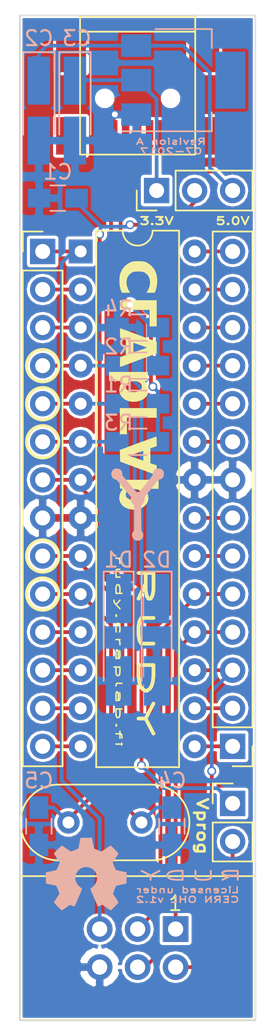
<source format=kicad_pcb>
(kicad_pcb (version 4) (host pcbnew 4.0.2+e4-6225~38~ubuntu15.10.1-stable)

  (general
    (links 67)
    (no_connects 0)
    (area 68.275999 55.321999 84.124001 122.478001)
    (thickness 1.6)
    (drawings 17)
    (tracks 146)
    (zones 0)
    (modules 23)
    (nets 33)
  )

  (page A4)
  (layers
    (0 F.Cu signal)
    (31 B.Cu signal)
    (32 B.Adhes user)
    (33 F.Adhes user)
    (34 B.Paste user)
    (35 F.Paste user)
    (36 B.SilkS user)
    (37 F.SilkS user)
    (38 B.Mask user)
    (39 F.Mask user)
    (40 Dwgs.User user)
    (41 Cmts.User user)
    (42 Eco1.User user)
    (43 Eco2.User user)
    (44 Edge.Cuts user)
    (45 Margin user)
    (46 B.CrtYd user)
    (47 F.CrtYd user)
    (48 B.Fab user)
    (49 F.Fab user)
  )

  (setup
    (last_trace_width 0.25)
    (trace_clearance 0.2)
    (zone_clearance 0.127)
    (zone_45_only no)
    (trace_min 0.2)
    (segment_width 0.2)
    (edge_width 0.1)
    (via_size 0.6)
    (via_drill 0.4)
    (via_min_size 0.4)
    (via_min_drill 0.3)
    (uvia_size 0.3)
    (uvia_drill 0.1)
    (uvias_allowed no)
    (uvia_min_size 0.2)
    (uvia_min_drill 0.1)
    (pcb_text_width 0.3)
    (pcb_text_size 1.5 1.5)
    (mod_edge_width 0.15)
    (mod_text_size 1 1)
    (mod_text_width 0.15)
    (pad_size 1.5 1.5)
    (pad_drill 0.6)
    (pad_to_mask_clearance 0)
    (aux_axis_origin 0 0)
    (visible_elements FFFFFF7F)
    (pcbplotparams
      (layerselection 0x00030_80000001)
      (usegerberextensions false)
      (excludeedgelayer true)
      (linewidth 0.100000)
      (plotframeref false)
      (viasonmask false)
      (mode 1)
      (useauxorigin false)
      (hpglpennumber 1)
      (hpglpenspeed 20)
      (hpglpendiameter 15)
      (hpglpenoverlay 2)
      (psnegative false)
      (psa4output false)
      (plotreference true)
      (plotvalue true)
      (plotinvisibletext false)
      (padsonsilk false)
      (subtractmaskfromsilk false)
      (outputformat 1)
      (mirror false)
      (drillshape 1)
      (scaleselection 1)
      (outputdirectory ""))
  )

  (net 0 "")
  (net 1 /VCC)
  (net 2 GND)
  (net 3 "Net-(C2-Pad1)")
  (net 4 "Net-(C3-Pad1)")
  (net 5 /PB6)
  (net 6 /PB7)
  (net 7 /PD3)
  (net 8 /PD2)
  (net 9 /#RESET)
  (net 10 /PB1)
  (net 11 /PD0)
  (net 12 /PB2)
  (net 13 /PD1)
  (net 14 /PB3)
  (net 15 /PB4)
  (net 16 /PB5)
  (net 17 /PD4)
  (net 18 /AVCC)
  (net 19 /AREF)
  (net 20 /PC0)
  (net 21 /PC1)
  (net 22 /PD5)
  (net 23 /PC2)
  (net 24 /PD6)
  (net 25 /PC3)
  (net 26 /PD7)
  (net 27 /PC4)
  (net 28 /PB0)
  (net 29 /PC5)
  (net 30 "Net-(P4-Pad2)")
  (net 31 "Net-(P4-Pad3)")
  (net 32 "Net-(JP2-Pad2)")

  (net_class Default "This is the default net class."
    (clearance 0.2)
    (trace_width 0.25)
    (via_dia 0.6)
    (via_drill 0.4)
    (uvia_dia 0.3)
    (uvia_drill 0.1)
    (add_net /#RESET)
    (add_net /AREF)
    (add_net /AVCC)
    (add_net /PB0)
    (add_net /PB1)
    (add_net /PB2)
    (add_net /PB3)
    (add_net /PB4)
    (add_net /PB5)
    (add_net /PB6)
    (add_net /PB7)
    (add_net /PC0)
    (add_net /PC1)
    (add_net /PC2)
    (add_net /PC3)
    (add_net /PC4)
    (add_net /PC5)
    (add_net /PD0)
    (add_net /PD1)
    (add_net /PD2)
    (add_net /PD3)
    (add_net /PD4)
    (add_net /PD5)
    (add_net /PD6)
    (add_net /PD7)
    (add_net /VCC)
    (add_net GND)
    (add_net "Net-(C2-Pad1)")
    (add_net "Net-(C3-Pad1)")
    (add_net "Net-(JP2-Pad2)")
    (add_net "Net-(P4-Pad2)")
    (add_net "Net-(P4-Pad3)")
  )

  (module Connect:IDC_Header_Straight_6pins (layer F.Cu) (tedit 59737792) (tstamp 59735403)
    (at 78.74 116.332 180)
    (descr "6 pins through hole IDC header")
    (tags "IDC header socket VASCH AVR ISP")
    (path /597350D9)
    (fp_text reference P3 (at 3 -7.5 180) (layer F.SilkS) hide
      (effects (font (size 1 1) (thickness 0.15)))
    )
    (fp_text value SERPROG (at 3 5 180) (layer F.Fab)
      (effects (font (size 1 1) (thickness 0.15)))
    )
    (fp_line (start -5.08 -5.82) (end 10.16 -5.82) (layer F.Fab) (width 0.1))
    (fp_line (start -4.54 -5.27) (end 9.6 -5.27) (layer F.Fab) (width 0.1))
    (fp_line (start -5.08 3.28) (end 10.16 3.28) (layer F.Fab) (width 0.1))
    (fp_line (start -4.54 2.73) (end 0.29 2.73) (layer F.Fab) (width 0.1))
    (fp_line (start 4.79 2.73) (end 9.6 2.73) (layer F.Fab) (width 0.1))
    (fp_line (start 0.29 2.73) (end 0.29 3.28) (layer F.Fab) (width 0.1))
    (fp_line (start 4.79 2.73) (end 4.79 3.28) (layer F.Fab) (width 0.1))
    (fp_line (start -5.08 -5.82) (end -5.08 3.28) (layer F.Fab) (width 0.1))
    (fp_line (start -4.54 -5.27) (end -4.54 2.73) (layer F.Fab) (width 0.1))
    (fp_line (start 10.16 -5.82) (end 10.16 3.28) (layer F.Fab) (width 0.1))
    (fp_line (start 9.6 -5.27) (end 9.6 2.73) (layer F.Fab) (width 0.1))
    (fp_line (start -5.08 -5.82) (end -4.54 -5.27) (layer F.Fab) (width 0.1))
    (fp_line (start 10.16 -5.82) (end 9.6 -5.27) (layer F.Fab) (width 0.1))
    (fp_line (start -5.08 3.28) (end -4.54 2.73) (layer F.Fab) (width 0.1))
    (fp_line (start 10.16 3.28) (end 9.6 2.73) (layer F.Fab) (width 0.1))
    (fp_line (start -5.58 -6.32) (end 10.66 -6.32) (layer F.CrtYd) (width 0.05))
    (fp_line (start 10.66 -6.32) (end 10.66 3.78) (layer F.CrtYd) (width 0.05))
    (fp_line (start 10.66 3.78) (end -5.58 3.78) (layer F.CrtYd) (width 0.05))
    (fp_line (start -5.58 3.78) (end -5.58 -6.32) (layer F.CrtYd) (width 0.05))
    (fp_text user 1 (at 0.02 1.72 180) (layer F.SilkS)
      (effects (font (size 1 1) (thickness 0.12)))
    )
    (fp_line (start -5.33 -6.07) (end 10.41 -6.07) (layer F.SilkS) (width 0.12))
    (fp_line (start 10.41 -6.07) (end 10.41 3.53) (layer F.SilkS) (width 0.12))
    (fp_line (start 10.41 3.53) (end -5.33 3.53) (layer F.SilkS) (width 0.12))
    (fp_line (start -5.33 3.53) (end -5.33 -6.07) (layer F.SilkS) (width 0.12))
    (pad 1 thru_hole rect (at 0 0 180) (size 1.7272 1.7272) (drill 1.016) (layers *.Cu *.Mask)
      (net 15 /PB4))
    (pad 2 thru_hole oval (at 0 -2.54 180) (size 1.7272 1.7272) (drill 1.016) (layers *.Cu *.Mask)
      (net 32 "Net-(JP2-Pad2)"))
    (pad 3 thru_hole oval (at 2.54 0 180) (size 1.7272 1.7272) (drill 1.016) (layers *.Cu *.Mask)
      (net 16 /PB5))
    (pad 4 thru_hole oval (at 2.54 -2.54 180) (size 1.7272 1.7272) (drill 1.016) (layers *.Cu *.Mask)
      (net 14 /PB3))
    (pad 5 thru_hole oval (at 5.08 0 180) (size 1.7272 1.7272) (drill 1.016) (layers *.Cu *.Mask)
      (net 9 /#RESET))
    (pad 6 thru_hole oval (at 5.08 -2.54 180) (size 1.7272 1.7272) (drill 1.016) (layers *.Cu *.Mask)
      (net 2 GND))
  )

  (module Housings_DIP:DIP-28_W7.62mm (layer F.Cu) (tedit 597377D1) (tstamp 597353C8)
    (at 72.39 71.12)
    (descr "28-lead dip package, row spacing 7.62 mm (300 mils)")
    (tags "DIL DIP PDIP 2.54mm 7.62mm 300mil")
    (path /56DA1270)
    (fp_text reference IC1 (at 3.81 -2.39) (layer F.SilkS) hide
      (effects (font (size 1 1) (thickness 0.15)))
    )
    (fp_text value ATMEGA328-P (at 3.81 35.41) (layer F.Fab)
      (effects (font (size 1 1) (thickness 0.15)))
    )
    (fp_text user %R (at 3.81 16.51) (layer F.Fab)
      (effects (font (size 1 1) (thickness 0.15)))
    )
    (fp_line (start 1.635 -1.27) (end 6.985 -1.27) (layer F.Fab) (width 0.1))
    (fp_line (start 6.985 -1.27) (end 6.985 34.29) (layer F.Fab) (width 0.1))
    (fp_line (start 6.985 34.29) (end 0.635 34.29) (layer F.Fab) (width 0.1))
    (fp_line (start 0.635 34.29) (end 0.635 -0.27) (layer F.Fab) (width 0.1))
    (fp_line (start 0.635 -0.27) (end 1.635 -1.27) (layer F.Fab) (width 0.1))
    (fp_line (start 2.81 -1.39) (end 1.04 -1.39) (layer F.SilkS) (width 0.12))
    (fp_line (start 1.04 -1.39) (end 1.04 34.41) (layer F.SilkS) (width 0.12))
    (fp_line (start 1.04 34.41) (end 6.58 34.41) (layer F.SilkS) (width 0.12))
    (fp_line (start 6.58 34.41) (end 6.58 -1.39) (layer F.SilkS) (width 0.12))
    (fp_line (start 6.58 -1.39) (end 4.81 -1.39) (layer F.SilkS) (width 0.12))
    (fp_line (start -1.1 -1.6) (end -1.1 34.6) (layer F.CrtYd) (width 0.05))
    (fp_line (start -1.1 34.6) (end 8.7 34.6) (layer F.CrtYd) (width 0.05))
    (fp_line (start 8.7 34.6) (end 8.7 -1.6) (layer F.CrtYd) (width 0.05))
    (fp_line (start 8.7 -1.6) (end -1.1 -1.6) (layer F.CrtYd) (width 0.05))
    (fp_arc (start 3.81 -1.39) (end 2.81 -1.39) (angle -180) (layer F.SilkS) (width 0.12))
    (pad 1 thru_hole rect (at 0 0) (size 1.6 1.6) (drill 0.8) (layers *.Cu *.Mask)
      (net 9 /#RESET))
    (pad 15 thru_hole oval (at 7.62 33.02) (size 1.6 1.6) (drill 0.8) (layers *.Cu *.Mask)
      (net 10 /PB1))
    (pad 2 thru_hole oval (at 0 2.54) (size 1.6 1.6) (drill 0.8) (layers *.Cu *.Mask)
      (net 11 /PD0))
    (pad 16 thru_hole oval (at 7.62 30.48) (size 1.6 1.6) (drill 0.8) (layers *.Cu *.Mask)
      (net 12 /PB2))
    (pad 3 thru_hole oval (at 0 5.08) (size 1.6 1.6) (drill 0.8) (layers *.Cu *.Mask)
      (net 13 /PD1))
    (pad 17 thru_hole oval (at 7.62 27.94) (size 1.6 1.6) (drill 0.8) (layers *.Cu *.Mask)
      (net 14 /PB3))
    (pad 4 thru_hole oval (at 0 7.62) (size 1.6 1.6) (drill 0.8) (layers *.Cu *.Mask)
      (net 8 /PD2))
    (pad 18 thru_hole oval (at 7.62 25.4) (size 1.6 1.6) (drill 0.8) (layers *.Cu *.Mask)
      (net 15 /PB4))
    (pad 5 thru_hole oval (at 0 10.16) (size 1.6 1.6) (drill 0.8) (layers *.Cu *.Mask)
      (net 7 /PD3))
    (pad 19 thru_hole oval (at 7.62 22.86) (size 1.6 1.6) (drill 0.8) (layers *.Cu *.Mask)
      (net 16 /PB5))
    (pad 6 thru_hole oval (at 0 12.7) (size 1.6 1.6) (drill 0.8) (layers *.Cu *.Mask)
      (net 17 /PD4))
    (pad 20 thru_hole oval (at 7.62 20.32) (size 1.6 1.6) (drill 0.8) (layers *.Cu *.Mask)
      (net 18 /AVCC))
    (pad 7 thru_hole oval (at 0 15.24) (size 1.6 1.6) (drill 0.8) (layers *.Cu *.Mask)
      (net 1 /VCC))
    (pad 21 thru_hole oval (at 7.62 17.78) (size 1.6 1.6) (drill 0.8) (layers *.Cu *.Mask)
      (net 19 /AREF))
    (pad 8 thru_hole oval (at 0 17.78) (size 1.6 1.6) (drill 0.8) (layers *.Cu *.Mask)
      (net 2 GND))
    (pad 22 thru_hole oval (at 7.62 15.24) (size 1.6 1.6) (drill 0.8) (layers *.Cu *.Mask)
      (net 2 GND))
    (pad 9 thru_hole oval (at 0 20.32) (size 1.6 1.6) (drill 0.8) (layers *.Cu *.Mask)
      (net 5 /PB6))
    (pad 23 thru_hole oval (at 7.62 12.7) (size 1.6 1.6) (drill 0.8) (layers *.Cu *.Mask)
      (net 20 /PC0))
    (pad 10 thru_hole oval (at 0 22.86) (size 1.6 1.6) (drill 0.8) (layers *.Cu *.Mask)
      (net 6 /PB7))
    (pad 24 thru_hole oval (at 7.62 10.16) (size 1.6 1.6) (drill 0.8) (layers *.Cu *.Mask)
      (net 21 /PC1))
    (pad 11 thru_hole oval (at 0 25.4) (size 1.6 1.6) (drill 0.8) (layers *.Cu *.Mask)
      (net 22 /PD5))
    (pad 25 thru_hole oval (at 7.62 7.62) (size 1.6 1.6) (drill 0.8) (layers *.Cu *.Mask)
      (net 23 /PC2))
    (pad 12 thru_hole oval (at 0 27.94) (size 1.6 1.6) (drill 0.8) (layers *.Cu *.Mask)
      (net 24 /PD6))
    (pad 26 thru_hole oval (at 7.62 5.08) (size 1.6 1.6) (drill 0.8) (layers *.Cu *.Mask)
      (net 25 /PC3))
    (pad 13 thru_hole oval (at 0 30.48) (size 1.6 1.6) (drill 0.8) (layers *.Cu *.Mask)
      (net 26 /PD7))
    (pad 27 thru_hole oval (at 7.62 2.54) (size 1.6 1.6) (drill 0.8) (layers *.Cu *.Mask)
      (net 27 /PC4))
    (pad 14 thru_hole oval (at 0 33.02) (size 1.6 1.6) (drill 0.8) (layers *.Cu *.Mask)
      (net 28 /PB0))
    (pad 28 thru_hole oval (at 7.62 0) (size 1.6 1.6) (drill 0.8) (layers *.Cu *.Mask)
      (net 29 /PC5))
    (model ${KISYS3DMOD}/Housings_DIP.3dshapes/DIP-28_W7.62mm.wrl
      (at (xyz 0 0 0))
      (scale (xyz 1 1 1))
      (rotate (xyz 0 0 0))
    )
  )

  (module TO_SOT_Packages_SMD:SOT-223 (layer B.Cu) (tedit 597376B8) (tstamp 5973542D)
    (at 79.248 59.69)
    (descr "module CMS SOT223 4 pins")
    (tags "CMS SOT")
    (path /59697888)
    (attr smd)
    (fp_text reference U1 (at 0 4.5) (layer B.SilkS) hide
      (effects (font (size 1 1) (thickness 0.15)) (justify mirror))
    )
    (fp_text value LD1117S33TR (at 0 -4.5) (layer B.Fab)
      (effects (font (size 1 1) (thickness 0.15)) (justify mirror))
    )
    (fp_text user %R (at 0 0 270) (layer B.Fab)
      (effects (font (size 0.8 0.8) (thickness 0.12)) (justify mirror))
    )
    (fp_line (start -1.85 2.3) (end -0.8 3.35) (layer B.Fab) (width 0.1))
    (fp_line (start 1.91 -3.41) (end 1.91 -2.15) (layer B.SilkS) (width 0.12))
    (fp_line (start 1.91 3.41) (end 1.91 2.15) (layer B.SilkS) (width 0.12))
    (fp_line (start 4.4 3.6) (end -4.4 3.6) (layer B.CrtYd) (width 0.05))
    (fp_line (start 4.4 -3.6) (end 4.4 3.6) (layer B.CrtYd) (width 0.05))
    (fp_line (start -4.4 -3.6) (end 4.4 -3.6) (layer B.CrtYd) (width 0.05))
    (fp_line (start -4.4 3.6) (end -4.4 -3.6) (layer B.CrtYd) (width 0.05))
    (fp_line (start -1.85 2.3) (end -1.85 -3.35) (layer B.Fab) (width 0.1))
    (fp_line (start -1.85 -3.41) (end 1.91 -3.41) (layer B.SilkS) (width 0.12))
    (fp_line (start -0.8 3.35) (end 1.85 3.35) (layer B.Fab) (width 0.1))
    (fp_line (start -4.1 3.41) (end 1.91 3.41) (layer B.SilkS) (width 0.12))
    (fp_line (start -1.85 -3.35) (end 1.85 -3.35) (layer B.Fab) (width 0.1))
    (fp_line (start 1.85 3.35) (end 1.85 -3.35) (layer B.Fab) (width 0.1))
    (pad 4 smd rect (at 3.15 0) (size 2 3.8) (layers B.Cu B.Paste B.Mask))
    (pad 2 smd rect (at -3.15 0) (size 2 1.5) (layers B.Cu B.Paste B.Mask)
      (net 4 "Net-(C3-Pad1)"))
    (pad 3 smd rect (at -3.15 -2.3) (size 2 1.5) (layers B.Cu B.Paste B.Mask)
      (net 3 "Net-(C2-Pad1)"))
    (pad 1 smd rect (at -3.15 2.3) (size 2 1.5) (layers B.Cu B.Paste B.Mask)
      (net 2 GND))
    (model ${KISYS3DMOD}/TO_SOT_Packages_SMD.3dshapes/SOT-223.wrl
      (at (xyz 0 0 0))
      (scale (xyz 1 1 1))
      (rotate (xyz 0 0 0))
    )
  )

  (module Crystals:Crystal_HC49-U_Vertical (layer F.Cu) (tedit 59737796) (tstamp 59735433)
    (at 76.454 109.22 180)
    (descr "Crystal THT HC-49/U http://5hertz.com/pdfs/04404_D.pdf")
    (tags "THT crystalHC-49/U")
    (path /59729C28)
    (fp_text reference Y1 (at 2.44 -3.525 180) (layer F.SilkS) hide
      (effects (font (size 1 1) (thickness 0.15)))
    )
    (fp_text value Crystal (at 2.44 3.525 180) (layer F.Fab)
      (effects (font (size 1 1) (thickness 0.15)))
    )
    (fp_text user %R (at 2.44 0 180) (layer F.Fab)
      (effects (font (size 1 1) (thickness 0.15)))
    )
    (fp_line (start -0.685 -2.325) (end 5.565 -2.325) (layer F.Fab) (width 0.1))
    (fp_line (start -0.685 2.325) (end 5.565 2.325) (layer F.Fab) (width 0.1))
    (fp_line (start -0.56 -2) (end 5.44 -2) (layer F.Fab) (width 0.1))
    (fp_line (start -0.56 2) (end 5.44 2) (layer F.Fab) (width 0.1))
    (fp_line (start -0.685 -2.525) (end 5.565 -2.525) (layer F.SilkS) (width 0.12))
    (fp_line (start -0.685 2.525) (end 5.565 2.525) (layer F.SilkS) (width 0.12))
    (fp_line (start -3.5 -2.8) (end -3.5 2.8) (layer F.CrtYd) (width 0.05))
    (fp_line (start -3.5 2.8) (end 8.4 2.8) (layer F.CrtYd) (width 0.05))
    (fp_line (start 8.4 2.8) (end 8.4 -2.8) (layer F.CrtYd) (width 0.05))
    (fp_line (start 8.4 -2.8) (end -3.5 -2.8) (layer F.CrtYd) (width 0.05))
    (fp_arc (start -0.685 0) (end -0.685 -2.325) (angle -180) (layer F.Fab) (width 0.1))
    (fp_arc (start 5.565 0) (end 5.565 -2.325) (angle 180) (layer F.Fab) (width 0.1))
    (fp_arc (start -0.56 0) (end -0.56 -2) (angle -180) (layer F.Fab) (width 0.1))
    (fp_arc (start 5.44 0) (end 5.44 -2) (angle 180) (layer F.Fab) (width 0.1))
    (fp_arc (start -0.685 0) (end -0.685 -2.525) (angle -180) (layer F.SilkS) (width 0.12))
    (fp_arc (start 5.565 0) (end 5.565 -2.525) (angle 180) (layer F.SilkS) (width 0.12))
    (pad 1 thru_hole circle (at 0 0 180) (size 1.5 1.5) (drill 0.8) (layers *.Cu *.Mask)
      (net 5 /PB6))
    (pad 2 thru_hole circle (at 4.88 0 180) (size 1.5 1.5) (drill 0.8) (layers *.Cu *.Mask)
      (net 6 /PB7))
    (model ${KISYS3DMOD}/Crystals.3dshapes/Crystal_HC49-U_Vertical.wrl
      (at (xyz 0 0 0))
      (scale (xyz 0.393701 0.393701 0.393701))
      (rotate (xyz 0 0 0))
    )
  )

  (module Pin_Headers:Pin_Header_Straight_1x03_Pitch2.54mm (layer F.Cu) (tedit 597377EA) (tstamp 597353CF)
    (at 77.47 67.056 90)
    (descr "Through hole straight pin header, 1x03, 2.54mm pitch, single row")
    (tags "Through hole pin header THT 1x03 2.54mm single row")
    (path /5972A6C3)
    (fp_text reference JP1 (at 0 -2.33 90) (layer F.SilkS) hide
      (effects (font (size 1 1) (thickness 0.15)))
    )
    (fp_text value JUMPER3 (at 0 7.41 90) (layer F.Fab)
      (effects (font (size 1 1) (thickness 0.15)))
    )
    (fp_line (start -0.635 -1.27) (end 1.27 -1.27) (layer F.Fab) (width 0.1))
    (fp_line (start 1.27 -1.27) (end 1.27 6.35) (layer F.Fab) (width 0.1))
    (fp_line (start 1.27 6.35) (end -1.27 6.35) (layer F.Fab) (width 0.1))
    (fp_line (start -1.27 6.35) (end -1.27 -0.635) (layer F.Fab) (width 0.1))
    (fp_line (start -1.27 -0.635) (end -0.635 -1.27) (layer F.Fab) (width 0.1))
    (fp_line (start -1.33 6.41) (end 1.33 6.41) (layer F.SilkS) (width 0.12))
    (fp_line (start -1.33 1.27) (end -1.33 6.41) (layer F.SilkS) (width 0.12))
    (fp_line (start 1.33 1.27) (end 1.33 6.41) (layer F.SilkS) (width 0.12))
    (fp_line (start -1.33 1.27) (end 1.33 1.27) (layer F.SilkS) (width 0.12))
    (fp_line (start -1.33 0) (end -1.33 -1.33) (layer F.SilkS) (width 0.12))
    (fp_line (start -1.33 -1.33) (end 0 -1.33) (layer F.SilkS) (width 0.12))
    (fp_line (start -1.8 -1.8) (end -1.8 6.85) (layer F.CrtYd) (width 0.05))
    (fp_line (start -1.8 6.85) (end 1.8 6.85) (layer F.CrtYd) (width 0.05))
    (fp_line (start 1.8 6.85) (end 1.8 -1.8) (layer F.CrtYd) (width 0.05))
    (fp_line (start 1.8 -1.8) (end -1.8 -1.8) (layer F.CrtYd) (width 0.05))
    (fp_text user %R (at 0 2.54 180) (layer F.Fab)
      (effects (font (size 1 1) (thickness 0.15)))
    )
    (pad 1 thru_hole rect (at 0 0 90) (size 1.7 1.7) (drill 1) (layers *.Cu *.Mask)
      (net 4 "Net-(C3-Pad1)"))
    (pad 2 thru_hole oval (at 0 2.54 90) (size 1.7 1.7) (drill 1) (layers *.Cu *.Mask)
      (net 1 /VCC))
    (pad 3 thru_hole oval (at 0 5.08 90) (size 1.7 1.7) (drill 1) (layers *.Cu *.Mask)
      (net 3 "Net-(C2-Pad1)"))
    (model ${KISYS3DMOD}/Pin_Headers.3dshapes/Pin_Header_Straight_1x03_Pitch2.54mm.wrl
      (at (xyz 0 0 0))
      (scale (xyz 1 1 1))
      (rotate (xyz 0 0 0))
    )
  )

  (module Pin_Headers:Pin_Header_Straight_1x02_Pitch2.54mm (layer F.Cu) (tedit 59737E3E) (tstamp 597353D5)
    (at 82.55 107.95)
    (descr "Through hole straight pin header, 1x02, 2.54mm pitch, single row")
    (tags "Through hole pin header THT 1x02 2.54mm single row")
    (path /59734F16)
    (fp_text reference JP2 (at 0 -2.33) (layer F.SilkS) hide
      (effects (font (size 1 1) (thickness 0.15)))
    )
    (fp_text value JUMPER (at 0 4.87) (layer F.Fab) hide
      (effects (font (size 1 1) (thickness 0.15)))
    )
    (fp_line (start -0.635 -1.27) (end 1.27 -1.27) (layer F.Fab) (width 0.1))
    (fp_line (start 1.27 -1.27) (end 1.27 3.81) (layer F.Fab) (width 0.1))
    (fp_line (start 1.27 3.81) (end -1.27 3.81) (layer F.Fab) (width 0.1))
    (fp_line (start -1.27 3.81) (end -1.27 -0.635) (layer F.Fab) (width 0.1))
    (fp_line (start -1.27 -0.635) (end -0.635 -1.27) (layer F.Fab) (width 0.1))
    (fp_line (start -1.33 3.87) (end 1.33 3.87) (layer F.SilkS) (width 0.12))
    (fp_line (start -1.33 1.27) (end -1.33 3.87) (layer F.SilkS) (width 0.12))
    (fp_line (start 1.33 1.27) (end 1.33 3.87) (layer F.SilkS) (width 0.12))
    (fp_line (start -1.33 1.27) (end 1.33 1.27) (layer F.SilkS) (width 0.12))
    (fp_line (start -1.33 0) (end -1.33 -1.33) (layer F.SilkS) (width 0.12))
    (fp_line (start -1.33 -1.33) (end 0 -1.33) (layer F.SilkS) (width 0.12))
    (fp_line (start -1.8 -1.8) (end -1.8 4.35) (layer F.CrtYd) (width 0.05))
    (fp_line (start -1.8 4.35) (end 1.8 4.35) (layer F.CrtYd) (width 0.05))
    (fp_line (start 1.8 4.35) (end 1.8 -1.8) (layer F.CrtYd) (width 0.05))
    (fp_line (start 1.8 -1.8) (end -1.8 -1.8) (layer F.CrtYd) (width 0.05))
    (fp_text user %R (at 0 1.27 90) (layer F.Fab)
      (effects (font (size 1 1) (thickness 0.15)))
    )
    (pad 1 thru_hole rect (at 0 0) (size 1.7 1.7) (drill 1) (layers *.Cu *.Mask)
      (net 1 /VCC))
    (pad 2 thru_hole oval (at 0 2.54) (size 1.7 1.7) (drill 1) (layers *.Cu *.Mask)
      (net 32 "Net-(JP2-Pad2)"))
    (model ${KISYS3DMOD}/Pin_Headers.3dshapes/Pin_Header_Straight_1x02_Pitch2.54mm.wrl
      (at (xyz 0 0 0))
      (scale (xyz 1 1 1))
      (rotate (xyz 0 0 0))
    )
  )

  (module Socket_Strips:Socket_Strip_Straight_1x14_Pitch2.54mm (layer F.Cu) (tedit 597377C5) (tstamp 597353E7)
    (at 69.85 71.12)
    (descr "Through hole straight socket strip, 1x14, 2.54mm pitch, single row")
    (tags "Through hole socket strip THT 1x14 2.54mm single row")
    (path /56DA143A)
    (fp_text reference P1 (at 0 -2.33) (layer F.SilkS) hide
      (effects (font (size 1 1) (thickness 0.15)))
    )
    (fp_text value CONN1 (at 0 35.35) (layer F.Fab)
      (effects (font (size 1 1) (thickness 0.15)))
    )
    (fp_line (start -1.27 -1.27) (end -1.27 34.29) (layer F.Fab) (width 0.1))
    (fp_line (start -1.27 34.29) (end 1.27 34.29) (layer F.Fab) (width 0.1))
    (fp_line (start 1.27 34.29) (end 1.27 -1.27) (layer F.Fab) (width 0.1))
    (fp_line (start 1.27 -1.27) (end -1.27 -1.27) (layer F.Fab) (width 0.1))
    (fp_line (start -1.33 1.27) (end -1.33 34.35) (layer F.SilkS) (width 0.12))
    (fp_line (start -1.33 34.35) (end 1.33 34.35) (layer F.SilkS) (width 0.12))
    (fp_line (start 1.33 34.35) (end 1.33 1.27) (layer F.SilkS) (width 0.12))
    (fp_line (start 1.33 1.27) (end -1.33 1.27) (layer F.SilkS) (width 0.12))
    (fp_line (start -1.33 0) (end -1.33 -1.33) (layer F.SilkS) (width 0.12))
    (fp_line (start -1.33 -1.33) (end 0 -1.33) (layer F.SilkS) (width 0.12))
    (fp_line (start -1.8 -1.8) (end -1.8 34.8) (layer F.CrtYd) (width 0.05))
    (fp_line (start -1.8 34.8) (end 1.8 34.8) (layer F.CrtYd) (width 0.05))
    (fp_line (start 1.8 34.8) (end 1.8 -1.8) (layer F.CrtYd) (width 0.05))
    (fp_line (start 1.8 -1.8) (end -1.8 -1.8) (layer F.CrtYd) (width 0.05))
    (fp_text user %R (at 0 -2.33) (layer F.Fab)
      (effects (font (size 1 1) (thickness 0.15)))
    )
    (pad 1 thru_hole rect (at 0 0) (size 1.7 1.7) (drill 1) (layers *.Cu *.Mask)
      (net 9 /#RESET))
    (pad 2 thru_hole oval (at 0 2.54) (size 1.7 1.7) (drill 1) (layers *.Cu *.Mask)
      (net 11 /PD0))
    (pad 3 thru_hole oval (at 0 5.08) (size 1.7 1.7) (drill 1) (layers *.Cu *.Mask)
      (net 13 /PD1))
    (pad 4 thru_hole oval (at 0 7.62) (size 1.7 1.7) (drill 1) (layers *.Cu *.Mask)
      (net 8 /PD2))
    (pad 5 thru_hole oval (at 0 10.16) (size 1.7 1.7) (drill 1) (layers *.Cu *.Mask)
      (net 7 /PD3))
    (pad 6 thru_hole oval (at 0 12.7) (size 1.7 1.7) (drill 1) (layers *.Cu *.Mask)
      (net 17 /PD4))
    (pad 7 thru_hole oval (at 0 15.24) (size 1.7 1.7) (drill 1) (layers *.Cu *.Mask)
      (net 1 /VCC))
    (pad 8 thru_hole oval (at 0 17.78) (size 1.7 1.7) (drill 1) (layers *.Cu *.Mask)
      (net 2 GND))
    (pad 9 thru_hole oval (at 0 20.32) (size 1.7 1.7) (drill 1) (layers *.Cu *.Mask)
      (net 5 /PB6))
    (pad 10 thru_hole oval (at 0 22.86) (size 1.7 1.7) (drill 1) (layers *.Cu *.Mask)
      (net 6 /PB7))
    (pad 11 thru_hole oval (at 0 25.4) (size 1.7 1.7) (drill 1) (layers *.Cu *.Mask)
      (net 22 /PD5))
    (pad 12 thru_hole oval (at 0 27.94) (size 1.7 1.7) (drill 1) (layers *.Cu *.Mask)
      (net 24 /PD6))
    (pad 13 thru_hole oval (at 0 30.48) (size 1.7 1.7) (drill 1) (layers *.Cu *.Mask)
      (net 26 /PD7))
    (pad 14 thru_hole oval (at 0 33.02) (size 1.7 1.7) (drill 1) (layers *.Cu *.Mask)
      (net 28 /PB0))
    (model ${KISYS3DMOD}/Socket_Strips.3dshapes/Socket_Strip_Straight_1x14_Pitch2.54mm.wrl
      (at (xyz 0 -0.65 0))
      (scale (xyz 1 1 1))
      (rotate (xyz 0 0 270))
    )
  )

  (module Socket_Strips:Socket_Strip_Straight_1x14_Pitch2.54mm (layer F.Cu) (tedit 597377FA) (tstamp 597353F9)
    (at 82.55 104.14 180)
    (descr "Through hole straight socket strip, 1x14, 2.54mm pitch, single row")
    (tags "Through hole socket strip THT 1x14 2.54mm single row")
    (path /56DA12E7)
    (fp_text reference P2 (at 0 -2.33 180) (layer F.SilkS) hide
      (effects (font (size 1 1) (thickness 0.15)))
    )
    (fp_text value CONN2 (at 0 35.35 180) (layer F.Fab)
      (effects (font (size 1 1) (thickness 0.15)))
    )
    (fp_line (start -1.27 -1.27) (end -1.27 34.29) (layer F.Fab) (width 0.1))
    (fp_line (start -1.27 34.29) (end 1.27 34.29) (layer F.Fab) (width 0.1))
    (fp_line (start 1.27 34.29) (end 1.27 -1.27) (layer F.Fab) (width 0.1))
    (fp_line (start 1.27 -1.27) (end -1.27 -1.27) (layer F.Fab) (width 0.1))
    (fp_line (start -1.33 1.27) (end -1.33 34.35) (layer F.SilkS) (width 0.12))
    (fp_line (start -1.33 34.35) (end 1.33 34.35) (layer F.SilkS) (width 0.12))
    (fp_line (start 1.33 34.35) (end 1.33 1.27) (layer F.SilkS) (width 0.12))
    (fp_line (start 1.33 1.27) (end -1.33 1.27) (layer F.SilkS) (width 0.12))
    (fp_line (start -1.33 0) (end -1.33 -1.33) (layer F.SilkS) (width 0.12))
    (fp_line (start -1.33 -1.33) (end 0 -1.33) (layer F.SilkS) (width 0.12))
    (fp_line (start -1.8 -1.8) (end -1.8 34.8) (layer F.CrtYd) (width 0.05))
    (fp_line (start -1.8 34.8) (end 1.8 34.8) (layer F.CrtYd) (width 0.05))
    (fp_line (start 1.8 34.8) (end 1.8 -1.8) (layer F.CrtYd) (width 0.05))
    (fp_line (start 1.8 -1.8) (end -1.8 -1.8) (layer F.CrtYd) (width 0.05))
    (fp_text user %R (at 0 -2.33 180) (layer F.Fab)
      (effects (font (size 1 1) (thickness 0.15)))
    )
    (pad 1 thru_hole rect (at 0 0 180) (size 1.7 1.7) (drill 1) (layers *.Cu *.Mask)
      (net 10 /PB1))
    (pad 2 thru_hole oval (at 0 2.54 180) (size 1.7 1.7) (drill 1) (layers *.Cu *.Mask)
      (net 12 /PB2))
    (pad 3 thru_hole oval (at 0 5.08 180) (size 1.7 1.7) (drill 1) (layers *.Cu *.Mask)
      (net 14 /PB3))
    (pad 4 thru_hole oval (at 0 7.62 180) (size 1.7 1.7) (drill 1) (layers *.Cu *.Mask)
      (net 15 /PB4))
    (pad 5 thru_hole oval (at 0 10.16 180) (size 1.7 1.7) (drill 1) (layers *.Cu *.Mask)
      (net 16 /PB5))
    (pad 6 thru_hole oval (at 0 12.7 180) (size 1.7 1.7) (drill 1) (layers *.Cu *.Mask)
      (net 18 /AVCC))
    (pad 7 thru_hole oval (at 0 15.24 180) (size 1.7 1.7) (drill 1) (layers *.Cu *.Mask)
      (net 19 /AREF))
    (pad 8 thru_hole oval (at 0 17.78 180) (size 1.7 1.7) (drill 1) (layers *.Cu *.Mask)
      (net 2 GND))
    (pad 9 thru_hole oval (at 0 20.32 180) (size 1.7 1.7) (drill 1) (layers *.Cu *.Mask)
      (net 20 /PC0))
    (pad 10 thru_hole oval (at 0 22.86 180) (size 1.7 1.7) (drill 1) (layers *.Cu *.Mask)
      (net 21 /PC1))
    (pad 11 thru_hole oval (at 0 25.4 180) (size 1.7 1.7) (drill 1) (layers *.Cu *.Mask)
      (net 23 /PC2))
    (pad 12 thru_hole oval (at 0 27.94 180) (size 1.7 1.7) (drill 1) (layers *.Cu *.Mask)
      (net 25 /PC3))
    (pad 13 thru_hole oval (at 0 30.48 180) (size 1.7 1.7) (drill 1) (layers *.Cu *.Mask)
      (net 27 /PC4))
    (pad 14 thru_hole oval (at 0 33.02 180) (size 1.7 1.7) (drill 1) (layers *.Cu *.Mask)
      (net 29 /PC5))
    (model ${KISYS3DMOD}/Socket_Strips.3dshapes/Socket_Strip_Straight_1x14_Pitch2.54mm.wrl
      (at (xyz 0 -0.65 0))
      (scale (xyz 1 1 1))
      (rotate (xyz 0 0 270))
    )
  )

  (module Capacitors_SMD:C_0805_HandSoldering (layer B.Cu) (tedit 58AA84A8) (tstamp 59735855)
    (at 70.866 67.564 180)
    (descr "Capacitor SMD 0805, hand soldering")
    (tags "capacitor 0805")
    (path /56DA16B2)
    (attr smd)
    (fp_text reference C1 (at 0 1.75 180) (layer B.SilkS)
      (effects (font (size 1 1) (thickness 0.15)) (justify mirror))
    )
    (fp_text value 100n (at 0 -1.75 180) (layer B.Fab)
      (effects (font (size 1 1) (thickness 0.15)) (justify mirror))
    )
    (fp_text user %R (at 0 1.75 180) (layer B.Fab)
      (effects (font (size 1 1) (thickness 0.15)) (justify mirror))
    )
    (fp_line (start -1 -0.62) (end -1 0.62) (layer B.Fab) (width 0.1))
    (fp_line (start 1 -0.62) (end -1 -0.62) (layer B.Fab) (width 0.1))
    (fp_line (start 1 0.62) (end 1 -0.62) (layer B.Fab) (width 0.1))
    (fp_line (start -1 0.62) (end 1 0.62) (layer B.Fab) (width 0.1))
    (fp_line (start 0.5 0.85) (end -0.5 0.85) (layer B.SilkS) (width 0.12))
    (fp_line (start -0.5 -0.85) (end 0.5 -0.85) (layer B.SilkS) (width 0.12))
    (fp_line (start -2.25 0.88) (end 2.25 0.88) (layer B.CrtYd) (width 0.05))
    (fp_line (start -2.25 0.88) (end -2.25 -0.87) (layer B.CrtYd) (width 0.05))
    (fp_line (start 2.25 -0.87) (end 2.25 0.88) (layer B.CrtYd) (width 0.05))
    (fp_line (start 2.25 -0.87) (end -2.25 -0.87) (layer B.CrtYd) (width 0.05))
    (pad 1 smd rect (at -1.25 0 180) (size 1.5 1.25) (layers B.Cu B.Paste B.Mask)
      (net 1 /VCC))
    (pad 2 smd rect (at 1.25 0 180) (size 1.5 1.25) (layers B.Cu B.Paste B.Mask)
      (net 2 GND))
    (model Capacitors_SMD.3dshapes/C_0805.wrl
      (at (xyz 0 0 0))
      (scale (xyz 1 1 1))
      (rotate (xyz 0 0 0))
    )
  )

  (module Capacitors_Tantalum_SMD:CP_Tantalum_Case-A_EIA-3216-18_Hand (layer B.Cu) (tedit 5973767B) (tstamp 5973585A)
    (at 69.596 61.722 270)
    (descr "Tantalum capacitor, Case A, EIA 3216-18, 3.2x1.6x1.6mm, Hand soldering footprint")
    (tags "capacitor tantalum smd")
    (path /59697689)
    (attr smd)
    (fp_text reference C2 (at -4.826 0 540) (layer B.SilkS)
      (effects (font (size 1 1) (thickness 0.15)) (justify mirror))
    )
    (fp_text value 10u (at 0 -2.55 270) (layer B.Fab)
      (effects (font (size 1 1) (thickness 0.15)) (justify mirror))
    )
    (fp_text user %R (at 0 0 270) (layer B.Fab)
      (effects (font (size 0.7 0.7) (thickness 0.105)) (justify mirror))
    )
    (fp_line (start -4 1.2) (end -4 -1.2) (layer B.CrtYd) (width 0.05))
    (fp_line (start -4 -1.2) (end 4 -1.2) (layer B.CrtYd) (width 0.05))
    (fp_line (start 4 -1.2) (end 4 1.2) (layer B.CrtYd) (width 0.05))
    (fp_line (start 4 1.2) (end -4 1.2) (layer B.CrtYd) (width 0.05))
    (fp_line (start -1.6 0.8) (end -1.6 -0.8) (layer B.Fab) (width 0.1))
    (fp_line (start -1.6 -0.8) (end 1.6 -0.8) (layer B.Fab) (width 0.1))
    (fp_line (start 1.6 -0.8) (end 1.6 0.8) (layer B.Fab) (width 0.1))
    (fp_line (start 1.6 0.8) (end -1.6 0.8) (layer B.Fab) (width 0.1))
    (fp_line (start -1.28 0.8) (end -1.28 -0.8) (layer B.Fab) (width 0.1))
    (fp_line (start -1.12 0.8) (end -1.12 -0.8) (layer B.Fab) (width 0.1))
    (fp_line (start -3.9 1.05) (end 1.6 1.05) (layer B.SilkS) (width 0.12))
    (fp_line (start -3.9 -1.05) (end 1.6 -1.05) (layer B.SilkS) (width 0.12))
    (fp_line (start -3.9 1.05) (end -3.9 -1.05) (layer B.SilkS) (width 0.12))
    (pad 1 smd rect (at -2 0 270) (size 3.2 1.5) (layers B.Cu B.Paste B.Mask)
      (net 3 "Net-(C2-Pad1)"))
    (pad 2 smd rect (at 2 0 270) (size 3.2 1.5) (layers B.Cu B.Paste B.Mask)
      (net 2 GND))
    (model Capacitors_Tantalum_SMD.3dshapes/CP_Tantalum_Case-A_EIA-3216-18.wrl
      (at (xyz 0 0 0))
      (scale (xyz 1 1 1))
      (rotate (xyz 0 0 0))
    )
  )

  (module Capacitors_Tantalum_SMD:CP_Tantalum_Case-A_EIA-3216-18_Hand (layer B.Cu) (tedit 59737697) (tstamp 5973585F)
    (at 72.009 61.722 270)
    (descr "Tantalum capacitor, Case A, EIA 3216-18, 3.2x1.6x1.6mm, Hand soldering footprint")
    (tags "capacitor tantalum smd")
    (path /596976FA)
    (attr smd)
    (fp_text reference C3 (at -4.826 -0.127 360) (layer B.SilkS)
      (effects (font (size 1 1) (thickness 0.15)) (justify mirror))
    )
    (fp_text value 10u (at 0 -2.55 270) (layer B.Fab)
      (effects (font (size 1 1) (thickness 0.15)) (justify mirror))
    )
    (fp_text user %R (at 0 0 270) (layer B.Fab)
      (effects (font (size 0.7 0.7) (thickness 0.105)) (justify mirror))
    )
    (fp_line (start -4 1.2) (end -4 -1.2) (layer B.CrtYd) (width 0.05))
    (fp_line (start -4 -1.2) (end 4 -1.2) (layer B.CrtYd) (width 0.05))
    (fp_line (start 4 -1.2) (end 4 1.2) (layer B.CrtYd) (width 0.05))
    (fp_line (start 4 1.2) (end -4 1.2) (layer B.CrtYd) (width 0.05))
    (fp_line (start -1.6 0.8) (end -1.6 -0.8) (layer B.Fab) (width 0.1))
    (fp_line (start -1.6 -0.8) (end 1.6 -0.8) (layer B.Fab) (width 0.1))
    (fp_line (start 1.6 -0.8) (end 1.6 0.8) (layer B.Fab) (width 0.1))
    (fp_line (start 1.6 0.8) (end -1.6 0.8) (layer B.Fab) (width 0.1))
    (fp_line (start -1.28 0.8) (end -1.28 -0.8) (layer B.Fab) (width 0.1))
    (fp_line (start -1.12 0.8) (end -1.12 -0.8) (layer B.Fab) (width 0.1))
    (fp_line (start -3.9 1.05) (end 1.6 1.05) (layer B.SilkS) (width 0.12))
    (fp_line (start -3.9 -1.05) (end 1.6 -1.05) (layer B.SilkS) (width 0.12))
    (fp_line (start -3.9 1.05) (end -3.9 -1.05) (layer B.SilkS) (width 0.12))
    (pad 1 smd rect (at -2 0 270) (size 3.2 1.5) (layers B.Cu B.Paste B.Mask)
      (net 4 "Net-(C3-Pad1)"))
    (pad 2 smd rect (at 2 0 270) (size 3.2 1.5) (layers B.Cu B.Paste B.Mask)
      (net 2 GND))
    (model Capacitors_Tantalum_SMD.3dshapes/CP_Tantalum_Case-A_EIA-3216-18.wrl
      (at (xyz 0 0 0))
      (scale (xyz 1 1 1))
      (rotate (xyz 0 0 0))
    )
  )

  (module Capacitors_SMD:C_0805_HandSoldering (layer B.Cu) (tedit 5973777B) (tstamp 59735864)
    (at 78.486 109.474 270)
    (descr "Capacitor SMD 0805, hand soldering")
    (tags "capacitor 0805")
    (path /59729D6D)
    (attr smd)
    (fp_text reference C4 (at -3.048 0 360) (layer B.SilkS)
      (effects (font (size 1 1) (thickness 0.15)) (justify mirror))
    )
    (fp_text value C (at 0 -1.75 270) (layer B.Fab)
      (effects (font (size 1 1) (thickness 0.15)) (justify mirror))
    )
    (fp_text user %R (at 0 1.75 270) (layer B.Fab)
      (effects (font (size 1 1) (thickness 0.15)) (justify mirror))
    )
    (fp_line (start -1 -0.62) (end -1 0.62) (layer B.Fab) (width 0.1))
    (fp_line (start 1 -0.62) (end -1 -0.62) (layer B.Fab) (width 0.1))
    (fp_line (start 1 0.62) (end 1 -0.62) (layer B.Fab) (width 0.1))
    (fp_line (start -1 0.62) (end 1 0.62) (layer B.Fab) (width 0.1))
    (fp_line (start 0.5 0.85) (end -0.5 0.85) (layer B.SilkS) (width 0.12))
    (fp_line (start -0.5 -0.85) (end 0.5 -0.85) (layer B.SilkS) (width 0.12))
    (fp_line (start -2.25 0.88) (end 2.25 0.88) (layer B.CrtYd) (width 0.05))
    (fp_line (start -2.25 0.88) (end -2.25 -0.87) (layer B.CrtYd) (width 0.05))
    (fp_line (start 2.25 -0.87) (end 2.25 0.88) (layer B.CrtYd) (width 0.05))
    (fp_line (start 2.25 -0.87) (end -2.25 -0.87) (layer B.CrtYd) (width 0.05))
    (pad 1 smd rect (at -1.25 0 270) (size 1.5 1.25) (layers B.Cu B.Paste B.Mask)
      (net 5 /PB6))
    (pad 2 smd rect (at 1.25 0 270) (size 1.5 1.25) (layers B.Cu B.Paste B.Mask)
      (net 2 GND))
    (model Capacitors_SMD.3dshapes/C_0805.wrl
      (at (xyz 0 0 0))
      (scale (xyz 1 1 1))
      (rotate (xyz 0 0 0))
    )
  )

  (module Capacitors_SMD:C_0805_HandSoldering (layer B.Cu) (tedit 5973776F) (tstamp 59735869)
    (at 69.596 109.474 270)
    (descr "Capacitor SMD 0805, hand soldering")
    (tags "capacitor 0805")
    (path /59729E30)
    (attr smd)
    (fp_text reference C5 (at -3.048 0 360) (layer B.SilkS)
      (effects (font (size 1 1) (thickness 0.15)) (justify mirror))
    )
    (fp_text value C (at 0 -1.75 270) (layer B.Fab)
      (effects (font (size 1 1) (thickness 0.15)) (justify mirror))
    )
    (fp_text user %R (at 0 1.75 270) (layer B.Fab)
      (effects (font (size 1 1) (thickness 0.15)) (justify mirror))
    )
    (fp_line (start -1 -0.62) (end -1 0.62) (layer B.Fab) (width 0.1))
    (fp_line (start 1 -0.62) (end -1 -0.62) (layer B.Fab) (width 0.1))
    (fp_line (start 1 0.62) (end 1 -0.62) (layer B.Fab) (width 0.1))
    (fp_line (start -1 0.62) (end 1 0.62) (layer B.Fab) (width 0.1))
    (fp_line (start 0.5 0.85) (end -0.5 0.85) (layer B.SilkS) (width 0.12))
    (fp_line (start -0.5 -0.85) (end 0.5 -0.85) (layer B.SilkS) (width 0.12))
    (fp_line (start -2.25 0.88) (end 2.25 0.88) (layer B.CrtYd) (width 0.05))
    (fp_line (start -2.25 0.88) (end -2.25 -0.87) (layer B.CrtYd) (width 0.05))
    (fp_line (start 2.25 -0.87) (end 2.25 0.88) (layer B.CrtYd) (width 0.05))
    (fp_line (start 2.25 -0.87) (end -2.25 -0.87) (layer B.CrtYd) (width 0.05))
    (pad 1 smd rect (at -1.25 0 270) (size 1.5 1.25) (layers B.Cu B.Paste B.Mask)
      (net 6 /PB7))
    (pad 2 smd rect (at 1.25 0 270) (size 1.5 1.25) (layers B.Cu B.Paste B.Mask)
      (net 2 GND))
    (model Capacitors_SMD.3dshapes/C_0805.wrl
      (at (xyz 0 0 0))
      (scale (xyz 1 1 1))
      (rotate (xyz 0 0 0))
    )
  )

  (module Diodes_SMD:D_MiniMELF_Handsoldering (layer B.Cu) (tedit 5973774D) (tstamp 5973586E)
    (at 74.93 97.028 270)
    (descr "Diode Mini-MELF Handsoldering")
    (tags "Diode Mini-MELF Handsoldering")
    (path /5972B2E0)
    (attr smd)
    (fp_text reference D1 (at -5.334 0 360) (layer B.SilkS)
      (effects (font (size 1 1) (thickness 0.15)) (justify mirror))
    )
    (fp_text value 3V6 (at 0 -1.75 270) (layer B.Fab)
      (effects (font (size 1 1) (thickness 0.15)) (justify mirror))
    )
    (fp_text user %R (at 0 1.75 270) (layer B.Fab)
      (effects (font (size 1 1) (thickness 0.15)) (justify mirror))
    )
    (fp_line (start 2.75 1) (end -4.55 1) (layer B.SilkS) (width 0.12))
    (fp_line (start -4.55 1) (end -4.55 -1) (layer B.SilkS) (width 0.12))
    (fp_line (start -4.55 -1) (end 2.75 -1) (layer B.SilkS) (width 0.12))
    (fp_line (start 1.65 0.8) (end 1.65 -0.8) (layer B.Fab) (width 0.1))
    (fp_line (start 1.65 -0.8) (end -1.65 -0.8) (layer B.Fab) (width 0.1))
    (fp_line (start -1.65 -0.8) (end -1.65 0.8) (layer B.Fab) (width 0.1))
    (fp_line (start -1.65 0.8) (end 1.65 0.8) (layer B.Fab) (width 0.1))
    (fp_line (start 0.25 0) (end 0.75 0) (layer B.Fab) (width 0.1))
    (fp_line (start 0.25 -0.4) (end -0.35 0) (layer B.Fab) (width 0.1))
    (fp_line (start 0.25 0.4) (end 0.25 -0.4) (layer B.Fab) (width 0.1))
    (fp_line (start -0.35 0) (end 0.25 0.4) (layer B.Fab) (width 0.1))
    (fp_line (start -0.35 0) (end -0.35 -0.55) (layer B.Fab) (width 0.1))
    (fp_line (start -0.35 0) (end -0.35 0.55) (layer B.Fab) (width 0.1))
    (fp_line (start -0.75 0) (end -0.35 0) (layer B.Fab) (width 0.1))
    (fp_line (start -4.65 1.1) (end 4.65 1.1) (layer B.CrtYd) (width 0.05))
    (fp_line (start 4.65 1.1) (end 4.65 -1.1) (layer B.CrtYd) (width 0.05))
    (fp_line (start 4.65 -1.1) (end -4.65 -1.1) (layer B.CrtYd) (width 0.05))
    (fp_line (start -4.65 -1.1) (end -4.65 1.1) (layer B.CrtYd) (width 0.05))
    (pad 1 smd rect (at -2.75 0 270) (size 3.3 1.7) (layers B.Cu B.Paste B.Mask)
      (net 7 /PD3))
    (pad 2 smd rect (at 2.75 0 270) (size 3.3 1.7) (layers B.Cu B.Paste B.Mask)
      (net 2 GND))
    (model ${KISYS3DMOD}/Diodes_SMD.3dshapes/D_MiniMELF.wrl
      (at (xyz 0 0 0))
      (scale (xyz 1 1 1))
      (rotate (xyz 0 0 0))
    )
  )

  (module Diodes_SMD:D_MiniMELF_Handsoldering (layer B.Cu) (tedit 59737755) (tstamp 59735873)
    (at 77.47 97.028 270)
    (descr "Diode Mini-MELF Handsoldering")
    (tags "Diode Mini-MELF Handsoldering")
    (path /5972B3B7)
    (attr smd)
    (fp_text reference D2 (at -5.334 0 360) (layer B.SilkS)
      (effects (font (size 1 1) (thickness 0.15)) (justify mirror))
    )
    (fp_text value 3V6 (at 0 -1.75 270) (layer B.Fab)
      (effects (font (size 1 1) (thickness 0.15)) (justify mirror))
    )
    (fp_text user %R (at 0 1.75 270) (layer B.Fab)
      (effects (font (size 1 1) (thickness 0.15)) (justify mirror))
    )
    (fp_line (start 2.75 1) (end -4.55 1) (layer B.SilkS) (width 0.12))
    (fp_line (start -4.55 1) (end -4.55 -1) (layer B.SilkS) (width 0.12))
    (fp_line (start -4.55 -1) (end 2.75 -1) (layer B.SilkS) (width 0.12))
    (fp_line (start 1.65 0.8) (end 1.65 -0.8) (layer B.Fab) (width 0.1))
    (fp_line (start 1.65 -0.8) (end -1.65 -0.8) (layer B.Fab) (width 0.1))
    (fp_line (start -1.65 -0.8) (end -1.65 0.8) (layer B.Fab) (width 0.1))
    (fp_line (start -1.65 0.8) (end 1.65 0.8) (layer B.Fab) (width 0.1))
    (fp_line (start 0.25 0) (end 0.75 0) (layer B.Fab) (width 0.1))
    (fp_line (start 0.25 -0.4) (end -0.35 0) (layer B.Fab) (width 0.1))
    (fp_line (start 0.25 0.4) (end 0.25 -0.4) (layer B.Fab) (width 0.1))
    (fp_line (start -0.35 0) (end 0.25 0.4) (layer B.Fab) (width 0.1))
    (fp_line (start -0.35 0) (end -0.35 -0.55) (layer B.Fab) (width 0.1))
    (fp_line (start -0.35 0) (end -0.35 0.55) (layer B.Fab) (width 0.1))
    (fp_line (start -0.75 0) (end -0.35 0) (layer B.Fab) (width 0.1))
    (fp_line (start -4.65 1.1) (end 4.65 1.1) (layer B.CrtYd) (width 0.05))
    (fp_line (start 4.65 1.1) (end 4.65 -1.1) (layer B.CrtYd) (width 0.05))
    (fp_line (start 4.65 -1.1) (end -4.65 -1.1) (layer B.CrtYd) (width 0.05))
    (fp_line (start -4.65 -1.1) (end -4.65 1.1) (layer B.CrtYd) (width 0.05))
    (pad 1 smd rect (at -2.75 0 270) (size 3.3 1.7) (layers B.Cu B.Paste B.Mask)
      (net 8 /PD2))
    (pad 2 smd rect (at 2.75 0 270) (size 3.3 1.7) (layers B.Cu B.Paste B.Mask)
      (net 2 GND))
    (model ${KISYS3DMOD}/Diodes_SMD.3dshapes/D_MiniMELF.wrl
      (at (xyz 0 0 0))
      (scale (xyz 1 1 1))
      (rotate (xyz 0 0 0))
    )
  )

  (module Connect:USB_Mini-B (layer F.Cu) (tedit 59737808) (tstamp 59735878)
    (at 76.2 60.706 270)
    (descr "USB Mini-B 5-pin SMD connector")
    (tags "USB USB_B USB_Mini connector")
    (path /59695E35)
    (attr smd)
    (fp_text reference P4 (at -0.65 6.9 270) (layer F.SilkS) hide
      (effects (font (size 1 1) (thickness 0.15)))
    )
    (fp_text value USB_B (at -0.65 -7.1 270) (layer F.Fab)
      (effects (font (size 1 1) (thickness 0.15)))
    )
    (fp_line (start -5.5 -5.7) (end 4.2 -5.7) (layer F.CrtYd) (width 0.05))
    (fp_line (start 4.2 -5.7) (end 4.2 5.7) (layer F.CrtYd) (width 0.05))
    (fp_line (start 4.2 5.7) (end -5.5 5.7) (layer F.CrtYd) (width 0.05))
    (fp_line (start -5.5 5.7) (end -5.5 -5.7) (layer F.CrtYd) (width 0.05))
    (fp_line (start -4.25 -3.85) (end -4.25 3.85) (layer F.SilkS) (width 0.12))
    (fp_line (start -5.25 -3.85) (end -5.25 3.85) (layer F.SilkS) (width 0.12))
    (fp_line (start -5.25 3.85) (end 3.95 3.85) (layer F.SilkS) (width 0.12))
    (fp_line (start 3.95 3.85) (end 3.95 -3.85) (layer F.SilkS) (width 0.12))
    (fp_line (start 3.95 -3.85) (end -5.25 -3.85) (layer F.SilkS) (width 0.12))
    (pad 1 smd rect (at 2.8 -1.6 270) (size 2.3 0.5) (layers F.Cu F.Paste F.Mask)
      (net 3 "Net-(C2-Pad1)"))
    (pad 2 smd rect (at 2.8 -0.8 270) (size 2.3 0.5) (layers F.Cu F.Paste F.Mask)
      (net 30 "Net-(P4-Pad2)"))
    (pad 3 smd rect (at 2.8 0 270) (size 2.3 0.5) (layers F.Cu F.Paste F.Mask)
      (net 31 "Net-(P4-Pad3)"))
    (pad 4 smd rect (at 2.8 0.8 270) (size 2.3 0.5) (layers F.Cu F.Paste F.Mask)
      (net 2 GND))
    (pad 5 smd rect (at 2.8 1.6 270) (size 2.3 0.5) (layers F.Cu F.Paste F.Mask)
      (net 2 GND))
    (pad 6 smd rect (at 2.7 -4.45 270) (size 2.5 2) (layers F.Cu F.Paste F.Mask))
    (pad 6 smd rect (at -2.8 -4.45 270) (size 2.5 2) (layers F.Cu F.Paste F.Mask))
    (pad 6 smd rect (at 2.7 4.45 270) (size 2.5 2) (layers F.Cu F.Paste F.Mask))
    (pad 6 smd rect (at -2.8 4.45 270) (size 2.5 2) (layers F.Cu F.Paste F.Mask))
    (pad "" np_thru_hole circle (at 0.2 -2.2 270) (size 0.9 0.9) (drill 0.9) (layers *.Cu *.Mask))
    (pad "" np_thru_hole circle (at 0.2 2.2 270) (size 0.9 0.9) (drill 0.9) (layers *.Cu *.Mask))
  )

  (module Resistors_SMD:R_0805_HandSoldering (layer B.Cu) (tedit 5973772B) (tstamp 59735886)
    (at 76.2 81.28)
    (descr "Resistor SMD 0805, hand soldering")
    (tags "resistor 0805")
    (path /5969606A)
    (attr smd)
    (fp_text reference R1 (at -1.27 -1.27) (layer B.SilkS)
      (effects (font (size 1 1) (thickness 0.15)) (justify mirror))
    )
    (fp_text value 68R (at 0 -1.75) (layer B.Fab)
      (effects (font (size 1 1) (thickness 0.15)) (justify mirror))
    )
    (fp_text user %R (at 0 0) (layer B.Fab)
      (effects (font (size 0.5 0.5) (thickness 0.075)) (justify mirror))
    )
    (fp_line (start -1 -0.62) (end -1 0.62) (layer B.Fab) (width 0.1))
    (fp_line (start 1 -0.62) (end -1 -0.62) (layer B.Fab) (width 0.1))
    (fp_line (start 1 0.62) (end 1 -0.62) (layer B.Fab) (width 0.1))
    (fp_line (start -1 0.62) (end 1 0.62) (layer B.Fab) (width 0.1))
    (fp_line (start 0.6 -0.88) (end -0.6 -0.88) (layer B.SilkS) (width 0.12))
    (fp_line (start -0.6 0.88) (end 0.6 0.88) (layer B.SilkS) (width 0.12))
    (fp_line (start -2.35 0.9) (end 2.35 0.9) (layer B.CrtYd) (width 0.05))
    (fp_line (start -2.35 0.9) (end -2.35 -0.9) (layer B.CrtYd) (width 0.05))
    (fp_line (start 2.35 -0.9) (end 2.35 0.9) (layer B.CrtYd) (width 0.05))
    (fp_line (start 2.35 -0.9) (end -2.35 -0.9) (layer B.CrtYd) (width 0.05))
    (pad 1 smd rect (at -1.35 0) (size 1.5 1.3) (layers B.Cu B.Paste B.Mask)
      (net 7 /PD3))
    (pad 2 smd rect (at 1.35 0) (size 1.5 1.3) (layers B.Cu B.Paste B.Mask)
      (net 30 "Net-(P4-Pad2)"))
    (model ${KISYS3DMOD}/Resistors_SMD.3dshapes/R_0805.wrl
      (at (xyz 0 0 0))
      (scale (xyz 1 1 1))
      (rotate (xyz 0 0 0))
    )
  )

  (module Resistors_SMD:R_0805_HandSoldering (layer B.Cu) (tedit 59737722) (tstamp 5973588B)
    (at 76.2 78.74)
    (descr "Resistor SMD 0805, hand soldering")
    (tags "resistor 0805")
    (path /59695FED)
    (attr smd)
    (fp_text reference R2 (at -1.27 -1.27) (layer B.SilkS)
      (effects (font (size 1 1) (thickness 0.15)) (justify mirror))
    )
    (fp_text value 68R (at 0 -1.75) (layer B.Fab)
      (effects (font (size 1 1) (thickness 0.15)) (justify mirror))
    )
    (fp_text user %R (at 0 0) (layer B.Fab)
      (effects (font (size 0.5 0.5) (thickness 0.075)) (justify mirror))
    )
    (fp_line (start -1 -0.62) (end -1 0.62) (layer B.Fab) (width 0.1))
    (fp_line (start 1 -0.62) (end -1 -0.62) (layer B.Fab) (width 0.1))
    (fp_line (start 1 0.62) (end 1 -0.62) (layer B.Fab) (width 0.1))
    (fp_line (start -1 0.62) (end 1 0.62) (layer B.Fab) (width 0.1))
    (fp_line (start 0.6 -0.88) (end -0.6 -0.88) (layer B.SilkS) (width 0.12))
    (fp_line (start -0.6 0.88) (end 0.6 0.88) (layer B.SilkS) (width 0.12))
    (fp_line (start -2.35 0.9) (end 2.35 0.9) (layer B.CrtYd) (width 0.05))
    (fp_line (start -2.35 0.9) (end -2.35 -0.9) (layer B.CrtYd) (width 0.05))
    (fp_line (start 2.35 -0.9) (end 2.35 0.9) (layer B.CrtYd) (width 0.05))
    (fp_line (start 2.35 -0.9) (end -2.35 -0.9) (layer B.CrtYd) (width 0.05))
    (pad 1 smd rect (at -1.35 0) (size 1.5 1.3) (layers B.Cu B.Paste B.Mask)
      (net 8 /PD2))
    (pad 2 smd rect (at 1.35 0) (size 1.5 1.3) (layers B.Cu B.Paste B.Mask)
      (net 31 "Net-(P4-Pad3)"))
    (model ${KISYS3DMOD}/Resistors_SMD.3dshapes/R_0805.wrl
      (at (xyz 0 0 0))
      (scale (xyz 1 1 1))
      (rotate (xyz 0 0 0))
    )
  )

  (module Resistors_SMD:R_0805_HandSoldering (layer B.Cu) (tedit 59737731) (tstamp 59735890)
    (at 76.2 83.82)
    (descr "Resistor SMD 0805, hand soldering")
    (tags "resistor 0805")
    (path /59696022)
    (attr smd)
    (fp_text reference R3 (at -1.27 -1.27) (layer B.SilkS)
      (effects (font (size 1 1) (thickness 0.15)) (justify mirror))
    )
    (fp_text value 1k5 (at 0 -1.75) (layer B.Fab)
      (effects (font (size 1 1) (thickness 0.15)) (justify mirror))
    )
    (fp_text user %R (at 0 0) (layer B.Fab)
      (effects (font (size 0.5 0.5) (thickness 0.075)) (justify mirror))
    )
    (fp_line (start -1 -0.62) (end -1 0.62) (layer B.Fab) (width 0.1))
    (fp_line (start 1 -0.62) (end -1 -0.62) (layer B.Fab) (width 0.1))
    (fp_line (start 1 0.62) (end 1 -0.62) (layer B.Fab) (width 0.1))
    (fp_line (start -1 0.62) (end 1 0.62) (layer B.Fab) (width 0.1))
    (fp_line (start 0.6 -0.88) (end -0.6 -0.88) (layer B.SilkS) (width 0.12))
    (fp_line (start -0.6 0.88) (end 0.6 0.88) (layer B.SilkS) (width 0.12))
    (fp_line (start -2.35 0.9) (end 2.35 0.9) (layer B.CrtYd) (width 0.05))
    (fp_line (start -2.35 0.9) (end -2.35 -0.9) (layer B.CrtYd) (width 0.05))
    (fp_line (start 2.35 -0.9) (end 2.35 0.9) (layer B.CrtYd) (width 0.05))
    (fp_line (start 2.35 -0.9) (end -2.35 -0.9) (layer B.CrtYd) (width 0.05))
    (pad 1 smd rect (at -1.35 0) (size 1.5 1.3) (layers B.Cu B.Paste B.Mask)
      (net 17 /PD4))
    (pad 2 smd rect (at 1.35 0) (size 1.5 1.3) (layers B.Cu B.Paste B.Mask)
      (net 30 "Net-(P4-Pad2)"))
    (model ${KISYS3DMOD}/Resistors_SMD.3dshapes/R_0805.wrl
      (at (xyz 0 0 0))
      (scale (xyz 1 1 1))
      (rotate (xyz 0 0 0))
    )
  )

  (module Resistors_SMD:R_0805_HandSoldering (layer B.Cu) (tedit 5973771B) (tstamp 59735895)
    (at 76.2 76.2 180)
    (descr "Resistor SMD 0805, hand soldering")
    (tags "resistor 0805")
    (path /59695F92)
    (attr smd)
    (fp_text reference R4 (at 1.27 1.27 180) (layer B.SilkS)
      (effects (font (size 1 1) (thickness 0.15)) (justify mirror))
    )
    (fp_text value 1M (at 0 -1.75 180) (layer B.Fab)
      (effects (font (size 1 1) (thickness 0.15)) (justify mirror))
    )
    (fp_text user %R (at 0 0 180) (layer B.Fab)
      (effects (font (size 0.5 0.5) (thickness 0.075)) (justify mirror))
    )
    (fp_line (start -1 -0.62) (end -1 0.62) (layer B.Fab) (width 0.1))
    (fp_line (start 1 -0.62) (end -1 -0.62) (layer B.Fab) (width 0.1))
    (fp_line (start 1 0.62) (end 1 -0.62) (layer B.Fab) (width 0.1))
    (fp_line (start -1 0.62) (end 1 0.62) (layer B.Fab) (width 0.1))
    (fp_line (start 0.6 -0.88) (end -0.6 -0.88) (layer B.SilkS) (width 0.12))
    (fp_line (start -0.6 0.88) (end 0.6 0.88) (layer B.SilkS) (width 0.12))
    (fp_line (start -2.35 0.9) (end 2.35 0.9) (layer B.CrtYd) (width 0.05))
    (fp_line (start -2.35 0.9) (end -2.35 -0.9) (layer B.CrtYd) (width 0.05))
    (fp_line (start 2.35 -0.9) (end 2.35 0.9) (layer B.CrtYd) (width 0.05))
    (fp_line (start 2.35 -0.9) (end -2.35 -0.9) (layer B.CrtYd) (width 0.05))
    (pad 1 smd rect (at -1.35 0 180) (size 1.5 1.3) (layers B.Cu B.Paste B.Mask)
      (net 31 "Net-(P4-Pad3)"))
    (pad 2 smd rect (at 1.35 0 180) (size 1.5 1.3) (layers B.Cu B.Paste B.Mask)
      (net 2 GND))
    (model ${KISYS3DMOD}/Resistors_SMD.3dshapes/R_0805.wrl
      (at (xyz 0 0 0))
      (scale (xyz 1 1 1))
      (rotate (xyz 0 0 0))
    )
  )

  (module Artwork_4chord-midi:craplab (layer F.Cu) (tedit 597373DF) (tstamp 597373AF)
    (at 76.2 80.01 270)
    (fp_text reference G1 (at 0 0 270) (layer F.SilkS) hide
      (effects (font (thickness 0.3)))
    )
    (fp_text value LOGO (at 0.75 0 270) (layer F.SilkS) hide
      (effects (font (thickness 0.3)))
    )
    (fp_poly (pts (xy 0.621661 -0.674514) (xy 0.810025 -0.560454) (xy 0.959404 -0.385665) (xy 1.06627 -0.1663)
      (xy 1.127095 0.081486) (xy 1.138351 0.341539) (xy 1.09651 0.597704) (xy 0.998044 0.833828)
      (xy 0.963173 0.889297) (xy 0.790418 1.076376) (xy 0.583869 1.190297) (xy 0.355952 1.228837)
      (xy 0.119093 1.189775) (xy -0.101576 1.079656) (xy -0.254 0.976218) (xy -0.254 1.905)
      (xy -0.846667 1.905) (xy -0.846667 0.308159) (xy -0.245458 0.308159) (xy -0.209826 0.506054)
      (xy -0.132617 0.661592) (xy -0.021653 0.764806) (xy 0.115241 0.805729) (xy 0.27024 0.774395)
      (xy 0.3027 0.758592) (xy 0.37659 0.689391) (xy 0.442757 0.581642) (xy 0.448084 0.569452)
      (xy 0.496323 0.385191) (xy 0.501859 0.187724) (xy 0.468837 0.000437) (xy 0.401404 -0.153283)
      (xy 0.303705 -0.250051) (xy 0.3027 -0.250593) (xy 0.143589 -0.295359) (xy -0.004367 -0.264105)
      (xy -0.127179 -0.165431) (xy -0.210855 -0.007936) (xy -0.231686 0.077874) (xy -0.245458 0.308159)
      (xy -0.846667 0.308159) (xy -0.846667 -0.677333) (xy -0.550333 -0.677333) (xy -0.395577 -0.675952)
      (xy -0.307015 -0.667135) (xy -0.266177 -0.643879) (xy -0.254594 -0.599177) (xy -0.254 -0.564939)
      (xy -0.248889 -0.488299) (xy -0.221065 -0.485345) (xy -0.178368 -0.520991) (xy 0.005809 -0.637131)
      (xy 0.228799 -0.702615) (xy 0.458424 -0.71127) (xy 0.621661 -0.674514)) (layer F.SilkS) (width 0.01))
    (fp_poly (pts (xy -6.819264 -1.302089) (xy -6.632507 -1.281664) (xy -6.452249 -1.247694) (xy -6.31825 -1.207791)
      (xy -6.138333 -1.133807) (xy -6.138333 -0.598627) (xy -6.325145 -0.703038) (xy -6.57463 -0.805129)
      (xy -6.824496 -0.839789) (xy -7.059762 -0.809224) (xy -7.265446 -0.715642) (xy -7.426569 -0.561248)
      (xy -7.44238 -0.538463) (xy -7.503061 -0.435041) (xy -7.537697 -0.334453) (xy -7.553198 -0.206658)
      (xy -7.5565 -0.042333) (xy -7.552365 0.136026) (xy -7.535354 0.259971) (xy -7.498556 0.359542)
      (xy -7.44238 0.453796) (xy -7.28769 0.615425) (xy -7.086617 0.71651) (xy -6.854145 0.754846)
      (xy -6.605253 0.728225) (xy -6.354922 0.63444) (xy -6.325145 0.618371) (xy -6.138333 0.51396)
      (xy -6.138333 1.04914) (xy -6.31825 1.123673) (xy -6.525655 1.181781) (xy -6.779854 1.212391)
      (xy -7.047299 1.21472) (xy -7.294442 1.187983) (xy -7.44199 1.149936) (xy -7.72678 1.010165)
      (xy -7.952865 0.811886) (xy -8.106833 0.589346) (xy -8.167416 0.47235) (xy -8.204996 0.370494)
      (xy -8.224976 0.256918) (xy -8.232755 0.104764) (xy -8.233833 -0.042333) (xy -8.231437 -0.238673)
      (xy -8.22064 -0.37738) (xy -8.196034 -0.485436) (xy -8.15221 -0.589823) (xy -8.106833 -0.675828)
      (xy -7.921438 -0.931242) (xy -7.682911 -1.122039) (xy -7.394811 -1.246487) (xy -7.060697 -1.302856)
      (xy -6.819264 -1.302089)) (layer F.SilkS) (width 0.01))
    (fp_poly (pts (xy 6.942667 -0.468218) (xy 7.095091 -0.571656) (xy 7.326015 -0.68663) (xy 7.552761 -0.723729)
      (xy 7.766513 -0.689621) (xy 7.958453 -0.590971) (xy 8.119764 -0.434446) (xy 8.24163 -0.226711)
      (xy 8.315232 0.025568) (xy 8.331754 0.315725) (xy 8.328846 0.361078) (xy 8.274537 0.644236)
      (xy 8.166016 0.879165) (xy 8.012226 1.059294) (xy 7.822112 1.178054) (xy 7.604617 1.228877)
      (xy 7.368686 1.205192) (xy 7.240259 1.160633) (xy 7.12043 1.099172) (xy 7.024629 1.03449)
      (xy 7.018009 1.028729) (xy 6.963543 0.987097) (xy 6.944673 1.011529) (xy 6.942667 1.072939)
      (xy 6.939023 1.131636) (xy 6.915778 1.165226) (xy 6.854462 1.180715) (xy 6.736604 1.185108)
      (xy 6.646333 1.185333) (xy 6.35 1.185333) (xy 6.35 0.308159) (xy 6.951209 0.308159)
      (xy 6.98684 0.506054) (xy 7.06405 0.661592) (xy 7.175014 0.764806) (xy 7.311907 0.805729)
      (xy 7.466906 0.774395) (xy 7.499367 0.758592) (xy 7.573256 0.689391) (xy 7.639424 0.581642)
      (xy 7.64475 0.569452) (xy 7.69299 0.385191) (xy 7.698526 0.187724) (xy 7.665504 0.000437)
      (xy 7.59807 -0.153283) (xy 7.500371 -0.250051) (xy 7.499367 -0.250593) (xy 7.340256 -0.295359)
      (xy 7.1923 -0.264105) (xy 7.069488 -0.165431) (xy 6.985811 -0.007936) (xy 6.964981 0.077874)
      (xy 6.951209 0.308159) (xy 6.35 0.308159) (xy 6.35 -1.397) (xy 6.942667 -1.397)
      (xy 6.942667 -0.468218)) (layer F.SilkS) (width 0.01))
    (fp_poly (pts (xy -3.894667 -0.804333) (xy -4.995333 -0.804333) (xy -4.995333 1.185333) (xy -5.630333 1.185333)
      (xy -5.630333 -1.27) (xy -3.894667 -1.27) (xy -3.894667 -0.804333)) (layer F.SilkS) (width 0.01))
    (fp_poly (pts (xy -1.649464 -0.079063) (xy -1.537665 0.221483) (xy -1.435251 0.496736) (xy -1.34599 0.736578)
      (xy -1.273648 0.930887) (xy -1.221992 1.069545) (xy -1.194789 1.142432) (xy -1.191771 1.150459)
      (xy -1.223284 1.167606) (xy -1.321832 1.177175) (xy -1.470002 1.177706) (xy -1.503915 1.176605)
      (xy -1.83079 1.164167) (xy -1.905136 0.973667) (xy -1.979483 0.783167) (xy -2.973518 0.783167)
      (xy -3.047864 0.973667) (xy -3.122211 1.164167) (xy -3.449085 1.176605) (xy -3.605059 1.178048)
      (xy -3.714879 1.170163) (xy -3.761133 1.154409) (xy -3.76123 1.150459) (xy -3.74327 1.102429)
      (xy -3.699567 0.985162) (xy -3.633887 0.808776) (xy -3.549997 0.583393) (xy -3.451664 0.319131)
      (xy -3.435056 0.274486) (xy -2.794 0.274486) (xy -2.75512 0.28493) (xy -2.652275 0.292655)
      (xy -2.506157 0.296238) (xy -2.4765 0.296333) (xy -2.324727 0.293526) (xy -2.212458 0.2861)
      (xy -2.160384 0.27555) (xy -2.159 0.273408) (xy -2.172132 0.225202) (xy -2.206829 0.118348)
      (xy -2.256039 -0.02697) (xy -2.312712 -0.190569) (xy -2.369798 -0.352265) (xy -2.420246 -0.491873)
      (xy -2.457004 -0.589211) (xy -2.472444 -0.623889) (xy -2.489638 -0.591753) (xy -2.527091 -0.498533)
      (xy -2.577956 -0.363353) (xy -2.63539 -0.205341) (xy -2.692545 -0.043622) (xy -2.742576 0.102679)
      (xy -2.778637 0.214435) (xy -2.793883 0.27252) (xy -2.794 0.274486) (xy -3.435056 0.274486)
      (xy -3.342656 0.026109) (xy -3.303536 -0.079063) (xy -2.860572 -1.27) (xy -2.092429 -1.27)
      (xy -1.649464 -0.079063)) (layer F.SilkS) (width 0.01))
    (fp_poly (pts (xy 2.201333 0.719667) (xy 3.302 0.719667) (xy 3.302 1.185333) (xy 1.566333 1.185333)
      (xy 1.566333 -1.27) (xy 2.201333 -1.27) (xy 2.201333 0.719667)) (layer F.SilkS) (width 0.01))
    (fp_poly (pts (xy 4.169833 -1.058333) (xy 4.240138 -0.846667) (xy 5.242529 -0.846667) (xy 5.312833 -1.058334)
      (xy 5.383138 -1.27) (xy 5.697235 -1.27) (xy 5.848039 -1.266073) (xy 5.959178 -1.255694)
      (xy 6.009882 -1.240964) (xy 6.010999 -1.23825) (xy 5.996734 -1.191987) (xy 5.956537 -1.076453)
      (xy 5.894042 -0.901713) (xy 5.812884 -0.677834) (xy 5.716699 -0.414879) (xy 5.609122 -0.122916)
      (xy 5.571463 -0.021167) (xy 5.132261 1.164167) (xy 4.745856 1.176344) (xy 4.35945 1.188522)
      (xy 4.314409 1.070511) (xy 4.244176 0.88487) (xy 4.159804 0.65927) (xy 4.065582 0.405443)
      (xy 3.965797 0.135119) (xy 3.864739 -0.139969) (xy 3.776601 -0.381) (xy 4.410131 -0.381)
      (xy 4.563974 0.084667) (xy 4.626335 0.267666) (xy 4.680796 0.416852) (xy 4.721304 0.516334)
      (xy 4.741333 0.550333) (xy 4.763023 0.512652) (xy 4.804403 0.410202) (xy 4.859422 0.258873)
      (xy 4.918692 0.084667) (xy 5.072536 -0.381) (xy 4.410131 -0.381) (xy 3.776601 -0.381)
      (xy 3.766694 -0.408091) (xy 3.675951 -0.657514) (xy 3.596799 -0.876508) (xy 3.533525 -1.053341)
      (xy 3.490417 -1.176281) (xy 3.471764 -1.233597) (xy 3.471333 -1.235983) (xy 3.510188 -1.252321)
      (xy 3.612887 -1.26437) (xy 3.758632 -1.269877) (xy 3.785431 -1.27) (xy 4.099529 -1.27)
      (xy 4.169833 -1.058333)) (layer F.SilkS) (width 0.01))
  )

  (module Artwork_4chord-midi:oshw_50 (layer B.Cu) (tedit 0) (tstamp 59737C9B)
    (at 72.771 112.649 180)
    (fp_text reference G*** (at 0 0 180) (layer B.SilkS) hide
      (effects (font (thickness 0.3)) (justify mirror))
    )
    (fp_text value LOGO (at 0.75 0 180) (layer B.SilkS) hide
      (effects (font (thickness 0.3)) (justify mirror))
    )
    (fp_poly (pts (xy 0.455191 2.053732) (xy 0.476249 1.944907) (xy 0.49626 1.848111) (xy 0.51393 1.769098)
      (xy 0.527966 1.713624) (xy 0.537073 1.687442) (xy 0.537757 1.686558) (xy 0.560401 1.673653)
      (xy 0.609154 1.651039) (xy 0.676207 1.621909) (xy 0.753752 1.589452) (xy 0.833983 1.556859)
      (xy 0.909092 1.527321) (xy 0.971271 1.504028) (xy 1.012712 1.490172) (xy 1.024322 1.487715)
      (xy 1.044907 1.497556) (xy 1.090226 1.52493) (xy 1.155248 1.566611) (xy 1.234944 1.619377)
      (xy 1.324284 1.680001) (xy 1.324909 1.68043) (xy 1.414788 1.741755) (xy 1.495397 1.79605)
      (xy 1.561584 1.839901) (xy 1.608199 1.869896) (xy 1.630024 1.882596) (xy 1.649969 1.873346)
      (xy 1.689846 1.842241) (xy 1.744877 1.793999) (xy 1.810287 1.733339) (xy 1.881301 1.664981)
      (xy 1.953141 1.593644) (xy 2.021032 1.524047) (xy 2.080198 1.460909) (xy 2.125864 1.408949)
      (xy 2.153252 1.372887) (xy 2.159 1.359906) (xy 2.149154 1.336452) (xy 2.121778 1.288492)
      (xy 2.080123 1.221272) (xy 2.027434 1.140037) (xy 1.9685 1.052286) (xy 1.908268 0.96287)
      (xy 1.85587 0.882854) (xy 1.814539 0.817358) (xy 1.787506 0.771501) (xy 1.778 0.750523)
      (xy 1.784983 0.72594) (xy 1.803769 0.675913) (xy 1.831116 0.608016) (xy 1.86378 0.529825)
      (xy 1.898517 0.448914) (xy 1.932086 0.372857) (xy 1.961243 0.309231) (xy 1.982745 0.265609)
      (xy 1.992176 0.250282) (xy 2.011972 0.244082) (xy 2.060732 0.232542) (xy 2.131757 0.217007)
      (xy 2.218344 0.198821) (xy 2.313796 0.179329) (xy 2.411411 0.159878) (xy 2.504489 0.141812)
      (xy 2.58633 0.126476) (xy 2.650233 0.115215) (xy 2.689499 0.109376) (xy 2.696588 0.108858)
      (xy 2.700388 0.09181) (xy 2.702934 0.044999) (xy 2.704324 -0.025078) (xy 2.704656 -0.111925)
      (xy 2.704028 -0.209045) (xy 2.702538 -0.309941) (xy 2.700285 -0.408115) (xy 2.697366 -0.497071)
      (xy 2.69388 -0.570312) (xy 2.689925 -0.621341) (xy 2.685598 -0.64366) (xy 2.685217 -0.644026)
      (xy 2.662274 -0.650843) (xy 2.609723 -0.662889) (xy 2.53365 -0.678879) (xy 2.440145 -0.697528)
      (xy 2.348226 -0.715128) (xy 2.242297 -0.736164) (xy 2.148984 -0.756844) (xy 2.074336 -0.775662)
      (xy 2.024401 -0.791112) (xy 2.006072 -0.800281) (xy 1.991226 -0.825836) (xy 1.967023 -0.877538)
      (xy 1.936572 -0.947671) (xy 1.902981 -1.028523) (xy 1.869361 -1.112379) (xy 1.83882 -1.191524)
      (xy 1.814469 -1.258244) (xy 1.799416 -1.304825) (xy 1.796076 -1.32128) (xy 1.805985 -1.34343)
      (xy 1.833429 -1.389938) (xy 1.875051 -1.455495) (xy 1.927492 -1.534789) (xy 1.977572 -1.608309)
      (xy 2.036622 -1.695576) (xy 2.087636 -1.774174) (xy 2.127238 -1.83864) (xy 2.152052 -1.88351)
      (xy 2.159 -1.901985) (xy 2.14677 -1.922351) (xy 2.113264 -1.962965) (xy 2.063265 -2.018912)
      (xy 2.001552 -2.085276) (xy 1.932905 -2.157141) (xy 1.862105 -2.229592) (xy 1.793933 -2.297714)
      (xy 1.733168 -2.356591) (xy 1.684591 -2.401307) (xy 1.652983 -2.426947) (xy 1.644394 -2.431142)
      (xy 1.625086 -2.421351) (xy 1.581232 -2.394239) (xy 1.51808 -2.353201) (xy 1.440875 -2.301631)
      (xy 1.377196 -2.258283) (xy 1.291588 -2.200064) (xy 1.214866 -2.148835) (xy 1.152663 -2.108283)
      (xy 1.110609 -2.082096) (xy 1.096015 -2.074221) (xy 1.066123 -2.076289) (xy 1.014414 -2.092317)
      (xy 0.951028 -2.119083) (xy 0.943429 -2.122714) (xy 0.880692 -2.150329) (xy 0.828581 -2.168316)
      (xy 0.797112 -2.173303) (xy 0.79484 -2.17274) (xy 0.783955 -2.155102) (xy 0.761215 -2.108592)
      (xy 0.728616 -2.037873) (xy 0.688154 -1.947611) (xy 0.641829 -1.842469) (xy 0.591635 -1.727113)
      (xy 0.539571 -1.606206) (xy 0.487634 -1.484414) (xy 0.437821 -1.366401) (xy 0.392128 -1.25683)
      (xy 0.352554 -1.160368) (xy 0.321094 -1.081677) (xy 0.299747 -1.025424) (xy 0.290509 -0.996271)
      (xy 0.290286 -0.994293) (xy 0.303877 -0.979203) (xy 0.340169 -0.948455) (xy 0.39244 -0.907624)
      (xy 0.416584 -0.88952) (xy 0.543026 -0.775957) (xy 0.639276 -0.647705) (xy 0.705039 -0.508855)
      (xy 0.74002 -0.363502) (xy 0.743924 -0.215738) (xy 0.716456 -0.069657) (xy 0.657321 0.070649)
      (xy 0.566224 0.201086) (xy 0.50012 0.269233) (xy 0.374998 0.362294) (xy 0.240593 0.423393)
      (xy 0.100951 0.454317) (xy -0.039879 0.456853) (xy -0.177849 0.432786) (xy -0.308911 0.383903)
      (xy -0.429017 0.31199) (xy -0.534119 0.218834) (xy -0.620168 0.10622) (xy -0.683117 -0.024065)
      (xy -0.718918 -0.170234) (xy -0.725714 -0.27169) (xy -0.708563 -0.434205) (xy -0.65746 -0.584416)
      (xy -0.572931 -0.72133) (xy -0.455503 -0.843954) (xy -0.398441 -0.88952) (xy -0.341617 -0.932844)
      (xy -0.298054 -0.968341) (xy -0.274474 -0.990434) (xy -0.272142 -0.994293) (xy -0.279045 -1.018308)
      (xy -0.298421 -1.070231) (xy -0.32827 -1.145397) (xy -0.366595 -1.23914) (xy -0.411396 -1.346797)
      (xy -0.460675 -1.463702) (xy -0.512432 -1.585192) (xy -0.56467 -1.706601) (xy -0.615389 -1.823265)
      (xy -0.66259 -1.93052) (xy -0.704274 -2.0237) (xy -0.738444 -2.098142) (xy -0.763099 -2.14918)
      (xy -0.776241 -2.17215) (xy -0.777197 -2.172932) (xy -0.804709 -2.169966) (xy -0.854543 -2.15324)
      (xy -0.917037 -2.126132) (xy -0.932124 -2.118813) (xy -1.061357 -2.054833) (xy -1.336376 -2.242988)
      (xy -1.424558 -2.302766) (xy -1.502727 -2.35471) (xy -1.565876 -2.395579) (xy -1.609 -2.422131)
      (xy -1.626904 -2.431142) (xy -1.643947 -2.418869) (xy -1.682268 -2.384674) (xy -1.737689 -2.332498)
      (xy -1.806035 -2.266279) (xy -1.883129 -2.189957) (xy -1.891636 -2.181443) (xy -1.968889 -2.102546)
      (xy -2.036399 -2.03074) (xy -2.090193 -1.970488) (xy -2.126302 -1.926248) (xy -2.140754 -1.902481)
      (xy -2.140857 -1.901507) (xy -2.130935 -1.877287) (xy -2.10342 -1.828905) (xy -2.061685 -1.761814)
      (xy -2.009104 -1.681467) (xy -1.959428 -1.608309) (xy -1.90048 -1.521564) (xy -1.849525 -1.444086)
      (xy -1.80992 -1.381187) (xy -1.785023 -1.338174) (xy -1.777932 -1.32128) (xy -1.784666 -1.293298)
      (xy -1.802865 -1.239799) (xy -1.82942 -1.168499) (xy -1.861222 -1.087112) (xy -1.895162 -1.003352)
      (xy -1.92813 -0.924933) (xy -1.957016 -0.85957) (xy -1.978712 -0.814977) (xy -1.987928 -0.800281)
      (xy -2.012833 -0.788757) (xy -2.067456 -0.772619) (xy -2.14575 -0.753373) (xy -2.241667 -0.732525)
      (xy -2.330083 -0.715128) (xy -2.433897 -0.695201) (xy -2.525639 -0.676802) (xy -2.599219 -0.661216)
      (xy -2.648551 -0.649728) (xy -2.667073 -0.644026) (xy -2.671426 -0.624447) (xy -2.675417 -0.575606)
      (xy -2.678947 -0.504002) (xy -2.681918 -0.416129) (xy -2.684231 -0.318486) (xy -2.685789 -0.217569)
      (xy -2.686494 -0.119875) (xy -2.686247 -0.031902) (xy -2.684952 0.039854) (xy -2.682509 0.088896)
      (xy -2.678819 0.108727) (xy -2.678445 0.108858) (xy -2.650351 0.112273) (xy -2.595062 0.121623)
      (xy -2.519278 0.135562) (xy -2.429699 0.152744) (xy -2.333025 0.171826) (xy -2.235957 0.191461)
      (xy -2.145195 0.210304) (xy -2.067439 0.22701) (xy -2.009389 0.240234) (xy -1.977745 0.248631)
      (xy -1.974033 0.250282) (xy -1.960856 0.272785) (xy -1.937466 0.321267) (xy -1.907106 0.388153)
      (xy -1.87302 0.465866) (xy -1.83845 0.546834) (xy -1.80664 0.623481) (xy -1.780832 0.688231)
      (xy -1.764271 0.733512) (xy -1.759857 0.750523) (xy -1.769673 0.772067) (xy -1.796967 0.818287)
      (xy -1.838506 0.884063) (xy -1.891058 0.964274) (xy -1.950357 1.052286) (xy -2.01068 1.142142)
      (xy -2.063139 1.223099) (xy -2.104485 1.289911) (xy -2.131472 1.337336) (xy -2.140857 1.359906)
      (xy -2.128514 1.382562) (xy -2.094668 1.424302) (xy -2.044096 1.480408) (xy -1.981574 1.54616)
      (xy -1.911878 1.61684) (xy -1.839782 1.687727) (xy -1.770065 1.754103) (xy -1.7075 1.811249)
      (xy -1.656865 1.854445) (xy -1.622935 1.878973) (xy -1.61188 1.882596) (xy -1.589763 1.869713)
      (xy -1.542964 1.839589) (xy -1.476636 1.795637) (xy -1.395928 1.74127) (xy -1.306765 1.68043)
      (xy -1.217377 1.619764) (xy -1.137599 1.566934) (xy -1.072461 1.525167) (xy -1.026993 1.497686)
      (xy -1.006223 1.487715) (xy -1.006178 1.487715) (xy -0.980774 1.494445) (xy -0.929988 1.51251)
      (xy -0.861629 1.538718) (xy -0.783504 1.569879) (xy -0.70342 1.602801) (xy -0.629186 1.634295)
      (xy -0.568608 1.661169) (xy -0.529495 1.680232) (xy -0.519614 1.686558) (xy -0.511168 1.708934)
      (xy -0.497643 1.761276) (xy -0.480331 1.83783) (xy -0.460527 1.932842) (xy -0.439525 2.040556)
      (xy -0.437048 2.053732) (xy -0.371458 2.403929) (xy 0.389602 2.403929) (xy 0.455191 2.053732)) (layer B.SilkS) (width 0.01))
  )

  (module Artwork_4chord-midi:craplab-yknot-silk (layer B.Cu) (tedit 59737FD4) (tstamp 59737F2B)
    (at 76.2 88.011 180)
    (fp_text reference G2 (at 0 0 180) (layer B.SilkS) hide
      (effects (font (thickness 0.3)) (justify mirror))
    )
    (fp_text value LOGO (at 0.75 0 180) (layer B.SilkS) hide
      (effects (font (thickness 0.3)) (justify mirror))
    )
    (fp_poly (pts (xy 1.517 2.388901) (xy 1.614569 2.340768) (xy 1.696274 2.255979) (xy 1.708515 2.23851)
      (xy 1.742644 2.157498) (xy 1.756498 2.056025) (xy 1.749211 1.950665) (xy 1.727534 1.874608)
      (xy 1.672237 1.79009) (xy 1.590457 1.722378) (xy 1.496677 1.682937) (xy 1.481781 1.680057)
      (xy 1.463781 1.677587) (xy 1.448055 1.674847) (xy 1.432279 1.669287) (xy 1.414125 1.658356)
      (xy 1.391268 1.639506) (xy 1.36138 1.610185) (xy 1.322136 1.567845) (xy 1.271208 1.509935)
      (xy 1.206272 1.433906) (xy 1.124999 1.337207) (xy 1.025065 1.217289) (xy 0.904141 1.071603)
      (xy 0.759903 0.897597) (xy 0.680412 0.801707) (xy 0.452467 0.526789) (xy 0.457629 0.400315)
      (xy 0.445881 0.257731) (xy 0.397818 0.135499) (xy 0.31296 0.032436) (xy 0.306614 0.026771)
      (xy 0.229959 -0.040533) (xy 0.229959 -1.748761) (xy 0.282254 -1.79789) (xy 0.342404 -1.88096)
      (xy 0.371147 -1.980423) (xy 0.369894 -2.086767) (xy 0.340058 -2.19048) (xy 0.283051 -2.282052)
      (xy 0.200283 -2.35197) (xy 0.199982 -2.352147) (xy 0.102965 -2.390132) (xy -0.006871 -2.403911)
      (xy -0.112854 -2.392753) (xy -0.177696 -2.368719) (xy -0.270885 -2.297746) (xy -0.335689 -2.205419)
      (xy -0.370477 -2.100285) (xy -0.373614 -1.990892) (xy -0.343469 -1.885789) (xy -0.286056 -1.801419)
      (xy -0.274762 -1.788504) (xy -0.265466 -1.773497) (xy -0.257934 -1.752404) (xy -0.251934 -1.721232)
      (xy -0.247233 -1.675985) (xy -0.243597 -1.61267) (xy -0.240794 -1.527294) (xy -0.238589 -1.415862)
      (xy -0.236752 -1.27438) (xy -0.235047 -1.098854) (xy -0.233349 -0.898236) (xy -0.226287 -0.043757)
      (xy -0.304573 0.024979) (xy -0.392355 0.127375) (xy -0.443694 0.249203) (xy -0.459459 0.381799)
      (xy -0.459918 0.502281) (xy -0.925062 1.084752) (xy -1.04788 1.238347) (xy -1.147698 1.362408)
      (xy -1.227489 1.460163) (xy -1.290227 1.534842) (xy -1.338886 1.589675) (xy -1.376439 1.62789)
      (xy -1.40586 1.652718) (xy -1.430123 1.667387) (xy -1.452201 1.675127) (xy -1.472017 1.678747)
      (xy -1.581942 1.712632) (xy -1.665915 1.778619) (xy -1.7225 1.874943) (xy -1.750264 1.999838)
      (xy -1.751986 2.023261) (xy -1.754095 2.105035) (xy -1.747473 2.160908) (xy -1.729085 2.206399)
      (xy -1.710324 2.236375) (xy -1.658075 2.298212) (xy -1.595627 2.353235) (xy -1.588309 2.35839)
      (xy -1.540851 2.385889) (xy -1.492539 2.399454) (xy -1.427576 2.402216) (xy -1.377446 2.400179)
      (xy -1.291188 2.391856) (xy -1.229509 2.374741) (xy -1.175322 2.343525) (xy -1.160948 2.332899)
      (xy -1.079297 2.246468) (xy -1.034163 2.139721) (xy -1.024362 2.049101) (xy -1.022896 2.024578)
      (xy -1.016784 1.9987) (xy -1.003456 1.967773) (xy -0.98034 1.928105) (xy -0.944865 1.876003)
      (xy -0.894462 1.807774) (xy -0.826559 1.719725) (xy -0.738585 1.608164) (xy -0.627971 1.469397)
      (xy -0.572741 1.400364) (xy -0.12112 0.836214) (xy 0.09992 0.836214) (xy 1.0126 1.931612)
      (xy 1.0262 2.063006) (xy 1.055206 2.193622) (xy 1.111901 2.292921) (xy 1.196214 2.360838)
      (xy 1.308071 2.397306) (xy 1.396529 2.404115) (xy 1.517 2.388901)) (layer B.SilkS) (width 0.01))
  )

  (gr_line (start 84.074 55.372) (end 68.326 55.372) (angle 90) (layer Edge.Cuts) (width 0.1))
  (gr_line (start 84.074 122.428) (end 84.074 55.372) (angle 90) (layer Edge.Cuts) (width 0.1))
  (gr_line (start 68.326 122.428) (end 84.074 122.428) (angle 90) (layer Edge.Cuts) (width 0.1))
  (gr_line (start 68.326 55.372) (end 68.326 122.428) (angle 90) (layer Edge.Cuts) (width 0.1))
  (gr_circle (center 69.85 93.98) (end 70.612 94.742) (layer F.SilkS) (width 0.2))
  (gr_circle (center 69.85 91.44) (end 70.612 92.202) (layer F.SilkS) (width 0.2))
  (gr_circle (center 69.85 83.82) (end 70.612 84.582) (layer F.SilkS) (width 0.2))
  (gr_circle (center 69.85 81.28) (end 70.612 82.042) (layer F.SilkS) (width 0.2))
  (gr_circle (center 69.85 78.74) (end 70.612 79.502) (layer F.SilkS) (width 0.2))
  (gr_text RUDY (at 79.8068 112.776) (layer B.SilkS)
    (effects (font (size 0.6 1.8) (thickness 0.125)) (justify mirror))
  )
  (gr_text "Licensed under\nCERN OHL v1.2" (at 83.058 114.046) (layer B.SilkS)
    (effects (font (size 0.4 0.6) (thickness 0.1)) (justify left mirror))
  )
  (gr_text "Revision A\n07-2017" (at 78.4352 64.1096) (layer B.SilkS)
    (effects (font (size 0.4 0.6) (thickness 0.1)) (justify mirror))
  )
  (gr_text Vprog (at 80.518 109.474 270) (layer F.SilkS)
    (effects (font (size 0.7 0.9) (thickness 0.175)))
  )
  (gr_text 5.0V (at 82.55 69.088) (layer F.SilkS)
    (effects (font (size 0.5 0.7) (thickness 0.125)))
  )
  (gr_text 3.3V (at 77.47 69.088) (layer F.SilkS)
    (effects (font (size 0.5 0.7) (thickness 0.125)))
  )
  (gr_text rudy.craplab.fi (at 74.93 97.79 270) (layer F.SilkS)
    (effects (font (size 0.4 1.2) (thickness 0.1)))
  )
  (gr_text RUDY (at 76.708 91.694 270) (layer F.SilkS)
    (effects (font (size 1 3) (thickness 0.25)) (justify left))
  )

  (segment (start 72.39 86.36) (end 72.39 86.868) (width 0.25) (layer F.Cu) (net 1))
  (segment (start 72.39 86.868) (end 73.66 88.138) (width 0.25) (layer F.Cu) (net 1) (tstamp 59736FE3))
  (segment (start 81.534 106.934) (end 82.55 107.95) (width 0.25) (layer B.Cu) (net 1) (tstamp 59737002))
  (segment (start 77.978 106.934) (end 81.534 106.934) (width 0.25) (layer B.Cu) (net 1) (tstamp 59737000))
  (segment (start 76.454 105.41) (end 77.978 106.934) (width 0.25) (layer B.Cu) (net 1) (tstamp 59736FFF))
  (via (at 76.454 105.41) (size 0.6) (drill 0.4) (layers F.Cu B.Cu) (net 1))
  (segment (start 76.454 94.234) (end 76.454 105.41) (width 0.25) (layer F.Cu) (net 1) (tstamp 59736FEE))
  (segment (start 73.66 91.44) (end 76.454 94.234) (width 0.25) (layer F.Cu) (net 1) (tstamp 59736FEA))
  (segment (start 73.66 88.138) (end 73.66 91.44) (width 0.25) (layer F.Cu) (net 1) (tstamp 59736FE5))
  (segment (start 73.152 86.36) (end 73.66 85.852) (width 0.25) (layer F.Cu) (net 1) (tstamp 597369F4))
  (segment (start 73.66 85.852) (end 73.66 69.977) (width 0.25) (layer F.Cu) (net 1) (tstamp 597369F5))
  (via (at 73.66 69.977) (size 0.6) (drill 0.4) (layers F.Cu B.Cu) (net 1))
  (segment (start 73.66 69.977) (end 73.7135 69.9235) (width 0.25) (layer B.Cu) (net 1) (tstamp 59736A08))
  (segment (start 73.7135 69.9235) (end 73.7135 69.5225) (width 0.25) (layer B.Cu) (net 1) (tstamp 59736A09))
  (segment (start 73.7135 69.5225) (end 73.767 69.469) (width 0.25) (layer B.Cu) (net 1) (tstamp 59736A0A))
  (segment (start 72.39 86.36) (end 73.152 86.36) (width 0.25) (layer F.Cu) (net 1))
  (segment (start 80.01 67.056) (end 80.01 67.818) (width 0.25) (layer F.Cu) (net 1))
  (segment (start 80.01 67.818) (end 78.486 69.342) (width 0.25) (layer F.Cu) (net 1) (tstamp 59736969))
  (segment (start 78.486 69.342) (end 75.692 69.342) (width 0.25) (layer F.Cu) (net 1) (tstamp 5973696C))
  (via (at 75.692 69.342) (size 0.6) (drill 0.4) (layers F.Cu B.Cu) (net 1))
  (segment (start 75.692 69.342) (end 75.565 69.469) (width 0.25) (layer B.Cu) (net 1) (tstamp 59736976))
  (segment (start 75.565 69.469) (end 73.767 69.469) (width 0.25) (layer B.Cu) (net 1) (tstamp 59736977))
  (segment (start 73.767 69.469) (end 71.862 67.564) (width 0.25) (layer B.Cu) (net 1) (tstamp 59736978))
  (segment (start 69.85 86.36) (end 72.39 86.36) (width 0.25) (layer F.Cu) (net 1))
  (segment (start 76.098 61.99) (end 74.69 61.99) (width 0.25) (layer B.Cu) (net 2))
  (segment (start 74.6 62.052) (end 74.6 63.506) (width 0.25) (layer F.Cu) (net 2) (tstamp 59736E6B))
  (segment (start 74.676 61.976) (end 74.6 62.052) (width 0.25) (layer F.Cu) (net 2) (tstamp 59736E6A))
  (via (at 74.676 61.976) (size 0.6) (drill 0.4) (layers F.Cu B.Cu) (net 2))
  (segment (start 74.69 61.99) (end 74.676 61.976) (width 0.25) (layer B.Cu) (net 2) (tstamp 59736E67))
  (segment (start 74.6 63.424) (end 74.6 63.506) (width 0.25) (layer F.Cu) (net 2) (tstamp 597364E5))
  (segment (start 80.01 86.36) (end 82.55 86.36) (width 0.25) (layer F.Cu) (net 2))
  (segment (start 69.85 88.9) (end 72.39 88.9) (width 0.25) (layer F.Cu) (net 2))
  (segment (start 69.596 59.722) (end 69.596 57.912) (width 0.25) (layer B.Cu) (net 3))
  (segment (start 70.118 57.39) (end 76.098 57.39) (width 0.25) (layer B.Cu) (net 3) (tstamp 59736CA4))
  (segment (start 69.596 57.912) (end 70.118 57.39) (width 0.25) (layer B.Cu) (net 3) (tstamp 59736CA3))
  (segment (start 77.8 63.506) (end 77.8 63.83) (width 0.25) (layer F.Cu) (net 3))
  (segment (start 77.8 63.83) (end 79.756 65.786) (width 0.25) (layer F.Cu) (net 3) (tstamp 59736525))
  (segment (start 81.28 65.786) (end 82.55 67.056) (width 0.25) (layer F.Cu) (net 3) (tstamp 5973652C))
  (segment (start 79.756 65.786) (end 81.28 65.786) (width 0.25) (layer F.Cu) (net 3) (tstamp 59736529))
  (segment (start 76.098 57.39) (end 79.234 57.39) (width 0.25) (layer B.Cu) (net 3))
  (segment (start 81.026 65.532) (end 82.55 67.056) (width 0.25) (layer B.Cu) (net 3) (tstamp 597364C6))
  (segment (start 81.026 59.182) (end 81.026 65.532) (width 0.25) (layer B.Cu) (net 3) (tstamp 597364C4))
  (segment (start 79.234 57.39) (end 81.026 59.182) (width 0.25) (layer B.Cu) (net 3) (tstamp 597364C1))
  (segment (start 69.342 58.42) (end 69.342 59.722) (width 0.25) (layer B.Cu) (net 3) (tstamp 597364BA))
  (segment (start 77.8 63.506) (end 77.8 63.576) (width 0.25) (layer F.Cu) (net 3))
  (segment (start 69.342 59.722) (end 69.342 58.166) (width 0.25) (layer B.Cu) (net 3))
  (segment (start 69.85 59.976) (end 69.85 58.928) (width 0.25) (layer B.Cu) (net 3))
  (segment (start 76.098 59.69) (end 72.041 59.69) (width 0.25) (layer B.Cu) (net 4))
  (segment (start 72.041 59.69) (end 72.009 59.722) (width 0.25) (layer B.Cu) (net 4) (tstamp 59736CA7))
  (segment (start 76.2 59.69) (end 77.47 60.96) (width 0.25) (layer B.Cu) (net 4) (tstamp 597364D1))
  (segment (start 77.47 60.96) (end 77.47 67.056) (width 0.25) (layer B.Cu) (net 4) (tstamp 597364D2))
  (segment (start 76.098 59.69) (end 76.2 59.69) (width 0.25) (layer B.Cu) (net 4))
  (segment (start 76.066 59.722) (end 76.098 59.69) (width 0.25) (layer B.Cu) (net 4) (tstamp 597364BE))
  (segment (start 72.39 91.44) (end 72.39 91.948) (width 0.25) (layer F.Cu) (net 5))
  (segment (start 72.39 91.948) (end 75.184 94.742) (width 0.25) (layer F.Cu) (net 5) (tstamp 59736F28))
  (segment (start 75.184 107.95) (end 76.454 109.22) (width 0.25) (layer F.Cu) (net 5) (tstamp 59736F2F))
  (segment (start 75.184 94.742) (end 75.184 107.95) (width 0.25) (layer F.Cu) (net 5) (tstamp 59736F2A))
  (segment (start 78.486 108.224) (end 77.45 108.224) (width 0.25) (layer B.Cu) (net 5))
  (segment (start 77.45 108.224) (end 76.454 109.22) (width 0.25) (layer B.Cu) (net 5) (tstamp 597365A5))
  (segment (start 72.39 91.44) (end 72.644 91.44) (width 0.25) (layer F.Cu) (net 5))
  (segment (start 69.85 91.44) (end 72.39 91.44) (width 0.25) (layer F.Cu) (net 5))
  (segment (start 69.596 108.224) (end 70.578 108.224) (width 0.25) (layer B.Cu) (net 6))
  (segment (start 70.578 108.224) (end 71.574 109.22) (width 0.25) (layer B.Cu) (net 6) (tstamp 597365A2))
  (segment (start 71.574 109.22) (end 71.574 109.02) (width 0.25) (layer F.Cu) (net 6))
  (segment (start 71.574 109.02) (end 74.422 106.172) (width 0.25) (layer F.Cu) (net 6) (tstamp 59736571))
  (segment (start 74.422 96.012) (end 72.39 93.98) (width 0.25) (layer F.Cu) (net 6) (tstamp 59736578))
  (segment (start 74.422 106.172) (end 74.422 96.012) (width 0.25) (layer F.Cu) (net 6) (tstamp 59736573))
  (segment (start 69.85 93.98) (end 72.39 93.98) (width 0.25) (layer F.Cu) (net 6))
  (segment (start 74.85 81.28) (end 75.241998 81.28) (width 0.25) (layer B.Cu) (net 7))
  (segment (start 75.241998 81.28) (end 76.003998 82.042) (width 0.25) (layer B.Cu) (net 7) (tstamp 59736E3E))
  (segment (start 76.003998 93.204002) (end 74.93 94.278) (width 0.25) (layer B.Cu) (net 7) (tstamp 59736E40))
  (segment (start 76.003998 82.042) (end 76.003998 93.204002) (width 0.25) (layer B.Cu) (net 7) (tstamp 59736E3F))
  (segment (start 74.85 81.28) (end 72.39 81.28) (width 0.25) (layer B.Cu) (net 7))
  (segment (start 72.39 81.28) (end 73.152 81.28) (width 0.25) (layer F.Cu) (net 7))
  (segment (start 69.85 81.28) (end 72.39 81.28) (width 0.25) (layer F.Cu) (net 7))
  (segment (start 74.85 78.74) (end 74.93 78.74) (width 0.25) (layer B.Cu) (net 8))
  (segment (start 74.93 78.74) (end 76.454 80.264) (width 0.25) (layer B.Cu) (net 8) (tstamp 59736E34))
  (segment (start 76.454 93.262) (end 77.47 94.278) (width 0.25) (layer B.Cu) (net 8) (tstamp 59736E3A))
  (segment (start 76.454 80.264) (end 76.454 93.262) (width 0.25) (layer B.Cu) (net 8) (tstamp 59736E35))
  (segment (start 74.85 78.74) (end 75.438 78.74) (width 0.25) (layer B.Cu) (net 8))
  (segment (start 72.39 78.74) (end 74.85 78.74) (width 0.25) (layer B.Cu) (net 8))
  (segment (start 69.85 78.74) (end 72.39 78.74) (width 0.25) (layer F.Cu) (net 8))
  (segment (start 72.39 71.12) (end 71.882 71.12) (width 0.25) (layer B.Cu) (net 9))
  (segment (start 71.882 71.12) (end 71.12 71.882) (width 0.25) (layer B.Cu) (net 9) (tstamp 59735DB6))
  (segment (start 73.66 108.966) (end 73.66 116.332) (width 0.25) (layer B.Cu) (net 9) (tstamp 59735DC4))
  (segment (start 71.12 106.426) (end 73.66 108.966) (width 0.25) (layer B.Cu) (net 9) (tstamp 59735DC1))
  (segment (start 71.12 71.882) (end 71.12 106.426) (width 0.25) (layer B.Cu) (net 9) (tstamp 59735DB7))
  (segment (start 69.85 71.12) (end 72.39 71.12) (width 0.25) (layer F.Cu) (net 9))
  (segment (start 80.01 104.14) (end 82.55 104.14) (width 0.25) (layer F.Cu) (net 10))
  (segment (start 69.85 73.66) (end 72.39 73.66) (width 0.25) (layer F.Cu) (net 11))
  (segment (start 80.01 101.6) (end 82.55 101.6) (width 0.25) (layer F.Cu) (net 12))
  (segment (start 69.85 76.2) (end 72.39 76.2) (width 0.25) (layer F.Cu) (net 13))
  (segment (start 76.2 118.872) (end 76.708 118.872) (width 0.25) (layer F.Cu) (net 14))
  (segment (start 76.708 118.872) (end 77.978 117.602) (width 0.25) (layer F.Cu) (net 14) (tstamp 59736833))
  (segment (start 81.153 100.457) (end 82.55 99.06) (width 0.25) (layer B.Cu) (net 14) (tstamp 59736844))
  (segment (start 81.153 105.791) (end 81.153 100.457) (width 0.25) (layer B.Cu) (net 14) (tstamp 59736843))
  (via (at 81.153 105.791) (size 0.6) (drill 0.4) (layers F.Cu B.Cu) (net 14))
  (segment (start 81.153 116.586) (end 81.153 105.791) (width 0.25) (layer F.Cu) (net 14) (tstamp 5973683A))
  (segment (start 80.137 117.602) (end 81.153 116.586) (width 0.25) (layer F.Cu) (net 14) (tstamp 59736839))
  (segment (start 77.978 117.602) (end 80.137 117.602) (width 0.25) (layer F.Cu) (net 14) (tstamp 59736834))
  (segment (start 80.01 99.06) (end 82.55 99.06) (width 0.25) (layer F.Cu) (net 14))
  (segment (start 78.74 116.332) (end 78.74 97.79) (width 0.25) (layer F.Cu) (net 15))
  (segment (start 78.74 97.79) (end 80.01 96.52) (width 0.25) (layer F.Cu) (net 15) (tstamp 59735AA0))
  (segment (start 80.01 96.52) (end 82.55 96.52) (width 0.25) (layer F.Cu) (net 15))
  (segment (start 80.01 93.98) (end 80.01 94.234) (width 0.25) (layer F.Cu) (net 16))
  (segment (start 80.01 94.234) (end 77.724 96.52) (width 0.25) (layer F.Cu) (net 16) (tstamp 59736628))
  (segment (start 77.724 114.808) (end 76.2 116.332) (width 0.25) (layer F.Cu) (net 16) (tstamp 59736631))
  (segment (start 77.724 96.52) (end 77.724 114.808) (width 0.25) (layer F.Cu) (net 16) (tstamp 5973662B))
  (segment (start 76.2 116.332) (end 76.2 115.824) (width 0.25) (layer F.Cu) (net 16))
  (segment (start 80.01 93.98) (end 82.55 93.98) (width 0.25) (layer F.Cu) (net 16))
  (segment (start 72.39 83.82) (end 74.85 83.82) (width 0.25) (layer B.Cu) (net 17))
  (segment (start 69.85 83.82) (end 72.39 83.82) (width 0.25) (layer F.Cu) (net 17))
  (segment (start 80.01 91.44) (end 82.55 91.44) (width 0.25) (layer F.Cu) (net 18))
  (segment (start 80.01 88.9) (end 82.55 88.9) (width 0.25) (layer F.Cu) (net 19))
  (segment (start 80.01 83.82) (end 82.55 83.82) (width 0.25) (layer F.Cu) (net 20))
  (segment (start 80.01 81.28) (end 82.55 81.28) (width 0.25) (layer F.Cu) (net 21))
  (segment (start 69.85 96.52) (end 72.39 96.52) (width 0.25) (layer F.Cu) (net 22))
  (segment (start 80.01 78.74) (end 82.55 78.74) (width 0.25) (layer F.Cu) (net 23))
  (segment (start 69.85 99.06) (end 72.39 99.06) (width 0.25) (layer F.Cu) (net 24))
  (segment (start 80.01 76.2) (end 82.55 76.2) (width 0.25) (layer F.Cu) (net 25))
  (segment (start 69.85 101.6) (end 72.39 101.6) (width 0.25) (layer F.Cu) (net 26))
  (segment (start 80.01 73.66) (end 82.55 73.66) (width 0.25) (layer F.Cu) (net 27))
  (segment (start 69.85 104.14) (end 72.39 104.14) (width 0.25) (layer F.Cu) (net 28))
  (segment (start 80.01 71.12) (end 82.55 71.12) (width 0.25) (layer F.Cu) (net 29))
  (segment (start 77 63.506) (end 77 64.986) (width 0.25) (layer F.Cu) (net 30))
  (segment (start 77.55 80.471) (end 77.55 81.28) (width 0.25) (layer B.Cu) (net 30) (tstamp 5973674B))
  (segment (start 77.216 80.137) (end 77.55 80.471) (width 0.25) (layer B.Cu) (net 30) (tstamp 5973674A))
  (via (at 77.216 80.137) (size 0.6) (drill 0.4) (layers F.Cu B.Cu) (net 30))
  (segment (start 77.089 80.01) (end 77.216 80.137) (width 0.25) (layer F.Cu) (net 30) (tstamp 59736748))
  (segment (start 77.089 75.184) (end 77.089 80.01) (width 0.25) (layer F.Cu) (net 30) (tstamp 59736733))
  (segment (start 75.057 73.152) (end 77.089 75.184) (width 0.25) (layer F.Cu) (net 30) (tstamp 59736731))
  (segment (start 75.057 66.929) (end 75.057 73.152) (width 0.25) (layer F.Cu) (net 30) (tstamp 5973672D))
  (segment (start 77 64.986) (end 75.057 66.929) (width 0.25) (layer F.Cu) (net 30) (tstamp 5973672B))
  (segment (start 77.55 80.692) (end 77.55 81.28) (width 0.25) (layer B.Cu) (net 30) (tstamp 59736516))
  (segment (start 77.55 83.82) (end 77.55 81.28) (width 0.25) (layer B.Cu) (net 30))
  (segment (start 76.2 63.506) (end 76.2 65.024) (width 0.25) (layer F.Cu) (net 31))
  (segment (start 75.692 74.676) (end 77.216 76.2) (width 0.25) (layer B.Cu) (net 31) (tstamp 597364FF))
  (via (at 75.692 74.676) (size 0.6) (drill 0.4) (layers F.Cu B.Cu) (net 31))
  (segment (start 74.422 73.406) (end 75.692 74.676) (width 0.25) (layer F.Cu) (net 31) (tstamp 597364F9))
  (segment (start 74.422 66.802) (end 74.422 73.406) (width 0.25) (layer F.Cu) (net 31) (tstamp 597364F7))
  (segment (start 76.2 65.024) (end 74.422 66.802) (width 0.25) (layer F.Cu) (net 31) (tstamp 597364F3))
  (segment (start 77.216 76.2) (end 77.55 76.2) (width 0.25) (layer B.Cu) (net 31) (tstamp 59736500))
  (segment (start 77.55 78.74) (end 77.55 76.2) (width 0.25) (layer B.Cu) (net 31))
  (segment (start 78.74 118.872) (end 80.518 118.872) (width 0.25) (layer F.Cu) (net 32))
  (segment (start 82.55 116.84) (end 82.55 110.49) (width 0.25) (layer F.Cu) (net 32) (tstamp 59736826))
  (segment (start 80.518 118.872) (end 82.55 116.84) (width 0.25) (layer F.Cu) (net 32) (tstamp 59736825))

  (zone (net 2) (net_name GND) (layer F.Cu) (tstamp 59738240) (hatch edge 0.508)
    (connect_pads (clearance 0.127))
    (min_thickness 0.127)
    (fill yes (arc_segments 16) (thermal_gap 0.508) (thermal_bridge_width 0.508))
    (polygon
      (pts
        (xy 84.074 122.428) (xy 68.326 122.428) (xy 68.326 55.372) (xy 84.074 55.372) (xy 84.074 122.428)
      )
    )
    (filled_polygon
      (pts
        (xy 83.8335 85.763062) (xy 83.80163 85.686109) (xy 83.448468 85.258428) (xy 82.958523 84.998451) (xy 82.7405 85.094182)
        (xy 82.7405 86.1695) (xy 82.7605 86.1695) (xy 82.7605 86.5505) (xy 82.7405 86.5505) (xy 82.7405 87.625818)
        (xy 82.958523 87.721549) (xy 83.448468 87.461572) (xy 83.80163 87.033891) (xy 83.8335 86.956938) (xy 83.8335 122.1875)
        (xy 68.5665 122.1875) (xy 68.5665 119.282667) (xy 72.284913 119.282667) (xy 72.39727 119.553957) (xy 72.754363 119.985272)
        (xy 73.249331 120.247102) (xy 73.4695 120.15154) (xy 73.4695 119.0625) (xy 72.381894 119.0625) (xy 72.284913 119.282667)
        (xy 68.5665 119.282667) (xy 68.5665 104.14) (xy 68.714685 104.14) (xy 68.799445 104.566118) (xy 69.040822 104.927363)
        (xy 69.402067 105.16874) (xy 69.828185 105.2535) (xy 69.871815 105.2535) (xy 70.297933 105.16874) (xy 70.659178 104.927363)
        (xy 70.900555 104.566118) (xy 70.908038 104.5285) (xy 71.382942 104.5285) (xy 71.386619 104.546984) (xy 71.617157 104.892008)
        (xy 71.962181 105.122546) (xy 72.369165 105.2035) (xy 72.410835 105.2035) (xy 72.817819 105.122546) (xy 73.162843 104.892008)
        (xy 73.393381 104.546984) (xy 73.474335 104.14) (xy 73.393381 103.733016) (xy 73.162843 103.387992) (xy 72.817819 103.157454)
        (xy 72.410835 103.0765) (xy 72.369165 103.0765) (xy 71.962181 103.157454) (xy 71.617157 103.387992) (xy 71.386619 103.733016)
        (xy 71.382942 103.7515) (xy 70.908038 103.7515) (xy 70.900555 103.713882) (xy 70.659178 103.352637) (xy 70.297933 103.11126)
        (xy 69.871815 103.0265) (xy 69.828185 103.0265) (xy 69.402067 103.11126) (xy 69.040822 103.352637) (xy 68.799445 103.713882)
        (xy 68.714685 104.14) (xy 68.5665 104.14) (xy 68.5665 101.6) (xy 68.714685 101.6) (xy 68.799445 102.026118)
        (xy 69.040822 102.387363) (xy 69.402067 102.62874) (xy 69.828185 102.7135) (xy 69.871815 102.7135) (xy 70.297933 102.62874)
        (xy 70.659178 102.387363) (xy 70.900555 102.026118) (xy 70.908038 101.9885) (xy 71.382942 101.9885) (xy 71.386619 102.006984)
        (xy 71.617157 102.352008) (xy 71.962181 102.582546) (xy 72.369165 102.6635) (xy 72.410835 102.6635) (xy 72.817819 102.582546)
        (xy 73.162843 102.352008) (xy 73.393381 102.006984) (xy 73.474335 101.6) (xy 73.393381 101.193016) (xy 73.162843 100.847992)
        (xy 72.817819 100.617454) (xy 72.410835 100.5365) (xy 72.369165 100.5365) (xy 71.962181 100.617454) (xy 71.617157 100.847992)
        (xy 71.386619 101.193016) (xy 71.382942 101.2115) (xy 70.908038 101.2115) (xy 70.900555 101.173882) (xy 70.659178 100.812637)
        (xy 70.297933 100.57126) (xy 69.871815 100.4865) (xy 69.828185 100.4865) (xy 69.402067 100.57126) (xy 69.040822 100.812637)
        (xy 68.799445 101.173882) (xy 68.714685 101.6) (xy 68.5665 101.6) (xy 68.5665 99.06) (xy 68.714685 99.06)
        (xy 68.799445 99.486118) (xy 69.040822 99.847363) (xy 69.402067 100.08874) (xy 69.828185 100.1735) (xy 69.871815 100.1735)
        (xy 70.297933 100.08874) (xy 70.659178 99.847363) (xy 70.900555 99.486118) (xy 70.908038 99.4485) (xy 71.382942 99.4485)
        (xy 71.386619 99.466984) (xy 71.617157 99.812008) (xy 71.962181 100.042546) (xy 72.369165 100.1235) (xy 72.410835 100.1235)
        (xy 72.817819 100.042546) (xy 73.162843 99.812008) (xy 73.393381 99.466984) (xy 73.474335 99.06) (xy 73.393381 98.653016)
        (xy 73.162843 98.307992) (xy 72.817819 98.077454) (xy 72.410835 97.9965) (xy 72.369165 97.9965) (xy 71.962181 98.077454)
        (xy 71.617157 98.307992) (xy 71.386619 98.653016) (xy 71.382942 98.6715) (xy 70.908038 98.6715) (xy 70.900555 98.633882)
        (xy 70.659178 98.272637) (xy 70.297933 98.03126) (xy 69.871815 97.9465) (xy 69.828185 97.9465) (xy 69.402067 98.03126)
        (xy 69.040822 98.272637) (xy 68.799445 98.633882) (xy 68.714685 99.06) (xy 68.5665 99.06) (xy 68.5665 96.52)
        (xy 68.714685 96.52) (xy 68.799445 96.946118) (xy 69.040822 97.307363) (xy 69.402067 97.54874) (xy 69.828185 97.6335)
        (xy 69.871815 97.6335) (xy 70.297933 97.54874) (xy 70.659178 97.307363) (xy 70.900555 96.946118) (xy 70.908038 96.9085)
        (xy 71.382942 96.9085) (xy 71.386619 96.926984) (xy 71.617157 97.272008) (xy 71.962181 97.502546) (xy 72.369165 97.5835)
        (xy 72.410835 97.5835) (xy 72.817819 97.502546) (xy 73.162843 97.272008) (xy 73.393381 96.926984) (xy 73.474335 96.52)
        (xy 73.393381 96.113016) (xy 73.162843 95.767992) (xy 72.817819 95.537454) (xy 72.410835 95.4565) (xy 72.369165 95.4565)
        (xy 71.962181 95.537454) (xy 71.617157 95.767992) (xy 71.386619 96.113016) (xy 71.382942 96.1315) (xy 70.908038 96.1315)
        (xy 70.900555 96.093882) (xy 70.659178 95.732637) (xy 70.297933 95.49126) (xy 69.871815 95.4065) (xy 69.828185 95.4065)
        (xy 69.402067 95.49126) (xy 69.040822 95.732637) (xy 68.799445 96.093882) (xy 68.714685 96.52) (xy 68.5665 96.52)
        (xy 68.5665 89.496938) (xy 68.59837 89.573891) (xy 68.951532 90.001572) (xy 69.441477 90.261549) (xy 69.6595 90.165818)
        (xy 69.6595 89.0905) (xy 70.0405 89.0905) (xy 70.0405 90.165818) (xy 70.258523 90.261549) (xy 70.748468 90.001572)
        (xy 71.10163 89.573891) (xy 71.14656 89.465404) (xy 71.179203 89.544225) (xy 71.517904 89.958538) (xy 71.989373 90.211698)
        (xy 72.1995 90.115346) (xy 72.1995 89.0905) (xy 71.176233 89.0905) (xy 71.144606 89.158371) (xy 71.114354 89.0905)
        (xy 70.0405 89.0905) (xy 69.6595 89.0905) (xy 69.6395 89.0905) (xy 69.6395 88.7095) (xy 69.6595 88.7095)
        (xy 69.6595 87.634182) (xy 70.0405 87.634182) (xy 70.0405 88.7095) (xy 71.114354 88.7095) (xy 71.144606 88.641629)
        (xy 71.176233 88.7095) (xy 72.1995 88.7095) (xy 72.1995 87.684654) (xy 71.989373 87.588302) (xy 71.517904 87.841462)
        (xy 71.179203 88.255775) (xy 71.14656 88.334596) (xy 71.10163 88.226109) (xy 70.748468 87.798428) (xy 70.258523 87.538451)
        (xy 70.0405 87.634182) (xy 69.6595 87.634182) (xy 69.441477 87.538451) (xy 68.951532 87.798428) (xy 68.59837 88.226109)
        (xy 68.5665 88.303062) (xy 68.5665 73.66) (xy 68.714685 73.66) (xy 68.799445 74.086118) (xy 69.040822 74.447363)
        (xy 69.402067 74.68874) (xy 69.828185 74.7735) (xy 69.871815 74.7735) (xy 70.297933 74.68874) (xy 70.659178 74.447363)
        (xy 70.900555 74.086118) (xy 70.908038 74.0485) (xy 71.382942 74.0485) (xy 71.386619 74.066984) (xy 71.617157 74.412008)
        (xy 71.962181 74.642546) (xy 72.369165 74.7235) (xy 72.410835 74.7235) (xy 72.817819 74.642546) (xy 73.162843 74.412008)
        (xy 73.2715 74.249392) (xy 73.2715 75.610608) (xy 73.162843 75.447992) (xy 72.817819 75.217454) (xy 72.410835 75.1365)
        (xy 72.369165 75.1365) (xy 71.962181 75.217454) (xy 71.617157 75.447992) (xy 71.386619 75.793016) (xy 71.382942 75.8115)
        (xy 70.908038 75.8115) (xy 70.900555 75.773882) (xy 70.659178 75.412637) (xy 70.297933 75.17126) (xy 69.871815 75.0865)
        (xy 69.828185 75.0865) (xy 69.402067 75.17126) (xy 69.040822 75.412637) (xy 68.799445 75.773882) (xy 68.714685 76.2)
        (xy 68.799445 76.626118) (xy 69.040822 76.987363) (xy 69.402067 77.22874) (xy 69.828185 77.3135) (xy 69.871815 77.3135)
        (xy 70.297933 77.22874) (xy 70.659178 76.987363) (xy 70.900555 76.626118) (xy 70.908038 76.5885) (xy 71.382942 76.5885)
        (xy 71.386619 76.606984) (xy 71.617157 76.952008) (xy 71.962181 77.182546) (xy 72.369165 77.2635) (xy 72.410835 77.2635)
        (xy 72.817819 77.182546) (xy 73.162843 76.952008) (xy 73.2715 76.789392) (xy 73.2715 78.150608) (xy 73.162843 77.987992)
        (xy 72.817819 77.757454) (xy 72.410835 77.6765) (xy 72.369165 77.6765) (xy 71.962181 77.757454) (xy 71.617157 77.987992)
        (xy 71.386619 78.333016) (xy 71.382942 78.3515) (xy 70.908038 78.3515) (xy 70.900555 78.313882) (xy 70.659178 77.952637)
        (xy 70.297933 77.71126) (xy 69.871815 77.6265) (xy 69.828185 77.6265) (xy 69.402067 77.71126) (xy 69.040822 77.952637)
        (xy 68.799445 78.313882) (xy 68.714685 78.74) (xy 68.799445 79.166118) (xy 69.040822 79.527363) (xy 69.402067 79.76874)
        (xy 69.828185 79.8535) (xy 69.871815 79.8535) (xy 70.297933 79.76874) (xy 70.659178 79.527363) (xy 70.900555 79.166118)
        (xy 70.908038 79.1285) (xy 71.382942 79.1285) (xy 71.386619 79.146984) (xy 71.617157 79.492008) (xy 71.962181 79.722546)
        (xy 72.369165 79.8035) (xy 72.410835 79.8035) (xy 72.817819 79.722546) (xy 73.162843 79.492008) (xy 73.2715 79.329392)
        (xy 73.2715 80.690608) (xy 73.162843 80.527992) (xy 72.817819 80.297454) (xy 72.410835 80.2165) (xy 72.369165 80.2165)
        (xy 71.962181 80.297454) (xy 71.617157 80.527992) (xy 71.386619 80.873016) (xy 71.382942 80.8915) (xy 70.908038 80.8915)
        (xy 70.900555 80.853882) (xy 70.659178 80.492637) (xy 70.297933 80.25126) (xy 69.871815 80.1665) (xy 69.828185 80.1665)
        (xy 69.402067 80.25126) (xy 69.040822 80.492637) (xy 68.799445 80.853882) (xy 68.714685 81.28) (xy 68.799445 81.706118)
        (xy 69.040822 82.067363) (xy 69.402067 82.30874) (xy 69.828185 82.3935) (xy 69.871815 82.3935) (xy 70.297933 82.30874)
        (xy 70.659178 82.067363) (xy 70.900555 81.706118) (xy 70.908038 81.6685) (xy 71.382942 81.6685) (xy 71.386619 81.686984)
        (xy 71.617157 82.032008) (xy 71.962181 82.262546) (xy 72.369165 82.3435) (xy 72.410835 82.3435) (xy 72.817819 82.262546)
        (xy 73.162843 82.032008) (xy 73.2715 81.869392) (xy 73.2715 83.230608) (xy 73.162843 83.067992) (xy 72.817819 82.837454)
        (xy 72.410835 82.7565) (xy 72.369165 82.7565) (xy 71.962181 82.837454) (xy 71.617157 83.067992) (xy 71.386619 83.413016)
        (xy 71.382942 83.4315) (xy 70.908038 83.4315) (xy 70.900555 83.393882) (xy 70.659178 83.032637) (xy 70.297933 82.79126)
        (xy 69.871815 82.7065) (xy 69.828185 82.7065) (xy 69.402067 82.79126) (xy 69.040822 83.032637) (xy 68.799445 83.393882)
        (xy 68.714685 83.82) (xy 68.799445 84.246118) (xy 69.040822 84.607363) (xy 69.402067 84.84874) (xy 69.828185 84.9335)
        (xy 69.871815 84.9335) (xy 70.297933 84.84874) (xy 70.659178 84.607363) (xy 70.900555 84.246118) (xy 70.908038 84.2085)
        (xy 71.382942 84.2085) (xy 71.386619 84.226984) (xy 71.617157 84.572008) (xy 71.962181 84.802546) (xy 72.369165 84.8835)
        (xy 72.410835 84.8835) (xy 72.817819 84.802546) (xy 73.162843 84.572008) (xy 73.2715 84.409392) (xy 73.2715 85.691078)
        (xy 73.239645 85.722933) (xy 73.162843 85.607992) (xy 72.817819 85.377454) (xy 72.410835 85.2965) (xy 72.369165 85.2965)
        (xy 71.962181 85.377454) (xy 71.617157 85.607992) (xy 71.386619 85.953016) (xy 71.382942 85.9715) (xy 70.908038 85.9715)
        (xy 70.900555 85.933882) (xy 70.659178 85.572637) (xy 70.297933 85.33126) (xy 69.871815 85.2465) (xy 69.828185 85.2465)
        (xy 69.402067 85.33126) (xy 69.040822 85.572637) (xy 68.799445 85.933882) (xy 68.714685 86.36) (xy 68.799445 86.786118)
        (xy 69.040822 87.147363) (xy 69.402067 87.38874) (xy 69.828185 87.4735) (xy 69.871815 87.4735) (xy 70.297933 87.38874)
        (xy 70.659178 87.147363) (xy 70.900555 86.786118) (xy 70.908038 86.7485) (xy 71.382942 86.7485) (xy 71.386619 86.766984)
        (xy 71.617157 87.112008) (xy 71.962181 87.342546) (xy 72.369165 87.4235) (xy 72.396078 87.4235) (xy 72.633109 87.660531)
        (xy 72.5805 87.684654) (xy 72.5805 88.7095) (xy 72.6005 88.7095) (xy 72.6005 89.0905) (xy 72.5805 89.0905)
        (xy 72.5805 90.115346) (xy 72.790627 90.211698) (xy 73.262096 89.958538) (xy 73.2715 89.947035) (xy 73.2715 90.850608)
        (xy 73.162843 90.687992) (xy 72.817819 90.457454) (xy 72.410835 90.3765) (xy 72.369165 90.3765) (xy 71.962181 90.457454)
        (xy 71.617157 90.687992) (xy 71.386619 91.033016) (xy 71.382942 91.0515) (xy 70.908038 91.0515) (xy 70.900555 91.013882)
        (xy 70.659178 90.652637) (xy 70.297933 90.41126) (xy 69.871815 90.3265) (xy 69.828185 90.3265) (xy 69.402067 90.41126)
        (xy 69.040822 90.652637) (xy 68.799445 91.013882) (xy 68.714685 91.44) (xy 68.799445 91.866118) (xy 69.040822 92.227363)
        (xy 69.402067 92.46874) (xy 69.828185 92.5535) (xy 69.871815 92.5535) (xy 70.297933 92.46874) (xy 70.659178 92.227363)
        (xy 70.900555 91.866118) (xy 70.908038 91.8285) (xy 71.382942 91.8285) (xy 71.386619 91.846984) (xy 71.617157 92.192008)
        (xy 71.962181 92.422546) (xy 72.369165 92.5035) (xy 72.396078 92.5035) (xy 73.035446 93.142868) (xy 72.817819 92.997454)
        (xy 72.410835 92.9165) (xy 72.369165 92.9165) (xy 71.962181 92.997454) (xy 71.617157 93.227992) (xy 71.386619 93.573016)
        (xy 71.382942 93.5915) (xy 70.908038 93.5915) (xy 70.900555 93.553882) (xy 70.659178 93.192637) (xy 70.297933 92.95126)
        (xy 69.871815 92.8665) (xy 69.828185 92.8665) (xy 69.402067 92.95126) (xy 69.040822 93.192637) (xy 68.799445 93.553882)
        (xy 68.714685 93.98) (xy 68.799445 94.406118) (xy 69.040822 94.767363) (xy 69.402067 95.00874) (xy 69.828185 95.0935)
        (xy 69.871815 95.0935) (xy 70.297933 95.00874) (xy 70.659178 94.767363) (xy 70.900555 94.406118) (xy 70.908038 94.3685)
        (xy 71.382942 94.3685) (xy 71.386619 94.386984) (xy 71.617157 94.732008) (xy 71.962181 94.962546) (xy 72.369165 95.0435)
        (xy 72.410835 95.0435) (xy 72.817819 94.962546) (xy 72.820999 94.960421) (xy 74.0335 96.172922) (xy 74.0335 106.011078)
        (xy 71.819881 108.224697) (xy 71.776482 108.206676) (xy 71.373287 108.206324) (xy 71.000648 108.360295) (xy 70.715297 108.645149)
        (xy 70.560676 109.017518) (xy 70.560324 109.420713) (xy 70.714295 109.793352) (xy 70.999149 110.078703) (xy 71.371518 110.233324)
        (xy 71.774713 110.233676) (xy 72.147352 110.079705) (xy 72.432703 109.794851) (xy 72.587324 109.422482) (xy 72.587676 109.019287)
        (xy 72.452145 108.691277) (xy 74.696711 106.446711) (xy 74.758259 106.354598) (xy 74.780927 106.320673) (xy 74.7955 106.24741)
        (xy 74.7955 107.95) (xy 74.825073 108.098673) (xy 74.897003 108.206324) (xy 74.909289 108.224711) (xy 75.517378 108.8328)
        (xy 75.440676 109.017518) (xy 75.440324 109.420713) (xy 75.594295 109.793352) (xy 75.879149 110.078703) (xy 76.251518 110.233324)
        (xy 76.654713 110.233676) (xy 77.027352 110.079705) (xy 77.312703 109.794851) (xy 77.3355 109.73995) (xy 77.3355 114.647078)
        (xy 76.67647 115.306108) (xy 76.653403 115.290695) (xy 76.222081 115.2049) (xy 76.177919 115.2049) (xy 75.746597 115.290695)
        (xy 75.380939 115.53502) (xy 75.136614 115.900678) (xy 75.050819 116.332) (xy 75.136614 116.763322) (xy 75.380939 117.12898)
        (xy 75.746597 117.373305) (xy 76.177919 117.4591) (xy 76.222081 117.4591) (xy 76.653403 117.373305) (xy 77.019061 117.12898)
        (xy 77.263386 116.763322) (xy 77.349181 116.332) (xy 77.263386 115.900678) (xy 77.230284 115.851138) (xy 77.607738 115.473684)
        (xy 77.607738 117.1956) (xy 77.626112 117.293247) (xy 77.669658 117.36092) (xy 76.980994 118.049584) (xy 76.653403 117.830695)
        (xy 76.222081 117.7449) (xy 76.177919 117.7449) (xy 75.746597 117.830695) (xy 75.380939 118.07502) (xy 75.136614 118.440678)
        (xy 75.088712 118.681498) (xy 74.938107 118.681498) (xy 75.035087 118.461333) (xy 74.92273 118.190043) (xy 74.565637 117.758728)
        (xy 74.070669 117.496898) (xy 73.850502 117.592459) (xy 73.850502 117.4369) (xy 73.793688 117.4369) (xy 74.113403 117.373305)
        (xy 74.479061 117.12898) (xy 74.723386 116.763322) (xy 74.809181 116.332) (xy 74.723386 115.900678) (xy 74.479061 115.53502)
        (xy 74.113403 115.290695) (xy 73.682081 115.2049) (xy 73.637919 115.2049) (xy 73.206597 115.290695) (xy 72.840939 115.53502)
        (xy 72.596614 115.900678) (xy 72.510819 116.332) (xy 72.596614 116.763322) (xy 72.840939 117.12898) (xy 73.206597 117.373305)
        (xy 73.526312 117.4369) (xy 73.469498 117.4369) (xy 73.469498 117.592459) (xy 73.249331 117.496898) (xy 72.754363 117.758728)
        (xy 72.39727 118.190043) (xy 72.284913 118.461333) (xy 72.381894 118.6815) (xy 73.4695 118.6815) (xy 73.4695 118.6615)
        (xy 73.8505 118.6615) (xy 73.8505 118.6815) (xy 73.8705 118.6815) (xy 73.8705 119.0625) (xy 73.8505 119.0625)
        (xy 73.8505 120.15154) (xy 74.070669 120.247102) (xy 74.565637 119.985272) (xy 74.92273 119.553957) (xy 75.035087 119.282667)
        (xy 74.938107 119.062502) (xy 75.088712 119.062502) (xy 75.136614 119.303322) (xy 75.380939 119.66898) (xy 75.746597 119.913305)
        (xy 76.177919 119.9991) (xy 76.222081 119.9991) (xy 76.653403 119.913305) (xy 77.019061 119.66898) (xy 77.263386 119.303322)
        (xy 77.349181 118.872) (xy 77.333957 118.795465) (xy 77.673602 118.45582) (xy 77.590819 118.872) (xy 77.676614 119.303322)
        (xy 77.920939 119.66898) (xy 78.286597 119.913305) (xy 78.717919 119.9991) (xy 78.762081 119.9991) (xy 79.193403 119.913305)
        (xy 79.559061 119.66898) (xy 79.803386 119.303322) (xy 79.811904 119.2605) (xy 80.518 119.2605) (xy 80.666673 119.230927)
        (xy 80.792711 119.146711) (xy 82.824711 117.114711) (xy 82.908927 116.988673) (xy 82.9385 116.84) (xy 82.9385 111.530562)
        (xy 82.997933 111.51874) (xy 83.359178 111.277363) (xy 83.600555 110.916118) (xy 83.685315 110.49) (xy 83.600555 110.063882)
        (xy 83.359178 109.702637) (xy 82.997933 109.46126) (xy 82.571815 109.3765) (xy 82.528185 109.3765) (xy 82.102067 109.46126)
        (xy 81.740822 109.702637) (xy 81.5415 110.000942) (xy 81.5415 109.010615) (xy 81.595475 109.047495) (xy 81.7 109.068662)
        (xy 83.4 109.068662) (xy 83.497647 109.050288) (xy 83.58733 108.992579) (xy 83.647495 108.904525) (xy 83.668662 108.8)
        (xy 83.668662 107.1) (xy 83.650288 107.002353) (xy 83.592579 106.91267) (xy 83.504525 106.852505) (xy 83.4 106.831338)
        (xy 81.7 106.831338) (xy 81.602353 106.849712) (xy 81.5415 106.88887) (xy 81.5415 106.199393) (xy 81.630434 106.110614)
        (xy 81.716402 105.903579) (xy 81.716598 105.679405) (xy 81.630991 105.47222) (xy 81.472614 105.313566) (xy 81.265579 105.227598)
        (xy 81.041405 105.227402) (xy 80.83422 105.313009) (xy 80.675566 105.471386) (xy 80.589598 105.678421) (xy 80.589402 105.902595)
        (xy 80.675009 106.10978) (xy 80.7645 106.199428) (xy 80.7645 116.425078) (xy 79.976078 117.2135) (xy 79.868637 117.2135)
        (xy 79.872262 117.1956) (xy 79.872262 115.4684) (xy 79.853888 115.370753) (xy 79.796179 115.28107) (xy 79.708125 115.220905)
        (xy 79.6036 115.199738) (xy 79.1285 115.199738) (xy 79.1285 104.729392) (xy 79.237157 104.892008) (xy 79.582181 105.122546)
        (xy 79.989165 105.2035) (xy 80.030835 105.2035) (xy 80.437819 105.122546) (xy 80.782843 104.892008) (xy 81.013381 104.546984)
        (xy 81.017058 104.5285) (xy 81.431338 104.5285) (xy 81.431338 104.99) (xy 81.449712 105.087647) (xy 81.507421 105.17733)
        (xy 81.595475 105.237495) (xy 81.7 105.258662) (xy 83.4 105.258662) (xy 83.497647 105.240288) (xy 83.58733 105.182579)
        (xy 83.647495 105.094525) (xy 83.668662 104.99) (xy 83.668662 103.29) (xy 83.650288 103.192353) (xy 83.592579 103.10267)
        (xy 83.504525 103.042505) (xy 83.4 103.021338) (xy 81.7 103.021338) (xy 81.602353 103.039712) (xy 81.51267 103.097421)
        (xy 81.452505 103.185475) (xy 81.431338 103.29) (xy 81.431338 103.7515) (xy 81.017058 103.7515) (xy 81.013381 103.733016)
        (xy 80.782843 103.387992) (xy 80.437819 103.157454) (xy 80.030835 103.0765) (xy 79.989165 103.0765) (xy 79.582181 103.157454)
        (xy 79.237157 103.387992) (xy 79.1285 103.550608) (xy 79.1285 102.189392) (xy 79.237157 102.352008) (xy 79.582181 102.582546)
        (xy 79.989165 102.6635) (xy 80.030835 102.6635) (xy 80.437819 102.582546) (xy 80.782843 102.352008) (xy 81.013381 102.006984)
        (xy 81.017058 101.9885) (xy 81.491962 101.9885) (xy 81.499445 102.026118) (xy 81.740822 102.387363) (xy 82.102067 102.62874)
        (xy 82.528185 102.7135) (xy 82.571815 102.7135) (xy 82.997933 102.62874) (xy 83.359178 102.387363) (xy 83.600555 102.026118)
        (xy 83.685315 101.6) (xy 83.600555 101.173882) (xy 83.359178 100.812637) (xy 82.997933 100.57126) (xy 82.571815 100.4865)
        (xy 82.528185 100.4865) (xy 82.102067 100.57126) (xy 81.740822 100.812637) (xy 81.499445 101.173882) (xy 81.491962 101.2115)
        (xy 81.017058 101.2115) (xy 81.013381 101.193016) (xy 80.782843 100.847992) (xy 80.437819 100.617454) (xy 80.030835 100.5365)
        (xy 79.989165 100.5365) (xy 79.582181 100.617454) (xy 79.237157 100.847992) (xy 79.1285 101.010608) (xy 79.1285 99.649392)
        (xy 79.237157 99.812008) (xy 79.582181 100.042546) (xy 79.989165 100.1235) (xy 80.030835 100.1235) (xy 80.437819 100.042546)
        (xy 80.782843 99.812008) (xy 81.013381 99.466984) (xy 81.017058 99.4485) (xy 81.491962 99.4485) (xy 81.499445 99.486118)
        (xy 81.740822 99.847363) (xy 82.102067 100.08874) (xy 82.528185 100.1735) (xy 82.571815 100.1735) (xy 82.997933 100.08874)
        (xy 83.359178 99.847363) (xy 83.600555 99.486118) (xy 83.685315 99.06) (xy 83.600555 98.633882) (xy 83.359178 98.272637)
        (xy 82.997933 98.03126) (xy 82.571815 97.9465) (xy 82.528185 97.9465) (xy 82.102067 98.03126) (xy 81.740822 98.272637)
        (xy 81.499445 98.633882) (xy 81.491962 98.6715) (xy 81.017058 98.6715) (xy 81.013381 98.653016) (xy 80.782843 98.307992)
        (xy 80.437819 98.077454) (xy 80.030835 97.9965) (xy 79.989165 97.9965) (xy 79.582181 98.077454) (xy 79.237157 98.307992)
        (xy 79.1285 98.470608) (xy 79.1285 97.950922) (xy 79.579001 97.500421) (xy 79.582181 97.502546) (xy 79.989165 97.5835)
        (xy 80.030835 97.5835) (xy 80.437819 97.502546) (xy 80.782843 97.272008) (xy 81.013381 96.926984) (xy 81.017058 96.9085)
        (xy 81.491962 96.9085) (xy 81.499445 96.946118) (xy 81.740822 97.307363) (xy 82.102067 97.54874) (xy 82.528185 97.6335)
        (xy 82.571815 97.6335) (xy 82.997933 97.54874) (xy 83.359178 97.307363) (xy 83.600555 96.946118) (xy 83.685315 96.52)
        (xy 83.600555 96.093882) (xy 83.359178 95.732637) (xy 82.997933 95.49126) (xy 82.571815 95.4065) (xy 82.528185 95.4065)
        (xy 82.102067 95.49126) (xy 81.740822 95.732637) (xy 81.499445 96.093882) (xy 81.491962 96.1315) (xy 81.017058 96.1315)
        (xy 81.013381 96.113016) (xy 80.782843 95.767992) (xy 80.437819 95.537454) (xy 80.030835 95.4565) (xy 79.989165 95.4565)
        (xy 79.582181 95.537454) (xy 79.237157 95.767992) (xy 79.006619 96.113016) (xy 78.925665 96.52) (xy 79.006619 96.926984)
        (xy 79.025435 96.955143) (xy 78.465289 97.515289) (xy 78.381073 97.641327) (xy 78.3515 97.79) (xy 78.3515 115.199738)
        (xy 77.881684 115.199738) (xy 77.998711 115.082711) (xy 78.082927 114.956673) (xy 78.1125 114.808) (xy 78.1125 96.680922)
        (xy 79.789615 95.003807) (xy 79.989165 95.0435) (xy 80.030835 95.0435) (xy 80.437819 94.962546) (xy 80.782843 94.732008)
        (xy 81.013381 94.386984) (xy 81.017058 94.3685) (xy 81.491962 94.3685) (xy 81.499445 94.406118) (xy 81.740822 94.767363)
        (xy 82.102067 95.00874) (xy 82.528185 95.0935) (xy 82.571815 95.0935) (xy 82.997933 95.00874) (xy 83.359178 94.767363)
        (xy 83.600555 94.406118) (xy 83.685315 93.98) (xy 83.600555 93.553882) (xy 83.359178 93.192637) (xy 82.997933 92.95126)
        (xy 82.571815 92.8665) (xy 82.528185 92.8665) (xy 82.102067 92.95126) (xy 81.740822 93.192637) (xy 81.499445 93.553882)
        (xy 81.491962 93.5915) (xy 81.017058 93.5915) (xy 81.013381 93.573016) (xy 80.782843 93.227992) (xy 80.437819 92.997454)
        (xy 80.030835 92.9165) (xy 79.989165 92.9165) (xy 79.582181 92.997454) (xy 79.237157 93.227992) (xy 79.006619 93.573016)
        (xy 78.925665 93.98) (xy 79.006619 94.386984) (xy 79.127173 94.567405) (xy 77.449289 96.245289) (xy 77.365073 96.371327)
        (xy 77.3355 96.52) (xy 77.3355 108.699396) (xy 77.313705 108.646648) (xy 77.028851 108.361297) (xy 76.656482 108.206676)
        (xy 76.253287 108.206324) (xy 76.066801 108.283379) (xy 75.5725 107.789078) (xy 75.5725 94.742) (xy 75.542928 94.593328)
        (xy 75.458711 94.467289) (xy 73.171089 92.179667) (xy 73.393381 91.846984) (xy 73.413984 91.743406) (xy 76.0655 94.394922)
        (xy 76.0655 105.001607) (xy 75.976566 105.090386) (xy 75.890598 105.297421) (xy 75.890402 105.521595) (xy 75.976009 105.72878)
        (xy 76.134386 105.887434) (xy 76.341421 105.973402) (xy 76.565595 105.973598) (xy 76.77278 105.887991) (xy 76.931434 105.729614)
        (xy 77.017402 105.522579) (xy 77.017598 105.298405) (xy 76.931991 105.09122) (xy 76.8425 105.001572) (xy 76.8425 94.234)
        (xy 76.812928 94.085328) (xy 76.728711 93.959289) (xy 74.209422 91.44) (xy 78.925665 91.44) (xy 79.006619 91.846984)
        (xy 79.237157 92.192008) (xy 79.582181 92.422546) (xy 79.989165 92.5035) (xy 80.030835 92.5035) (xy 80.437819 92.422546)
        (xy 80.782843 92.192008) (xy 81.013381 91.846984) (xy 81.017058 91.8285) (xy 81.491962 91.8285) (xy 81.499445 91.866118)
        (xy 81.740822 92.227363) (xy 82.102067 92.46874) (xy 82.528185 92.5535) (xy 82.571815 92.5535) (xy 82.997933 92.46874)
        (xy 83.359178 92.227363) (xy 83.600555 91.866118) (xy 83.685315 91.44) (xy 83.600555 91.013882) (xy 83.359178 90.652637)
        (xy 82.997933 90.41126) (xy 82.571815 90.3265) (xy 82.528185 90.3265) (xy 82.102067 90.41126) (xy 81.740822 90.652637)
        (xy 81.499445 91.013882) (xy 81.491962 91.0515) (xy 81.017058 91.0515) (xy 81.013381 91.033016) (xy 80.782843 90.687992)
        (xy 80.437819 90.457454) (xy 80.030835 90.3765) (xy 79.989165 90.3765) (xy 79.582181 90.457454) (xy 79.237157 90.687992)
        (xy 79.006619 91.033016) (xy 78.925665 91.44) (xy 74.209422 91.44) (xy 74.0485 91.279078) (xy 74.0485 88.9)
        (xy 78.925665 88.9) (xy 79.006619 89.306984) (xy 79.237157 89.652008) (xy 79.582181 89.882546) (xy 79.989165 89.9635)
        (xy 80.030835 89.9635) (xy 80.437819 89.882546) (xy 80.782843 89.652008) (xy 81.013381 89.306984) (xy 81.017058 89.2885)
        (xy 81.491962 89.2885) (xy 81.499445 89.326118) (xy 81.740822 89.687363) (xy 82.102067 89.92874) (xy 82.528185 90.0135)
        (xy 82.571815 90.0135) (xy 82.997933 89.92874) (xy 83.359178 89.687363) (xy 83.600555 89.326118) (xy 83.685315 88.9)
        (xy 83.600555 88.473882) (xy 83.359178 88.112637) (xy 82.997933 87.87126) (xy 82.571815 87.7865) (xy 82.528185 87.7865)
        (xy 82.102067 87.87126) (xy 81.740822 88.112637) (xy 81.499445 88.473882) (xy 81.491962 88.5115) (xy 81.017058 88.5115)
        (xy 81.013381 88.493016) (xy 80.782843 88.147992) (xy 80.437819 87.917454) (xy 80.030835 87.8365) (xy 79.989165 87.8365)
        (xy 79.582181 87.917454) (xy 79.237157 88.147992) (xy 79.006619 88.493016) (xy 78.925665 88.9) (xy 74.0485 88.9)
        (xy 74.0485 88.138) (xy 74.018927 87.989327) (xy 73.934711 87.863289) (xy 73.171089 87.099667) (xy 73.393381 86.766984)
        (xy 73.394645 86.760625) (xy 78.698318 86.760625) (xy 78.799203 87.004225) (xy 79.137904 87.418538) (xy 79.609373 87.671698)
        (xy 79.8195 87.575346) (xy 79.8195 86.5505) (xy 80.2005 86.5505) (xy 80.2005 87.575346) (xy 80.410627 87.671698)
        (xy 80.882096 87.418538) (xy 81.220797 87.004225) (xy 81.25344 86.925404) (xy 81.29837 87.033891) (xy 81.651532 87.461572)
        (xy 82.141477 87.721549) (xy 82.3595 87.625818) (xy 82.3595 86.5505) (xy 81.285646 86.5505) (xy 81.255394 86.618371)
        (xy 81.223767 86.5505) (xy 80.2005 86.5505) (xy 79.8195 86.5505) (xy 78.796233 86.5505) (xy 78.698318 86.760625)
        (xy 73.394645 86.760625) (xy 73.418616 86.64012) (xy 73.426711 86.634711) (xy 73.934711 86.126711) (xy 73.962388 86.085289)
        (xy 74.018927 86.000673) (xy 74.027141 85.959375) (xy 78.698318 85.959375) (xy 78.796233 86.1695) (xy 79.8195 86.1695)
        (xy 79.8195 85.144654) (xy 80.2005 85.144654) (xy 80.2005 86.1695) (xy 81.223767 86.1695) (xy 81.255394 86.101629)
        (xy 81.285646 86.1695) (xy 82.3595 86.1695) (xy 82.3595 85.094182) (xy 82.141477 84.998451) (xy 81.651532 85.258428)
        (xy 81.29837 85.686109) (xy 81.25344 85.794596) (xy 81.220797 85.715775) (xy 80.882096 85.301462) (xy 80.410627 85.048302)
        (xy 80.2005 85.144654) (xy 79.8195 85.144654) (xy 79.609373 85.048302) (xy 79.137904 85.301462) (xy 78.799203 85.715775)
        (xy 78.698318 85.959375) (xy 74.027141 85.959375) (xy 74.0485 85.852) (xy 74.0485 83.82) (xy 78.925665 83.82)
        (xy 79.006619 84.226984) (xy 79.237157 84.572008) (xy 79.582181 84.802546) (xy 79.989165 84.8835) (xy 80.030835 84.8835)
        (xy 80.437819 84.802546) (xy 80.782843 84.572008) (xy 81.013381 84.226984) (xy 81.017058 84.2085) (xy 81.491962 84.2085)
        (xy 81.499445 84.246118) (xy 81.740822 84.607363) (xy 82.102067 84.84874) (xy 82.528185 84.9335) (xy 82.571815 84.9335)
        (xy 82.997933 84.84874) (xy 83.359178 84.607363) (xy 83.600555 84.246118) (xy 83.685315 83.82) (xy 83.600555 83.393882)
        (xy 83.359178 83.032637) (xy 82.997933 82.79126) (xy 82.571815 82.7065) (xy 82.528185 82.7065) (xy 82.102067 82.79126)
        (xy 81.740822 83.032637) (xy 81.499445 83.393882) (xy 81.491962 83.4315) (xy 81.017058 83.4315) (xy 81.013381 83.413016)
        (xy 80.782843 83.067992) (xy 80.437819 82.837454) (xy 80.030835 82.7565) (xy 79.989165 82.7565) (xy 79.582181 82.837454)
        (xy 79.237157 83.067992) (xy 79.006619 83.413016) (xy 78.925665 83.82) (xy 74.0485 83.82) (xy 74.0485 81.28)
        (xy 78.925665 81.28) (xy 79.006619 81.686984) (xy 79.237157 82.032008) (xy 79.582181 82.262546) (xy 79.989165 82.3435)
        (xy 80.030835 82.3435) (xy 80.437819 82.262546) (xy 80.782843 82.032008) (xy 81.013381 81.686984) (xy 81.017058 81.6685)
        (xy 81.491962 81.6685) (xy 81.499445 81.706118) (xy 81.740822 82.067363) (xy 82.102067 82.30874) (xy 82.528185 82.3935)
        (xy 82.571815 82.3935) (xy 82.997933 82.30874) (xy 83.359178 82.067363) (xy 83.600555 81.706118) (xy 83.685315 81.28)
        (xy 83.600555 80.853882) (xy 83.359178 80.492637) (xy 82.997933 80.25126) (xy 82.571815 80.1665) (xy 82.528185 80.1665)
        (xy 82.102067 80.25126) (xy 81.740822 80.492637) (xy 81.499445 80.853882) (xy 81.491962 80.8915) (xy 81.017058 80.8915)
        (xy 81.013381 80.873016) (xy 80.782843 80.527992) (xy 80.437819 80.297454) (xy 80.030835 80.2165) (xy 79.989165 80.2165)
        (xy 79.582181 80.297454) (xy 79.237157 80.527992) (xy 79.006619 80.873016) (xy 78.925665 81.28) (xy 74.0485 81.28)
        (xy 74.0485 73.48141) (xy 74.063073 73.554673) (xy 74.13345 73.66) (xy 74.147289 73.680711) (xy 75.128512 74.661934)
        (xy 75.128402 74.787595) (xy 75.214009 74.99478) (xy 75.372386 75.153434) (xy 75.579421 75.239402) (xy 75.803595 75.239598)
        (xy 76.01078 75.153991) (xy 76.169434 74.995614) (xy 76.222762 74.867184) (xy 76.7005 75.344922) (xy 76.7005 79.90906)
        (xy 76.652598 80.024421) (xy 76.652402 80.248595) (xy 76.738009 80.45578) (xy 76.896386 80.614434) (xy 77.103421 80.700402)
        (xy 77.327595 80.700598) (xy 77.53478 80.614991) (xy 77.693434 80.456614) (xy 77.779402 80.249579) (xy 77.779598 80.025405)
        (xy 77.693991 79.81822) (xy 77.535614 79.659566) (xy 77.4775 79.635435) (xy 77.4775 78.74) (xy 78.925665 78.74)
        (xy 79.006619 79.146984) (xy 79.237157 79.492008) (xy 79.582181 79.722546) (xy 79.989165 79.8035) (xy 80.030835 79.8035)
        (xy 80.437819 79.722546) (xy 80.782843 79.492008) (xy 81.013381 79.146984) (xy 81.017058 79.1285) (xy 81.491962 79.1285)
        (xy 81.499445 79.166118) (xy 81.740822 79.527363) (xy 82.102067 79.76874) (xy 82.528185 79.8535) (xy 82.571815 79.8535)
        (xy 82.997933 79.76874) (xy 83.359178 79.527363) (xy 83.600555 79.166118) (xy 83.685315 78.74) (xy 83.600555 78.313882)
        (xy 83.359178 77.952637) (xy 82.997933 77.71126) (xy 82.571815 77.6265) (xy 82.528185 77.6265) (xy 82.102067 77.71126)
        (xy 81.740822 77.952637) (xy 81.499445 78.313882) (xy 81.491962 78.3515) (xy 81.017058 78.3515) (xy 81.013381 78.333016)
        (xy 80.782843 77.987992) (xy 80.437819 77.757454) (xy 80.030835 77.6765) (xy 79.989165 77.6765) (xy 79.582181 77.757454)
        (xy 79.237157 77.987992) (xy 79.006619 78.333016) (xy 78.925665 78.74) (xy 77.4775 78.74) (xy 77.4775 76.2)
        (xy 78.925665 76.2) (xy 79.006619 76.606984) (xy 79.237157 76.952008) (xy 79.582181 77.182546) (xy 79.989165 77.2635)
        (xy 80.030835 77.2635) (xy 80.437819 77.182546) (xy 80.782843 76.952008) (xy 81.013381 76.606984) (xy 81.017058 76.5885)
        (xy 81.491962 76.5885) (xy 81.499445 76.626118) (xy 81.740822 76.987363) (xy 82.102067 77.22874) (xy 82.528185 77.3135)
        (xy 82.571815 77.3135) (xy 82.997933 77.22874) (xy 83.359178 76.987363) (xy 83.600555 76.626118) (xy 83.685315 76.2)
        (xy 83.600555 75.773882) (xy 83.359178 75.412637) (xy 82.997933 75.17126) (xy 82.571815 75.0865) (xy 82.528185 75.0865)
        (xy 82.102067 75.17126) (xy 81.740822 75.412637) (xy 81.499445 75.773882) (xy 81.491962 75.8115) (xy 81.017058 75.8115)
        (xy 81.013381 75.793016) (xy 80.782843 75.447992) (xy 80.437819 75.217454) (xy 80.030835 75.1365) (xy 79.989165 75.1365)
        (xy 79.582181 75.217454) (xy 79.237157 75.447992) (xy 79.006619 75.793016) (xy 78.925665 76.2) (xy 77.4775 76.2)
        (xy 77.4775 75.184) (xy 77.447927 75.035327) (xy 77.363711 74.909289) (xy 76.114422 73.66) (xy 78.925665 73.66)
        (xy 79.006619 74.066984) (xy 79.237157 74.412008) (xy 79.582181 74.642546) (xy 79.989165 74.7235) (xy 80.030835 74.7235)
        (xy 80.437819 74.642546) (xy 80.782843 74.412008) (xy 81.013381 74.066984) (xy 81.017058 74.0485) (xy 81.491962 74.0485)
        (xy 81.499445 74.086118) (xy 81.740822 74.447363) (xy 82.102067 74.68874) (xy 82.528185 74.7735) (xy 82.571815 74.7735)
        (xy 82.997933 74.68874) (xy 83.359178 74.447363) (xy 83.600555 74.086118) (xy 83.685315 73.66) (xy 83.600555 73.233882)
        (xy 83.359178 72.872637) (xy 82.997933 72.63126) (xy 82.571815 72.5465) (xy 82.528185 72.5465) (xy 82.102067 72.63126)
        (xy 81.740822 72.872637) (xy 81.499445 73.233882) (xy 81.491962 73.2715) (xy 81.017058 73.2715) (xy 81.013381 73.253016)
        (xy 80.782843 72.907992) (xy 80.437819 72.677454) (xy 80.030835 72.5965) (xy 79.989165 72.5965) (xy 79.582181 72.677454)
        (xy 79.237157 72.907992) (xy 79.006619 73.253016) (xy 78.925665 73.66) (xy 76.114422 73.66) (xy 75.4455 72.991078)
        (xy 75.4455 71.12) (xy 78.925665 71.12) (xy 79.006619 71.526984) (xy 79.237157 71.872008) (xy 79.582181 72.102546)
        (xy 79.989165 72.1835) (xy 80.030835 72.1835) (xy 80.437819 72.102546) (xy 80.782843 71.872008) (xy 81.013381 71.526984)
        (xy 81.017058 71.5085) (xy 81.491962 71.5085) (xy 81.499445 71.546118) (xy 81.740822 71.907363) (xy 82.102067 72.14874)
        (xy 82.528185 72.2335) (xy 82.571815 72.2335) (xy 82.997933 72.14874) (xy 83.359178 71.907363) (xy 83.600555 71.546118)
        (xy 83.685315 71.12) (xy 83.600555 70.693882) (xy 83.359178 70.332637) (xy 82.997933 70.09126) (xy 82.571815 70.0065)
        (xy 82.528185 70.0065) (xy 82.102067 70.09126) (xy 81.740822 70.332637) (xy 81.499445 70.693882) (xy 81.491962 70.7315)
        (xy 81.017058 70.7315) (xy 81.013381 70.713016) (xy 80.782843 70.367992) (xy 80.437819 70.137454) (xy 80.030835 70.0565)
        (xy 79.989165 70.0565) (xy 79.582181 70.137454) (xy 79.237157 70.367992) (xy 79.006619 70.713016) (xy 78.925665 71.12)
        (xy 75.4455 71.12) (xy 75.4455 69.849793) (xy 75.579421 69.905402) (xy 75.803595 69.905598) (xy 76.01078 69.819991)
        (xy 76.100428 69.7305) (xy 78.486 69.7305) (xy 78.634673 69.700927) (xy 78.760711 69.616711) (xy 80.229835 68.147587)
        (xy 80.436118 68.106555) (xy 80.797363 67.865178) (xy 81.03874 67.503933) (xy 81.1235 67.077815) (xy 81.1235 67.034185)
        (xy 81.03874 66.608067) (xy 80.797363 66.246822) (xy 80.689126 66.1745) (xy 81.119078 66.1745) (xy 81.533831 66.589253)
        (xy 81.52126 66.608067) (xy 81.4365 67.034185) (xy 81.4365 67.077815) (xy 81.52126 67.503933) (xy 81.762637 67.865178)
        (xy 82.123882 68.106555) (xy 82.55 68.191315) (xy 82.976118 68.106555) (xy 83.337363 67.865178) (xy 83.57874 67.503933)
        (xy 83.6635 67.077815) (xy 83.6635 67.034185) (xy 83.57874 66.608067) (xy 83.337363 66.246822) (xy 82.976118 66.005445)
        (xy 82.55 65.920685) (xy 82.123882 66.005445) (xy 82.078914 66.035492) (xy 81.554711 65.511289) (xy 81.428673 65.427073)
        (xy 81.28 65.3975) (xy 79.916922 65.3975) (xy 78.318662 63.79924) (xy 78.318662 62.356) (xy 78.300288 62.258353)
        (xy 78.242579 62.16867) (xy 78.224036 62.156) (xy 79.381338 62.156) (xy 79.381338 64.656) (xy 79.399712 64.753647)
        (xy 79.457421 64.84333) (xy 79.545475 64.903495) (xy 79.65 64.924662) (xy 81.65 64.924662) (xy 81.747647 64.906288)
        (xy 81.83733 64.848579) (xy 81.897495 64.760525) (xy 81.918662 64.656) (xy 81.918662 62.156) (xy 81.900288 62.058353)
        (xy 81.842579 61.96867) (xy 81.754525 61.908505) (xy 81.65 61.887338) (xy 79.65 61.887338) (xy 79.552353 61.905712)
        (xy 79.46267 61.963421) (xy 79.402505 62.051475) (xy 79.381338 62.156) (xy 78.224036 62.156) (xy 78.154525 62.108505)
        (xy 78.05 62.087338) (xy 77.55 62.087338) (xy 77.452353 62.105712) (xy 77.399867 62.139486) (xy 77.354525 62.108505)
        (xy 77.25 62.087338) (xy 76.75 62.087338) (xy 76.652353 62.105712) (xy 76.599867 62.139486) (xy 76.554525 62.108505)
        (xy 76.45 62.087338) (xy 76.157303 62.087338) (xy 76.134494 62.032272) (xy 75.973729 61.871506) (xy 75.763679 61.7845)
        (xy 75.667875 61.7845) (xy 75.525 61.927375) (xy 75.525 63.3155) (xy 75.6105 63.3155) (xy 75.6105 63.6965)
        (xy 75.525 63.6965) (xy 75.525 65.084625) (xy 75.557477 65.117102) (xy 74.147289 66.527289) (xy 74.063073 66.653327)
        (xy 74.0335 66.802) (xy 74.0335 69.553546) (xy 73.979614 69.499566) (xy 73.772579 69.413598) (xy 73.548405 69.413402)
        (xy 73.34122 69.499009) (xy 73.182566 69.657386) (xy 73.096598 69.864421) (xy 73.096435 70.051338) (xy 71.59 70.051338)
        (xy 71.492353 70.069712) (xy 71.40267 70.127421) (xy 71.342505 70.215475) (xy 71.321338 70.32) (xy 71.321338 70.7315)
        (xy 70.968662 70.7315) (xy 70.968662 70.27) (xy 70.950288 70.172353) (xy 70.892579 70.08267) (xy 70.804525 70.022505)
        (xy 70.7 70.001338) (xy 69 70.001338) (xy 68.902353 70.019712) (xy 68.81267 70.077421) (xy 68.752505 70.165475)
        (xy 68.731338 70.27) (xy 68.731338 71.97) (xy 68.749712 72.067647) (xy 68.807421 72.15733) (xy 68.895475 72.217495)
        (xy 69 72.238662) (xy 70.7 72.238662) (xy 70.797647 72.220288) (xy 70.88733 72.162579) (xy 70.947495 72.074525)
        (xy 70.968662 71.97) (xy 70.968662 71.5085) (xy 71.321338 71.5085) (xy 71.321338 71.92) (xy 71.339712 72.017647)
        (xy 71.397421 72.10733) (xy 71.485475 72.167495) (xy 71.59 72.188662) (xy 73.19 72.188662) (xy 73.2715 72.173326)
        (xy 73.2715 73.070608) (xy 73.162843 72.907992) (xy 72.817819 72.677454) (xy 72.410835 72.5965) (xy 72.369165 72.5965)
        (xy 71.962181 72.677454) (xy 71.617157 72.907992) (xy 71.386619 73.253016) (xy 71.382942 73.2715) (xy 70.908038 73.2715)
        (xy 70.900555 73.233882) (xy 70.659178 72.872637) (xy 70.297933 72.63126) (xy 69.871815 72.5465) (xy 69.828185 72.5465)
        (xy 69.402067 72.63126) (xy 69.040822 72.872637) (xy 68.799445 73.233882) (xy 68.714685 73.66) (xy 68.5665 73.66)
        (xy 68.5665 62.156) (xy 70.481338 62.156) (xy 70.481338 64.656) (xy 70.499712 64.753647) (xy 70.557421 64.84333)
        (xy 70.645475 64.903495) (xy 70.75 64.924662) (xy 72.75 64.924662) (xy 72.847647 64.906288) (xy 72.93733 64.848579)
        (xy 72.997495 64.760525) (xy 73.018662 64.656) (xy 73.018662 63.839375) (xy 73.7785 63.839375) (xy 73.7785 64.769678)
        (xy 73.865506 64.979728) (xy 74.026271 65.140494) (xy 74.236321 65.2275) (xy 74.332125 65.2275) (xy 74.475 65.084625)
        (xy 74.475 63.839375) (xy 74.5785 63.839375) (xy 74.5785 64.769678) (xy 74.665506 64.979728) (xy 74.725 65.039222)
        (xy 74.725 65.084625) (xy 74.867875 65.2275) (xy 74.963679 65.2275) (xy 75 65.212455) (xy 75.036321 65.2275)
        (xy 75.132125 65.2275) (xy 75.275 65.084625) (xy 75.275 65.039222) (xy 75.334494 64.979728) (xy 75.4215 64.769678)
        (xy 75.4215 63.839375) (xy 75.278625 63.6965) (xy 74.721375 63.6965) (xy 74.5785 63.839375) (xy 74.475 63.839375)
        (xy 74.475 63.6965) (xy 73.921375 63.6965) (xy 73.7785 63.839375) (xy 73.018662 63.839375) (xy 73.018662 62.242322)
        (xy 73.7785 62.242322) (xy 73.7785 63.172625) (xy 73.921375 63.3155) (xy 74.475 63.3155) (xy 74.475 62.242322)
        (xy 74.5785 62.242322) (xy 74.5785 63.172625) (xy 74.721375 63.3155) (xy 75.278625 63.3155) (xy 75.4215 63.172625)
        (xy 75.4215 62.242322) (xy 75.334494 62.032272) (xy 75.275 61.972778) (xy 75.275 61.927375) (xy 75.132125 61.7845)
        (xy 75.036321 61.7845) (xy 75 61.799545) (xy 74.963679 61.7845) (xy 74.867875 61.7845) (xy 74.725 61.927375)
        (xy 74.725 61.972778) (xy 74.665506 62.032272) (xy 74.5785 62.242322) (xy 74.475 62.242322) (xy 74.475 61.927375)
        (xy 74.332125 61.7845) (xy 74.236321 61.7845) (xy 74.026271 61.871506) (xy 73.865506 62.032272) (xy 73.7785 62.242322)
        (xy 73.018662 62.242322) (xy 73.018662 62.156) (xy 73.000288 62.058353) (xy 72.942579 61.96867) (xy 72.854525 61.908505)
        (xy 72.75 61.887338) (xy 70.75 61.887338) (xy 70.652353 61.905712) (xy 70.56267 61.963421) (xy 70.502505 62.051475)
        (xy 70.481338 62.156) (xy 68.5665 62.156) (xy 68.5665 61.047301) (xy 73.286377 61.047301) (xy 73.394772 61.309637)
        (xy 73.595307 61.510523) (xy 73.857453 61.619376) (xy 74.141301 61.619623) (xy 74.403637 61.511228) (xy 74.604523 61.310693)
        (xy 74.713376 61.048547) (xy 74.713377 61.047301) (xy 77.686377 61.047301) (xy 77.794772 61.309637) (xy 77.995307 61.510523)
        (xy 78.257453 61.619376) (xy 78.541301 61.619623) (xy 78.803637 61.511228) (xy 79.004523 61.310693) (xy 79.113376 61.048547)
        (xy 79.113623 60.764699) (xy 79.005228 60.502363) (xy 78.804693 60.301477) (xy 78.542547 60.192624) (xy 78.258699 60.192377)
        (xy 77.996363 60.300772) (xy 77.795477 60.501307) (xy 77.686624 60.763453) (xy 77.686377 61.047301) (xy 74.713377 61.047301)
        (xy 74.713623 60.764699) (xy 74.605228 60.502363) (xy 74.404693 60.301477) (xy 74.142547 60.192624) (xy 73.858699 60.192377)
        (xy 73.596363 60.300772) (xy 73.395477 60.501307) (xy 73.286624 60.763453) (xy 73.286377 61.047301) (xy 68.5665 61.047301)
        (xy 68.5665 56.656) (xy 70.481338 56.656) (xy 70.481338 59.156) (xy 70.499712 59.253647) (xy 70.557421 59.34333)
        (xy 70.645475 59.403495) (xy 70.75 59.424662) (xy 72.75 59.424662) (xy 72.847647 59.406288) (xy 72.93733 59.348579)
        (xy 72.997495 59.260525) (xy 73.018662 59.156) (xy 73.018662 56.656) (xy 79.381338 56.656) (xy 79.381338 59.156)
        (xy 79.399712 59.253647) (xy 79.457421 59.34333) (xy 79.545475 59.403495) (xy 79.65 59.424662) (xy 81.65 59.424662)
        (xy 81.747647 59.406288) (xy 81.83733 59.348579) (xy 81.897495 59.260525) (xy 81.918662 59.156) (xy 81.918662 56.656)
        (xy 81.900288 56.558353) (xy 81.842579 56.46867) (xy 81.754525 56.408505) (xy 81.65 56.387338) (xy 79.65 56.387338)
        (xy 79.552353 56.405712) (xy 79.46267 56.463421) (xy 79.402505 56.551475) (xy 79.381338 56.656) (xy 73.018662 56.656)
        (xy 73.000288 56.558353) (xy 72.942579 56.46867) (xy 72.854525 56.408505) (xy 72.75 56.387338) (xy 70.75 56.387338)
        (xy 70.652353 56.405712) (xy 70.56267 56.463421) (xy 70.502505 56.551475) (xy 70.481338 56.656) (xy 68.5665 56.656)
        (xy 68.5665 55.6125) (xy 83.8335 55.6125)
      )
    )
  )
  (zone (net 2) (net_name GND) (layer B.Cu) (tstamp 59738268) (hatch edge 0.508)
    (connect_pads (clearance 0.127))
    (min_thickness 0.127)
    (fill yes (arc_segments 16) (thermal_gap 0.508) (thermal_bridge_width 0.508))
    (polygon
      (pts
        (xy 84.074 122.428) (xy 68.326 122.428) (xy 68.326 55.372) (xy 84.074 55.372) (xy 84.074 122.428)
      )
    )
    (filled_polygon
      (pts
        (xy 83.8335 85.763062) (xy 83.80163 85.686109) (xy 83.448468 85.258428) (xy 82.958523 84.998451) (xy 82.7405 85.094182)
        (xy 82.7405 86.1695) (xy 82.7605 86.1695) (xy 82.7605 86.5505) (xy 82.7405 86.5505) (xy 82.7405 87.625818)
        (xy 82.958523 87.721549) (xy 83.448468 87.461572) (xy 83.80163 87.033891) (xy 83.8335 86.956938) (xy 83.8335 122.1875)
        (xy 68.5665 122.1875) (xy 68.5665 119.282667) (xy 72.284913 119.282667) (xy 72.39727 119.553957) (xy 72.754363 119.985272)
        (xy 73.249331 120.247102) (xy 73.4695 120.15154) (xy 73.4695 119.0625) (xy 72.381894 119.0625) (xy 72.284913 119.282667)
        (xy 68.5665 119.282667) (xy 68.5665 111.877722) (xy 68.647271 111.958494) (xy 68.857321 112.0455) (xy 69.262625 112.0455)
        (xy 69.4055 111.902625) (xy 69.4055 110.9145) (xy 69.7865 110.9145) (xy 69.7865 111.902625) (xy 69.929375 112.0455)
        (xy 70.334679 112.0455) (xy 70.544729 111.958494) (xy 70.705494 111.797728) (xy 70.7925 111.587678) (xy 70.7925 111.057375)
        (xy 70.649625 110.9145) (xy 69.7865 110.9145) (xy 69.4055 110.9145) (xy 69.3855 110.9145) (xy 69.3855 110.5335)
        (xy 69.4055 110.5335) (xy 69.4055 109.545375) (xy 69.262625 109.4025) (xy 68.857321 109.4025) (xy 68.647271 109.489506)
        (xy 68.5665 109.570278) (xy 68.5665 107.474) (xy 68.702338 107.474) (xy 68.702338 108.974) (xy 68.720712 109.071647)
        (xy 68.778421 109.16133) (xy 68.866475 109.221495) (xy 68.971 109.242662) (xy 70.221 109.242662) (xy 70.318647 109.224288)
        (xy 70.40833 109.166579) (xy 70.468495 109.078525) (xy 70.489662 108.974) (xy 70.489662 108.685084) (xy 70.637378 108.8328)
        (xy 70.560676 109.017518) (xy 70.560324 109.420713) (xy 70.619745 109.564522) (xy 70.544729 109.489506) (xy 70.334679 109.4025)
        (xy 69.929375 109.4025) (xy 69.7865 109.545375) (xy 69.7865 110.5335) (xy 70.649625 110.5335) (xy 70.7925 110.390625)
        (xy 70.7925 109.871693) (xy 70.999149 110.078703) (xy 71.371518 110.233324) (xy 71.774713 110.233676) (xy 72.147352 110.079705)
        (xy 72.432703 109.794851) (xy 72.587324 109.422482) (xy 72.587676 109.019287) (xy 72.433705 108.646648) (xy 72.148851 108.361297)
        (xy 71.776482 108.206676) (xy 71.373287 108.206324) (xy 71.186801 108.283379) (xy 70.852711 107.949289) (xy 70.726673 107.865073)
        (xy 70.578 107.8355) (xy 70.489662 107.8355) (xy 70.489662 107.474) (xy 70.471288 107.376353) (xy 70.413579 107.28667)
        (xy 70.325525 107.226505) (xy 70.221 107.205338) (xy 68.971 107.205338) (xy 68.873353 107.223712) (xy 68.78367 107.281421)
        (xy 68.723505 107.369475) (xy 68.702338 107.474) (xy 68.5665 107.474) (xy 68.5665 89.496938) (xy 68.59837 89.573891)
        (xy 68.951532 90.001572) (xy 69.441477 90.261549) (xy 69.6595 90.165818) (xy 69.6595 89.0905) (xy 69.6395 89.0905)
        (xy 69.6395 88.7095) (xy 69.6595 88.7095) (xy 69.6595 87.634182) (xy 69.441477 87.538451) (xy 68.951532 87.798428)
        (xy 68.59837 88.226109) (xy 68.5665 88.303062) (xy 68.5665 73.66) (xy 68.714685 73.66) (xy 68.799445 74.086118)
        (xy 69.040822 74.447363) (xy 69.402067 74.68874) (xy 69.828185 74.7735) (xy 69.871815 74.7735) (xy 70.297933 74.68874)
        (xy 70.659178 74.447363) (xy 70.7315 74.339126) (xy 70.7315 75.520874) (xy 70.659178 75.412637) (xy 70.297933 75.17126)
        (xy 69.871815 75.0865) (xy 69.828185 75.0865) (xy 69.402067 75.17126) (xy 69.040822 75.412637) (xy 68.799445 75.773882)
        (xy 68.714685 76.2) (xy 68.799445 76.626118) (xy 69.040822 76.987363) (xy 69.402067 77.22874) (xy 69.828185 77.3135)
        (xy 69.871815 77.3135) (xy 70.297933 77.22874) (xy 70.659178 76.987363) (xy 70.7315 76.879126) (xy 70.7315 78.060874)
        (xy 70.659178 77.952637) (xy 70.297933 77.71126) (xy 69.871815 77.6265) (xy 69.828185 77.6265) (xy 69.402067 77.71126)
        (xy 69.040822 77.952637) (xy 68.799445 78.313882) (xy 68.714685 78.74) (xy 68.799445 79.166118) (xy 69.040822 79.527363)
        (xy 69.402067 79.76874) (xy 69.828185 79.8535) (xy 69.871815 79.8535) (xy 70.297933 79.76874) (xy 70.659178 79.527363)
        (xy 70.7315 79.419126) (xy 70.7315 80.600874) (xy 70.659178 80.492637) (xy 70.297933 80.25126) (xy 69.871815 80.1665)
        (xy 69.828185 80.1665) (xy 69.402067 80.25126) (xy 69.040822 80.492637) (xy 68.799445 80.853882) (xy 68.714685 81.28)
        (xy 68.799445 81.706118) (xy 69.040822 82.067363) (xy 69.402067 82.30874) (xy 69.828185 82.3935) (xy 69.871815 82.3935)
        (xy 70.297933 82.30874) (xy 70.659178 82.067363) (xy 70.7315 81.959126) (xy 70.7315 83.140874) (xy 70.659178 83.032637)
        (xy 70.297933 82.79126) (xy 69.871815 82.7065) (xy 69.828185 82.7065) (xy 69.402067 82.79126) (xy 69.040822 83.032637)
        (xy 68.799445 83.393882) (xy 68.714685 83.82) (xy 68.799445 84.246118) (xy 69.040822 84.607363) (xy 69.402067 84.84874)
        (xy 69.828185 84.9335) (xy 69.871815 84.9335) (xy 70.297933 84.84874) (xy 70.659178 84.607363) (xy 70.7315 84.499126)
        (xy 70.7315 85.680874) (xy 70.659178 85.572637) (xy 70.297933 85.33126) (xy 69.871815 85.2465) (xy 69.828185 85.2465)
        (xy 69.402067 85.33126) (xy 69.040822 85.572637) (xy 68.799445 85.933882) (xy 68.714685 86.36) (xy 68.799445 86.786118)
        (xy 69.040822 87.147363) (xy 69.402067 87.38874) (xy 69.828185 87.4735) (xy 69.871815 87.4735) (xy 70.297933 87.38874)
        (xy 70.659178 87.147363) (xy 70.7315 87.039126) (xy 70.7315 87.789424) (xy 70.258523 87.538451) (xy 70.0405 87.634182)
        (xy 70.0405 88.7095) (xy 70.0605 88.7095) (xy 70.0605 89.0905) (xy 70.0405 89.0905) (xy 70.0405 90.165818)
        (xy 70.258523 90.261549) (xy 70.7315 90.010576) (xy 70.7315 90.760874) (xy 70.659178 90.652637) (xy 70.297933 90.41126)
        (xy 69.871815 90.3265) (xy 69.828185 90.3265) (xy 69.402067 90.41126) (xy 69.040822 90.652637) (xy 68.799445 91.013882)
        (xy 68.714685 91.44) (xy 68.799445 91.866118) (xy 69.040822 92.227363) (xy 69.402067 92.46874) (xy 69.828185 92.5535)
        (xy 69.871815 92.5535) (xy 70.297933 92.46874) (xy 70.659178 92.227363) (xy 70.7315 92.119126) (xy 70.7315 93.300874)
        (xy 70.659178 93.192637) (xy 70.297933 92.95126) (xy 69.871815 92.8665) (xy 69.828185 92.8665) (xy 69.402067 92.95126)
        (xy 69.040822 93.192637) (xy 68.799445 93.553882) (xy 68.714685 93.98) (xy 68.799445 94.406118) (xy 69.040822 94.767363)
        (xy 69.402067 95.00874) (xy 69.828185 95.0935) (xy 69.871815 95.0935) (xy 70.297933 95.00874) (xy 70.659178 94.767363)
        (xy 70.7315 94.659126) (xy 70.7315 95.840874) (xy 70.659178 95.732637) (xy 70.297933 95.49126) (xy 69.871815 95.4065)
        (xy 69.828185 95.4065) (xy 69.402067 95.49126) (xy 69.040822 95.732637) (xy 68.799445 96.093882) (xy 68.714685 96.52)
        (xy 68.799445 96.946118) (xy 69.040822 97.307363) (xy 69.402067 97.54874) (xy 69.828185 97.6335) (xy 69.871815 97.6335)
        (xy 70.297933 97.54874) (xy 70.659178 97.307363) (xy 70.7315 97.199126) (xy 70.7315 98.380874) (xy 70.659178 98.272637)
        (xy 70.297933 98.03126) (xy 69.871815 97.9465) (xy 69.828185 97.9465) (xy 69.402067 98.03126) (xy 69.040822 98.272637)
        (xy 68.799445 98.633882) (xy 68.714685 99.06) (xy 68.799445 99.486118) (xy 69.040822 99.847363) (xy 69.402067 100.08874)
        (xy 69.828185 100.1735) (xy 69.871815 100.1735) (xy 70.297933 100.08874) (xy 70.659178 99.847363) (xy 70.7315 99.739126)
        (xy 70.7315 100.920874) (xy 70.659178 100.812637) (xy 70.297933 100.57126) (xy 69.871815 100.4865) (xy 69.828185 100.4865)
        (xy 69.402067 100.57126) (xy 69.040822 100.812637) (xy 68.799445 101.173882) (xy 68.714685 101.6) (xy 68.799445 102.026118)
        (xy 69.040822 102.387363) (xy 69.402067 102.62874) (xy 69.828185 102.7135) (xy 69.871815 102.7135) (xy 70.297933 102.62874)
        (xy 70.659178 102.387363) (xy 70.7315 102.279126) (xy 70.7315 103.460874) (xy 70.659178 103.352637) (xy 70.297933 103.11126)
        (xy 69.871815 103.0265) (xy 69.828185 103.0265) (xy 69.402067 103.11126) (xy 69.040822 103.352637) (xy 68.799445 103.713882)
        (xy 68.714685 104.14) (xy 68.799445 104.566118) (xy 69.040822 104.927363) (xy 69.402067 105.16874) (xy 69.828185 105.2535)
        (xy 69.871815 105.2535) (xy 70.297933 105.16874) (xy 70.659178 104.927363) (xy 70.7315 104.819126) (xy 70.7315 106.426)
        (xy 70.761073 106.574673) (xy 70.817612 106.659289) (xy 70.845289 106.700711) (xy 73.2715 109.126922) (xy 73.2715 115.277785)
        (xy 73.206597 115.290695) (xy 72.840939 115.53502) (xy 72.596614 115.900678) (xy 72.510819 116.332) (xy 72.596614 116.763322)
        (xy 72.840939 117.12898) (xy 73.206597 117.373305) (xy 73.526312 117.4369) (xy 73.469498 117.4369) (xy 73.469498 117.592459)
        (xy 73.249331 117.496898) (xy 72.754363 117.758728) (xy 72.39727 118.190043) (xy 72.284913 118.461333) (xy 72.381894 118.6815)
        (xy 73.4695 118.6815) (xy 73.4695 118.6615) (xy 73.8505 118.6615) (xy 73.8505 118.6815) (xy 73.8705 118.6815)
        (xy 73.8705 119.0625) (xy 73.8505 119.0625) (xy 73.8505 120.15154) (xy 74.070669 120.247102) (xy 74.565637 119.985272)
        (xy 74.92273 119.553957) (xy 75.035087 119.282667) (xy 74.938107 119.062502) (xy 75.088712 119.062502) (xy 75.136614 119.303322)
        (xy 75.380939 119.66898) (xy 75.746597 119.913305) (xy 76.177919 119.9991) (xy 76.222081 119.9991) (xy 76.653403 119.913305)
        (xy 77.019061 119.66898) (xy 77.263386 119.303322) (xy 77.349181 118.872) (xy 77.590819 118.872) (xy 77.676614 119.303322)
        (xy 77.920939 119.66898) (xy 78.286597 119.913305) (xy 78.717919 119.9991) (xy 78.762081 119.9991) (xy 79.193403 119.913305)
        (xy 79.559061 119.66898) (xy 79.803386 119.303322) (xy 79.889181 118.872) (xy 79.803386 118.440678) (xy 79.559061 118.07502)
        (xy 79.193403 117.830695) (xy 78.762081 117.7449) (xy 78.717919 117.7449) (xy 78.286597 117.830695) (xy 77.920939 118.07502)
        (xy 77.676614 118.440678) (xy 77.590819 118.872) (xy 77.349181 118.872) (xy 77.263386 118.440678) (xy 77.019061 118.07502)
        (xy 76.653403 117.830695) (xy 76.222081 117.7449) (xy 76.177919 117.7449) (xy 75.746597 117.830695) (xy 75.380939 118.07502)
        (xy 75.136614 118.440678) (xy 75.088712 118.681498) (xy 74.938107 118.681498) (xy 75.035087 118.461333) (xy 74.92273 118.190043)
        (xy 74.565637 117.758728) (xy 74.070669 117.496898) (xy 73.850502 117.592459) (xy 73.850502 117.4369) (xy 73.793688 117.4369)
        (xy 74.113403 117.373305) (xy 74.479061 117.12898) (xy 74.723386 116.763322) (xy 74.809181 116.332) (xy 75.050819 116.332)
        (xy 75.136614 116.763322) (xy 75.380939 117.12898) (xy 75.746597 117.373305) (xy 76.177919 117.4591) (xy 76.222081 117.4591)
        (xy 76.653403 117.373305) (xy 77.019061 117.12898) (xy 77.263386 116.763322) (xy 77.349181 116.332) (xy 77.263386 115.900678)
        (xy 77.019061 115.53502) (xy 76.919358 115.4684) (xy 77.607738 115.4684) (xy 77.607738 117.1956) (xy 77.626112 117.293247)
        (xy 77.683821 117.38293) (xy 77.771875 117.443095) (xy 77.8764 117.464262) (xy 79.6036 117.464262) (xy 79.701247 117.445888)
        (xy 79.79093 117.388179) (xy 79.851095 117.300125) (xy 79.872262 117.1956) (xy 79.872262 115.4684) (xy 79.853888 115.370753)
        (xy 79.796179 115.28107) (xy 79.708125 115.220905) (xy 79.6036 115.199738) (xy 77.8764 115.199738) (xy 77.778753 115.218112)
        (xy 77.68907 115.275821) (xy 77.628905 115.363875) (xy 77.607738 115.4684) (xy 76.919358 115.4684) (xy 76.653403 115.290695)
        (xy 76.222081 115.2049) (xy 76.177919 115.2049) (xy 75.746597 115.290695) (xy 75.380939 115.53502) (xy 75.136614 115.900678)
        (xy 75.050819 116.332) (xy 74.809181 116.332) (xy 74.723386 115.900678) (xy 74.479061 115.53502) (xy 74.113403 115.290695)
        (xy 74.0485 115.277785) (xy 74.0485 111.057375) (xy 77.2895 111.057375) (xy 77.2895 111.587678) (xy 77.376506 111.797728)
        (xy 77.537271 111.958494) (xy 77.747321 112.0455) (xy 78.152625 112.0455) (xy 78.2955 111.902625) (xy 78.2955 110.9145)
        (xy 78.6765 110.9145) (xy 78.6765 111.902625) (xy 78.819375 112.0455) (xy 79.224679 112.0455) (xy 79.434729 111.958494)
        (xy 79.595494 111.797728) (xy 79.6825 111.587678) (xy 79.6825 111.057375) (xy 79.539625 110.9145) (xy 78.6765 110.9145)
        (xy 78.2955 110.9145) (xy 77.432375 110.9145) (xy 77.2895 111.057375) (xy 74.0485 111.057375) (xy 74.0485 109.420713)
        (xy 75.440324 109.420713) (xy 75.594295 109.793352) (xy 75.879149 110.078703) (xy 76.251518 110.233324) (xy 76.654713 110.233676)
        (xy 77.027352 110.079705) (xy 77.247117 109.860322) (xy 77.2895 109.860322) (xy 77.2895 110.390625) (xy 77.432375 110.5335)
        (xy 78.2955 110.5335) (xy 78.2955 109.545375) (xy 78.6765 109.545375) (xy 78.6765 110.5335) (xy 79.539625 110.5335)
        (xy 79.583125 110.49) (xy 81.414685 110.49) (xy 81.499445 110.916118) (xy 81.740822 111.277363) (xy 82.102067 111.51874)
        (xy 82.528185 111.6035) (xy 82.571815 111.6035) (xy 82.997933 111.51874) (xy 83.359178 111.277363) (xy 83.600555 110.916118)
        (xy 83.685315 110.49) (xy 83.600555 110.063882) (xy 83.359178 109.702637) (xy 82.997933 109.46126) (xy 82.571815 109.3765)
        (xy 82.528185 109.3765) (xy 82.102067 109.46126) (xy 81.740822 109.702637) (xy 81.499445 110.063882) (xy 81.414685 110.49)
        (xy 79.583125 110.49) (xy 79.6825 110.390625) (xy 79.6825 109.860322) (xy 79.595494 109.650272) (xy 79.434729 109.489506)
        (xy 79.224679 109.4025) (xy 78.819375 109.4025) (xy 78.6765 109.545375) (xy 78.2955 109.545375) (xy 78.152625 109.4025)
        (xy 77.747321 109.4025) (xy 77.537271 109.489506) (xy 77.376506 109.650272) (xy 77.2895 109.860322) (xy 77.247117 109.860322)
        (xy 77.312703 109.794851) (xy 77.467324 109.422482) (xy 77.467676 109.019287) (xy 77.390621 108.832801) (xy 77.592338 108.631084)
        (xy 77.592338 108.974) (xy 77.610712 109.071647) (xy 77.668421 109.16133) (xy 77.756475 109.221495) (xy 77.861 109.242662)
        (xy 79.111 109.242662) (xy 79.208647 109.224288) (xy 79.29833 109.166579) (xy 79.358495 109.078525) (xy 79.379662 108.974)
        (xy 79.379662 107.474) (xy 79.361288 107.376353) (xy 79.326635 107.3225) (xy 81.373078 107.3225) (xy 81.431338 107.38076)
        (xy 81.431338 108.8) (xy 81.449712 108.897647) (xy 81.507421 108.98733) (xy 81.595475 109.047495) (xy 81.7 109.068662)
        (xy 83.4 109.068662) (xy 83.497647 109.050288) (xy 83.58733 108.992579) (xy 83.647495 108.904525) (xy 83.668662 108.8)
        (xy 83.668662 107.1) (xy 83.650288 107.002353) (xy 83.592579 106.91267) (xy 83.504525 106.852505) (xy 83.4 106.831338)
        (xy 81.98076 106.831338) (xy 81.808711 106.659289) (xy 81.682673 106.575073) (xy 81.534 106.5455) (xy 78.138922 106.5455)
        (xy 77.017488 105.424066) (xy 77.017598 105.298405) (xy 76.931991 105.09122) (xy 76.773614 104.932566) (xy 76.566579 104.846598)
        (xy 76.342405 104.846402) (xy 76.13522 104.932009) (xy 75.976566 105.090386) (xy 75.890598 105.297421) (xy 75.890402 105.521595)
        (xy 75.976009 105.72878) (xy 76.134386 105.887434) (xy 76.341421 105.973402) (xy 76.468091 105.973513) (xy 77.703289 107.208711)
        (xy 77.744192 107.236042) (xy 77.67367 107.281421) (xy 77.613505 107.369475) (xy 77.592338 107.474) (xy 77.592338 107.8355)
        (xy 77.45 107.8355) (xy 77.301328 107.865072) (xy 77.175289 107.949289) (xy 76.8412 108.283378) (xy 76.656482 108.206676)
        (xy 76.253287 108.206324) (xy 75.880648 108.360295) (xy 75.595297 108.645149) (xy 75.440676 109.017518) (xy 75.440324 109.420713)
        (xy 74.0485 109.420713) (xy 74.0485 108.966) (xy 74.018927 108.817327) (xy 73.934711 108.691289) (xy 71.5085 106.265078)
        (xy 71.5085 104.729392) (xy 71.617157 104.892008) (xy 71.962181 105.122546) (xy 72.369165 105.2035) (xy 72.410835 105.2035)
        (xy 72.817819 105.122546) (xy 73.162843 104.892008) (xy 73.393381 104.546984) (xy 73.474335 104.14) (xy 73.393381 103.733016)
        (xy 73.162843 103.387992) (xy 72.817819 103.157454) (xy 72.410835 103.0765) (xy 72.369165 103.0765) (xy 71.962181 103.157454)
        (xy 71.617157 103.387992) (xy 71.5085 103.550608) (xy 71.5085 102.189392) (xy 71.617157 102.352008) (xy 71.962181 102.582546)
        (xy 72.369165 102.6635) (xy 72.410835 102.6635) (xy 72.817819 102.582546) (xy 73.162843 102.352008) (xy 73.393381 102.006984)
        (xy 73.474335 101.6) (xy 73.393381 101.193016) (xy 73.162843 100.847992) (xy 72.817819 100.617454) (xy 72.410835 100.5365)
        (xy 72.369165 100.5365) (xy 71.962181 100.617454) (xy 71.617157 100.847992) (xy 71.5085 101.010608) (xy 71.5085 99.649392)
        (xy 71.617157 99.812008) (xy 71.962181 100.042546) (xy 72.369165 100.1235) (xy 72.410835 100.1235) (xy 72.471791 100.111375)
        (xy 73.5085 100.111375) (xy 73.5085 101.541678) (xy 73.595506 101.751728) (xy 73.756271 101.912494) (xy 73.966321 101.9995)
        (xy 74.596625 101.9995) (xy 74.7395 101.856625) (xy 74.7395 99.9685) (xy 75.1205 99.9685) (xy 75.1205 101.856625)
        (xy 75.263375 101.9995) (xy 75.893679 101.9995) (xy 76.103729 101.912494) (xy 76.2 101.816222) (xy 76.296271 101.912494)
        (xy 76.506321 101.9995) (xy 77.136625 101.9995) (xy 77.2795 101.856625) (xy 77.2795 99.9685) (xy 77.6605 99.9685)
        (xy 77.6605 101.856625) (xy 77.803375 101.9995) (xy 78.433679 101.9995) (xy 78.643729 101.912494) (xy 78.804494 101.751728)
        (xy 78.867342 101.6) (xy 78.925665 101.6) (xy 79.006619 102.006984) (xy 79.237157 102.352008) (xy 79.582181 102.582546)
        (xy 79.989165 102.6635) (xy 80.030835 102.6635) (xy 80.437819 102.582546) (xy 80.7645 102.364264) (xy 80.7645 103.375736)
        (xy 80.437819 103.157454) (xy 80.030835 103.0765) (xy 79.989165 103.0765) (xy 79.582181 103.157454) (xy 79.237157 103.387992)
        (xy 79.006619 103.733016) (xy 78.925665 104.14) (xy 79.006619 104.546984) (xy 79.237157 104.892008) (xy 79.582181 105.122546)
        (xy 79.989165 105.2035) (xy 80.030835 105.2035) (xy 80.437819 105.122546) (xy 80.7645 104.904264) (xy 80.7645 105.382607)
        (xy 80.675566 105.471386) (xy 80.589598 105.678421) (xy 80.589402 105.902595) (xy 80.675009 106.10978) (xy 80.833386 106.268434)
        (xy 81.040421 106.354402) (xy 81.264595 106.354598) (xy 81.47178 106.268991) (xy 81.630434 106.110614) (xy 81.716402 105.903579)
        (xy 81.716598 105.679405) (xy 81.630991 105.47222) (xy 81.5415 105.382572) (xy 81.5415 105.200615) (xy 81.595475 105.237495)
        (xy 81.7 105.258662) (xy 83.4 105.258662) (xy 83.497647 105.240288) (xy 83.58733 105.182579) (xy 83.647495 105.094525)
        (xy 83.668662 104.99) (xy 83.668662 103.29) (xy 83.650288 103.192353) (xy 83.592579 103.10267) (xy 83.504525 103.042505)
        (xy 83.4 103.021338) (xy 81.7 103.021338) (xy 81.602353 103.039712) (xy 81.5415 103.07887) (xy 81.5415 102.089058)
        (xy 81.740822 102.387363) (xy 82.102067 102.62874) (xy 82.528185 102.7135) (xy 82.571815 102.7135) (xy 82.997933 102.62874)
        (xy 83.359178 102.387363) (xy 83.600555 102.026118) (xy 83.685315 101.6) (xy 83.600555 101.173882) (xy 83.359178 100.812637)
        (xy 82.997933 100.57126) (xy 82.571815 100.4865) (xy 82.528185 100.4865) (xy 82.102067 100.57126) (xy 81.740822 100.812637)
        (xy 81.5415 101.110942) (xy 81.5415 100.617922) (xy 82.083253 100.076169) (xy 82.102067 100.08874) (xy 82.528185 100.1735)
        (xy 82.571815 100.1735) (xy 82.997933 100.08874) (xy 83.359178 99.847363) (xy 83.600555 99.486118) (xy 83.685315 99.06)
        (xy 83.600555 98.633882) (xy 83.359178 98.272637) (xy 82.997933 98.03126) (xy 82.571815 97.9465) (xy 82.528185 97.9465)
        (xy 82.102067 98.03126) (xy 81.740822 98.272637) (xy 81.499445 98.633882) (xy 81.414685 99.06) (xy 81.499445 99.486118)
        (xy 81.529492 99.531086) (xy 80.878289 100.182289) (xy 80.794073 100.308327) (xy 80.7645 100.457) (xy 80.7645 100.835736)
        (xy 80.437819 100.617454) (xy 80.030835 100.5365) (xy 79.989165 100.5365) (xy 79.582181 100.617454) (xy 79.237157 100.847992)
        (xy 79.006619 101.193016) (xy 78.925665 101.6) (xy 78.867342 101.6) (xy 78.8915 101.541678) (xy 78.8915 100.111375)
        (xy 78.748625 99.9685) (xy 77.6605 99.9685) (xy 77.2795 99.9685) (xy 75.1205 99.9685) (xy 74.7395 99.9685)
        (xy 73.651375 99.9685) (xy 73.5085 100.111375) (xy 72.471791 100.111375) (xy 72.817819 100.042546) (xy 73.162843 99.812008)
        (xy 73.393381 99.466984) (xy 73.474335 99.06) (xy 73.393381 98.653016) (xy 73.162843 98.307992) (xy 72.817819 98.077454)
        (xy 72.500433 98.014322) (xy 73.5085 98.014322) (xy 73.5085 99.444625) (xy 73.651375 99.5875) (xy 74.7395 99.5875)
        (xy 74.7395 97.699375) (xy 75.1205 97.699375) (xy 75.1205 99.5875) (xy 77.2795 99.5875) (xy 77.2795 97.699375)
        (xy 77.6605 97.699375) (xy 77.6605 99.5875) (xy 78.748625 99.5875) (xy 78.8915 99.444625) (xy 78.8915 99.06)
        (xy 78.925665 99.06) (xy 79.006619 99.466984) (xy 79.237157 99.812008) (xy 79.582181 100.042546) (xy 79.989165 100.1235)
        (xy 80.030835 100.1235) (xy 80.437819 100.042546) (xy 80.782843 99.812008) (xy 81.013381 99.466984) (xy 81.094335 99.06)
        (xy 81.013381 98.653016) (xy 80.782843 98.307992) (xy 80.437819 98.077454) (xy 80.030835 97.9965) (xy 79.989165 97.9965)
        (xy 79.582181 98.077454) (xy 79.237157 98.307992) (xy 79.006619 98.653016) (xy 78.925665 99.06) (xy 78.8915 99.06)
        (xy 78.8915 98.014322) (xy 78.804494 97.804272) (xy 78.643729 97.643506) (xy 78.433679 97.5565) (xy 77.803375 97.5565)
        (xy 77.6605 97.699375) (xy 77.2795 97.699375) (xy 77.136625 97.5565) (xy 76.506321 97.5565) (xy 76.296271 97.643506)
        (xy 76.2 97.739778) (xy 76.103729 97.643506) (xy 75.893679 97.5565) (xy 75.263375 97.5565) (xy 75.1205 97.699375)
        (xy 74.7395 97.699375) (xy 74.596625 97.5565) (xy 73.966321 97.5565) (xy 73.756271 97.643506) (xy 73.595506 97.804272)
        (xy 73.5085 98.014322) (xy 72.500433 98.014322) (xy 72.410835 97.9965) (xy 72.369165 97.9965) (xy 71.962181 98.077454)
        (xy 71.617157 98.307992) (xy 71.5085 98.470608) (xy 71.5085 97.109392) (xy 71.617157 97.272008) (xy 71.962181 97.502546)
        (xy 72.369165 97.5835) (xy 72.410835 97.5835) (xy 72.817819 97.502546) (xy 73.162843 97.272008) (xy 73.393381 96.926984)
        (xy 73.474335 96.52) (xy 78.925665 96.52) (xy 79.006619 96.926984) (xy 79.237157 97.272008) (xy 79.582181 97.502546)
        (xy 79.989165 97.5835) (xy 80.030835 97.5835) (xy 80.437819 97.502546) (xy 80.782843 97.272008) (xy 81.013381 96.926984)
        (xy 81.094335 96.52) (xy 81.414685 96.52) (xy 81.499445 96.946118) (xy 81.740822 97.307363) (xy 82.102067 97.54874)
        (xy 82.528185 97.6335) (xy 82.571815 97.6335) (xy 82.997933 97.54874) (xy 83.359178 97.307363) (xy 83.600555 96.946118)
        (xy 83.685315 96.52) (xy 83.600555 96.093882) (xy 83.359178 95.732637) (xy 82.997933 95.49126) (xy 82.571815 95.4065)
        (xy 82.528185 95.4065) (xy 82.102067 95.49126) (xy 81.740822 95.732637) (xy 81.499445 96.093882) (xy 81.414685 96.52)
        (xy 81.094335 96.52) (xy 81.013381 96.113016) (xy 80.782843 95.767992) (xy 80.437819 95.537454) (xy 80.030835 95.4565)
        (xy 79.989165 95.4565) (xy 79.582181 95.537454) (xy 79.237157 95.767992) (xy 79.006619 96.113016) (xy 78.925665 96.52)
        (xy 73.474335 96.52) (xy 73.393381 96.113016) (xy 73.162843 95.767992) (xy 72.817819 95.537454) (xy 72.410835 95.4565)
        (xy 72.369165 95.4565) (xy 71.962181 95.537454) (xy 71.617157 95.767992) (xy 71.5085 95.930608) (xy 71.5085 94.569392)
        (xy 71.617157 94.732008) (xy 71.962181 94.962546) (xy 72.369165 95.0435) (xy 72.410835 95.0435) (xy 72.817819 94.962546)
        (xy 73.162843 94.732008) (xy 73.393381 94.386984) (xy 73.474335 93.98) (xy 73.393381 93.573016) (xy 73.162843 93.227992)
        (xy 72.817819 92.997454) (xy 72.410835 92.9165) (xy 72.369165 92.9165) (xy 71.962181 92.997454) (xy 71.617157 93.227992)
        (xy 71.5085 93.390608) (xy 71.5085 92.029392) (xy 71.617157 92.192008) (xy 71.962181 92.422546) (xy 72.369165 92.5035)
        (xy 72.410835 92.5035) (xy 72.817819 92.422546) (xy 73.162843 92.192008) (xy 73.393381 91.846984) (xy 73.474335 91.44)
        (xy 73.393381 91.033016) (xy 73.162843 90.687992) (xy 72.817819 90.457454) (xy 72.410835 90.3765) (xy 72.369165 90.3765)
        (xy 71.962181 90.457454) (xy 71.617157 90.687992) (xy 71.5085 90.850608) (xy 71.5085 89.947035) (xy 71.517904 89.958538)
        (xy 71.989373 90.211698) (xy 72.1995 90.115346) (xy 72.1995 89.0905) (xy 72.5805 89.0905) (xy 72.5805 90.115346)
        (xy 72.790627 90.211698) (xy 73.262096 89.958538) (xy 73.600797 89.544225) (xy 73.701682 89.300625) (xy 73.603767 89.0905)
        (xy 72.5805 89.0905) (xy 72.1995 89.0905) (xy 72.1795 89.0905) (xy 72.1795 88.7095) (xy 72.1995 88.7095)
        (xy 72.1995 87.684654) (xy 72.5805 87.684654) (xy 72.5805 88.7095) (xy 73.603767 88.7095) (xy 73.701682 88.499375)
        (xy 73.600797 88.255775) (xy 73.262096 87.841462) (xy 72.790627 87.588302) (xy 72.5805 87.684654) (xy 72.1995 87.684654)
        (xy 71.989373 87.588302) (xy 71.517904 87.841462) (xy 71.5085 87.852965) (xy 71.5085 86.949392) (xy 71.617157 87.112008)
        (xy 71.962181 87.342546) (xy 72.369165 87.4235) (xy 72.410835 87.4235) (xy 72.817819 87.342546) (xy 73.162843 87.112008)
        (xy 73.393381 86.766984) (xy 73.474335 86.36) (xy 73.393381 85.953016) (xy 73.162843 85.607992) (xy 72.817819 85.377454)
        (xy 72.410835 85.2965) (xy 72.369165 85.2965) (xy 71.962181 85.377454) (xy 71.617157 85.607992) (xy 71.5085 85.770608)
        (xy 71.5085 84.409392) (xy 71.617157 84.572008) (xy 71.962181 84.802546) (xy 72.369165 84.8835) (xy 72.410835 84.8835)
        (xy 72.817819 84.802546) (xy 73.162843 84.572008) (xy 73.393381 84.226984) (xy 73.397058 84.2085) (xy 73.831338 84.2085)
        (xy 73.831338 84.47) (xy 73.849712 84.567647) (xy 73.907421 84.65733) (xy 73.995475 84.717495) (xy 74.1 84.738662)
        (xy 75.6 84.738662) (xy 75.615498 84.735746) (xy 75.615498 92.359338) (xy 74.08 92.359338) (xy 73.982353 92.377712)
        (xy 73.89267 92.435421) (xy 73.832505 92.523475) (xy 73.811338 92.628) (xy 73.811338 95.928) (xy 73.829712 96.025647)
        (xy 73.887421 96.11533) (xy 73.975475 96.175495) (xy 74.08 96.196662) (xy 75.78 96.196662) (xy 75.877647 96.178288)
        (xy 75.96733 96.120579) (xy 76.027495 96.032525) (xy 76.048662 95.928) (xy 76.048662 93.70876) (xy 76.2 93.557422)
        (xy 76.351338 93.70876) (xy 76.351338 95.928) (xy 76.369712 96.025647) (xy 76.427421 96.11533) (xy 76.515475 96.175495)
        (xy 76.62 96.196662) (xy 78.32 96.196662) (xy 78.417647 96.178288) (xy 78.50733 96.120579) (xy 78.567495 96.032525)
        (xy 78.588662 95.928) (xy 78.588662 93.98) (xy 78.925665 93.98) (xy 79.006619 94.386984) (xy 79.237157 94.732008)
        (xy 79.582181 94.962546) (xy 79.989165 95.0435) (xy 80.030835 95.0435) (xy 80.437819 94.962546) (xy 80.782843 94.732008)
        (xy 81.013381 94.386984) (xy 81.094335 93.98) (xy 81.414685 93.98) (xy 81.499445 94.406118) (xy 81.740822 94.767363)
        (xy 82.102067 95.00874) (xy 82.528185 95.0935) (xy 82.571815 95.0935) (xy 82.997933 95.00874) (xy 83.359178 94.767363)
        (xy 83.600555 94.406118) (xy 83.685315 93.98) (xy 83.600555 93.553882) (xy 83.359178 93.192637) (xy 82.997933 92.95126)
        (xy 82.571815 92.8665) (xy 82.528185 92.8665) (xy 82.102067 92.95126) (xy 81.740822 93.192637) (xy 81.499445 93.553882)
        (xy 81.414685 93.98) (xy 81.094335 93.98) (xy 81.013381 93.573016) (xy 80.782843 93.227992) (xy 80.437819 92.997454)
        (xy 80.030835 92.9165) (xy 79.989165 92.9165) (xy 79.582181 92.997454) (xy 79.237157 93.227992) (xy 79.006619 93.573016)
        (xy 78.925665 93.98) (xy 78.588662 93.98) (xy 78.588662 92.628) (xy 78.570288 92.530353) (xy 78.512579 92.44067)
        (xy 78.424525 92.380505) (xy 78.32 92.359338) (xy 76.8425 92.359338) (xy 76.8425 91.44) (xy 78.925665 91.44)
        (xy 79.006619 91.846984) (xy 79.237157 92.192008) (xy 79.582181 92.422546) (xy 79.989165 92.5035) (xy 80.030835 92.5035)
        (xy 80.437819 92.422546) (xy 80.782843 92.192008) (xy 81.013381 91.846984) (xy 81.094335 91.44) (xy 81.414685 91.44)
        (xy 81.499445 91.866118) (xy 81.740822 92.227363) (xy 82.102067 92.46874) (xy 82.528185 92.5535) (xy 82.571815 92.5535)
        (xy 82.997933 92.46874) (xy 83.359178 92.227363) (xy 83.600555 91.866118) (xy 83.685315 91.44) (xy 83.600555 91.013882)
        (xy 83.359178 90.652637) (xy 82.997933 90.41126) (xy 82.571815 90.3265) (xy 82.528185 90.3265) (xy 82.102067 90.41126)
        (xy 81.740822 90.652637) (xy 81.499445 91.013882) (xy 81.414685 91.44) (xy 81.094335 91.44) (xy 81.013381 91.033016)
        (xy 80.782843 90.687992) (xy 80.437819 90.457454) (xy 80.030835 90.3765) (xy 79.989165 90.3765) (xy 79.582181 90.457454)
        (xy 79.237157 90.687992) (xy 79.006619 91.033016) (xy 78.925665 91.44) (xy 76.8425 91.44) (xy 76.8425 88.9)
        (xy 78.925665 88.9) (xy 79.006619 89.306984) (xy 79.237157 89.652008) (xy 79.582181 89.882546) (xy 79.989165 89.9635)
        (xy 80.030835 89.9635) (xy 80.437819 89.882546) (xy 80.782843 89.652008) (xy 81.013381 89.306984) (xy 81.094335 88.9)
        (xy 81.414685 88.9) (xy 81.499445 89.326118) (xy 81.740822 89.687363) (xy 82.102067 89.92874) (xy 82.528185 90.0135)
        (xy 82.571815 90.0135) (xy 82.997933 89.92874) (xy 83.359178 89.687363) (xy 83.600555 89.326118) (xy 83.685315 88.9)
        (xy 83.600555 88.473882) (xy 83.359178 88.112637) (xy 82.997933 87.87126) (xy 82.571815 87.7865) (xy 82.528185 87.7865)
        (xy 82.102067 87.87126) (xy 81.740822 88.112637) (xy 81.499445 88.473882) (xy 81.414685 88.9) (xy 81.094335 88.9)
        (xy 81.013381 88.493016) (xy 80.782843 88.147992) (xy 80.437819 87.917454) (xy 80.030835 87.8365) (xy 79.989165 87.8365)
        (xy 79.582181 87.917454) (xy 79.237157 88.147992) (xy 79.006619 88.493016) (xy 78.925665 88.9) (xy 76.8425 88.9)
        (xy 76.8425 86.760625) (xy 78.698318 86.760625) (xy 78.799203 87.004225) (xy 79.137904 87.418538) (xy 79.609373 87.671698)
        (xy 79.8195 87.575346) (xy 79.8195 86.5505) (xy 80.2005 86.5505) (xy 80.2005 87.575346) (xy 80.410627 87.671698)
        (xy 80.882096 87.418538) (xy 81.220797 87.004225) (xy 81.25344 86.925404) (xy 81.29837 87.033891) (xy 81.651532 87.461572)
        (xy 82.141477 87.721549) (xy 82.3595 87.625818) (xy 82.3595 86.5505) (xy 81.285646 86.5505) (xy 81.255394 86.618371)
        (xy 81.223767 86.5505) (xy 80.2005 86.5505) (xy 79.8195 86.5505) (xy 78.796233 86.5505) (xy 78.698318 86.760625)
        (xy 76.8425 86.760625) (xy 76.8425 85.959375) (xy 78.698318 85.959375) (xy 78.796233 86.1695) (xy 79.8195 86.1695)
        (xy 79.8195 85.144654) (xy 80.2005 85.144654) (xy 80.2005 86.1695) (xy 81.223767 86.1695) (xy 81.255394 86.101629)
        (xy 81.285646 86.1695) (xy 82.3595 86.1695) (xy 82.3595 85.094182) (xy 82.141477 84.998451) (xy 81.651532 85.258428)
        (xy 81.29837 85.686109) (xy 81.25344 85.794596) (xy 81.220797 85.715775) (xy 80.882096 85.301462) (xy 80.410627 85.048302)
        (xy 80.2005 85.144654) (xy 79.8195 85.144654) (xy 79.609373 85.048302) (xy 79.137904 85.301462) (xy 78.799203 85.715775)
        (xy 78.698318 85.959375) (xy 76.8425 85.959375) (xy 76.8425 84.738662) (xy 78.3 84.738662) (xy 78.397647 84.720288)
        (xy 78.48733 84.662579) (xy 78.547495 84.574525) (xy 78.568662 84.47) (xy 78.568662 83.82) (xy 78.925665 83.82)
        (xy 79.006619 84.226984) (xy 79.237157 84.572008) (xy 79.582181 84.802546) (xy 79.989165 84.8835) (xy 80.030835 84.8835)
        (xy 80.437819 84.802546) (xy 80.782843 84.572008) (xy 81.013381 84.226984) (xy 81.094335 83.82) (xy 81.414685 83.82)
        (xy 81.499445 84.246118) (xy 81.740822 84.607363) (xy 82.102067 84.84874) (xy 82.528185 84.9335) (xy 82.571815 84.9335)
        (xy 82.997933 84.84874) (xy 83.359178 84.607363) (xy 83.600555 84.246118) (xy 83.685315 83.82) (xy 83.600555 83.393882)
        (xy 83.359178 83.032637) (xy 82.997933 82.79126) (xy 82.571815 82.7065) (xy 82.528185 82.7065) (xy 82.102067 82.79126)
        (xy 81.740822 83.032637) (xy 81.499445 83.393882) (xy 81.414685 83.82) (xy 81.094335 83.82) (xy 81.013381 83.413016)
        (xy 80.782843 83.067992) (xy 80.437819 82.837454) (xy 80.030835 82.7565) (xy 79.989165 82.7565) (xy 79.582181 82.837454)
        (xy 79.237157 83.067992) (xy 79.006619 83.413016) (xy 78.925665 83.82) (xy 78.568662 83.82) (xy 78.568662 83.17)
        (xy 78.550288 83.072353) (xy 78.492579 82.98267) (xy 78.404525 82.922505) (xy 78.3 82.901338) (xy 77.9385 82.901338)
        (xy 77.9385 82.198662) (xy 78.3 82.198662) (xy 78.397647 82.180288) (xy 78.48733 82.122579) (xy 78.547495 82.034525)
        (xy 78.568662 81.93) (xy 78.568662 81.28) (xy 78.925665 81.28) (xy 79.006619 81.686984) (xy 79.237157 82.032008)
        (xy 79.582181 82.262546) (xy 79.989165 82.3435) (xy 80.030835 82.3435) (xy 80.437819 82.262546) (xy 80.782843 82.032008)
        (xy 81.013381 81.686984) (xy 81.094335 81.28) (xy 81.414685 81.28) (xy 81.499445 81.706118) (xy 81.740822 82.067363)
        (xy 82.102067 82.30874) (xy 82.528185 82.3935) (xy 82.571815 82.3935) (xy 82.997933 82.30874) (xy 83.359178 82.067363)
        (xy 83.600555 81.706118) (xy 83.685315 81.28) (xy 83.600555 80.853882) (xy 83.359178 80.492637) (xy 82.997933 80.25126)
        (xy 82.571815 80.1665) (xy 82.528185 80.1665) (xy 82.102067 80.25126) (xy 81.740822 80.492637) (xy 81.499445 80.853882)
        (xy 81.414685 81.28) (xy 81.094335 81.28) (xy 81.013381 80.873016) (xy 80.782843 80.527992) (xy 80.437819 80.297454)
        (xy 80.030835 80.2165) (xy 79.989165 80.2165) (xy 79.582181 80.297454) (xy 79.237157 80.527992) (xy 79.006619 80.873016)
        (xy 78.925665 81.28) (xy 78.568662 81.28) (xy 78.568662 80.63) (xy 78.550288 80.532353) (xy 78.492579 80.44267)
        (xy 78.404525 80.382505) (xy 78.3 80.361338) (xy 77.916687 80.361338) (xy 77.908927 80.322327) (xy 77.824711 80.196289)
        (xy 77.779488 80.151066) (xy 77.779598 80.025405) (xy 77.693991 79.81822) (xy 77.535614 79.659566) (xy 77.533437 79.658662)
        (xy 78.3 79.658662) (xy 78.397647 79.640288) (xy 78.48733 79.582579) (xy 78.547495 79.494525) (xy 78.568662 79.39)
        (xy 78.568662 78.74) (xy 78.925665 78.74) (xy 79.006619 79.146984) (xy 79.237157 79.492008) (xy 79.582181 79.722546)
        (xy 79.989165 79.8035) (xy 80.030835 79.8035) (xy 80.437819 79.722546) (xy 80.782843 79.492008) (xy 81.013381 79.146984)
        (xy 81.094335 78.74) (xy 81.414685 78.74) (xy 81.499445 79.166118) (xy 81.740822 79.527363) (xy 82.102067 79.76874)
        (xy 82.528185 79.8535) (xy 82.571815 79.8535) (xy 82.997933 79.76874) (xy 83.359178 79.527363) (xy 83.600555 79.166118)
        (xy 83.685315 78.74) (xy 83.600555 78.313882) (xy 83.359178 77.952637) (xy 82.997933 77.71126) (xy 82.571815 77.6265)
        (xy 82.528185 77.6265) (xy 82.102067 77.71126) (xy 81.740822 77.952637) (xy 81.499445 78.313882) (xy 81.414685 78.74)
        (xy 81.094335 78.74) (xy 81.013381 78.333016) (xy 80.782843 77.987992) (xy 80.437819 77.757454) (xy 80.030835 77.6765)
        (xy 79.989165 77.6765) (xy 79.582181 77.757454) (xy 79.237157 77.987992) (xy 79.006619 78.333016) (xy 78.925665 78.74)
        (xy 78.568662 78.74) (xy 78.568662 78.09) (xy 78.550288 77.992353) (xy 78.492579 77.90267) (xy 78.404525 77.842505)
        (xy 78.3 77.821338) (xy 77.9385 77.821338) (xy 77.9385 77.118662) (xy 78.3 77.118662) (xy 78.397647 77.100288)
        (xy 78.48733 77.042579) (xy 78.547495 76.954525) (xy 78.568662 76.85) (xy 78.568662 76.2) (xy 78.925665 76.2)
        (xy 79.006619 76.606984) (xy 79.237157 76.952008) (xy 79.582181 77.182546) (xy 79.989165 77.2635) (xy 80.030835 77.2635)
        (xy 80.437819 77.182546) (xy 80.782843 76.952008) (xy 81.013381 76.606984) (xy 81.094335 76.2) (xy 81.414685 76.2)
        (xy 81.499445 76.626118) (xy 81.740822 76.987363) (xy 82.102067 77.22874) (xy 82.528185 77.3135) (xy 82.571815 77.3135)
        (xy 82.997933 77.22874) (xy 83.359178 76.987363) (xy 83.600555 76.626118) (xy 83.685315 76.2) (xy 83.600555 75.773882)
        (xy 83.359178 75.412637) (xy 82.997933 75.17126) (xy 82.571815 75.0865) (xy 82.528185 75.0865) (xy 82.102067 75.17126)
        (xy 81.740822 75.412637) (xy 81.499445 75.773882) (xy 81.414685 76.2) (xy 81.094335 76.2) (xy 81.013381 75.793016)
        (xy 80.782843 75.447992) (xy 80.437819 75.217454) (xy 80.030835 75.1365) (xy 79.989165 75.1365) (xy 79.582181 75.217454)
        (xy 79.237157 75.447992) (xy 79.006619 75.793016) (xy 78.925665 76.2) (xy 78.568662 76.2) (xy 78.568662 75.55)
        (xy 78.550288 75.452353) (xy 78.492579 75.36267) (xy 78.404525 75.302505) (xy 78.3 75.281338) (xy 76.84676 75.281338)
        (xy 76.255488 74.690066) (xy 76.255598 74.564405) (xy 76.169991 74.35722) (xy 76.011614 74.198566) (xy 75.804579 74.112598)
        (xy 75.580405 74.112402) (xy 75.37322 74.198009) (xy 75.214566 74.356386) (xy 75.128598 74.563421) (xy 75.128402 74.787595)
        (xy 75.207282 74.9785) (xy 75.183375 74.9785) (xy 75.0405 75.121375) (xy 75.0405 76.0095) (xy 76.028625 76.0095)
        (xy 76.1715 75.866625) (xy 76.1715 75.704922) (xy 76.531338 76.06476) (xy 76.531338 76.85) (xy 76.549712 76.947647)
        (xy 76.607421 77.03733) (xy 76.695475 77.097495) (xy 76.8 77.118662) (xy 77.1615 77.118662) (xy 77.1615 77.821338)
        (xy 76.8 77.821338) (xy 76.702353 77.839712) (xy 76.61267 77.897421) (xy 76.552505 77.985475) (xy 76.531338 78.09)
        (xy 76.531338 79.39) (xy 76.549712 79.487647) (xy 76.607421 79.57733) (xy 76.695475 79.637495) (xy 76.8 79.658662)
        (xy 76.89806 79.658662) (xy 76.89722 79.659009) (xy 76.738566 79.817386) (xy 76.685238 79.945816) (xy 75.868662 79.12924)
        (xy 75.868662 78.09) (xy 75.850288 77.992353) (xy 75.792579 77.90267) (xy 75.704525 77.842505) (xy 75.6 77.821338)
        (xy 74.1 77.821338) (xy 74.002353 77.839712) (xy 73.91267 77.897421) (xy 73.852505 77.985475) (xy 73.831338 78.09)
        (xy 73.831338 78.3515) (xy 73.397058 78.3515) (xy 73.393381 78.333016) (xy 73.162843 77.987992) (xy 72.817819 77.757454)
        (xy 72.410835 77.6765) (xy 72.369165 77.6765) (xy 71.962181 77.757454) (xy 71.617157 77.987992) (xy 71.5085 78.150608)
        (xy 71.5085 76.789392) (xy 71.617157 76.952008) (xy 71.962181 77.182546) (xy 72.369165 77.2635) (xy 72.410835 77.2635)
        (xy 72.817819 77.182546) (xy 73.162843 76.952008) (xy 73.393381 76.606984) (xy 73.408022 76.533375) (xy 73.5285 76.533375)
        (xy 73.5285 76.963679) (xy 73.615506 77.173729) (xy 73.776272 77.334494) (xy 73.986322 77.4215) (xy 74.516625 77.4215)
        (xy 74.6595 77.278625) (xy 74.6595 76.3905) (xy 75.0405 76.3905) (xy 75.0405 77.278625) (xy 75.183375 77.4215)
        (xy 75.713678 77.4215) (xy 75.923728 77.334494) (xy 76.084494 77.173729) (xy 76.1715 76.963679) (xy 76.1715 76.533375)
        (xy 76.028625 76.3905) (xy 75.0405 76.3905) (xy 74.6595 76.3905) (xy 73.671375 76.3905) (xy 73.5285 76.533375)
        (xy 73.408022 76.533375) (xy 73.474335 76.2) (xy 73.393381 75.793016) (xy 73.162843 75.447992) (xy 73.145377 75.436321)
        (xy 73.5285 75.436321) (xy 73.5285 75.866625) (xy 73.671375 76.0095) (xy 74.6595 76.0095) (xy 74.6595 75.121375)
        (xy 74.516625 74.9785) (xy 73.986322 74.9785) (xy 73.776272 75.065506) (xy 73.615506 75.226271) (xy 73.5285 75.436321)
        (xy 73.145377 75.436321) (xy 72.817819 75.217454) (xy 72.410835 75.1365) (xy 72.369165 75.1365) (xy 71.962181 75.217454)
        (xy 71.617157 75.447992) (xy 71.5085 75.610608) (xy 71.5085 74.249392) (xy 71.617157 74.412008) (xy 71.962181 74.642546)
        (xy 72.369165 74.7235) (xy 72.410835 74.7235) (xy 72.817819 74.642546) (xy 73.162843 74.412008) (xy 73.393381 74.066984)
        (xy 73.474335 73.66) (xy 78.925665 73.66) (xy 79.006619 74.066984) (xy 79.237157 74.412008) (xy 79.582181 74.642546)
        (xy 79.989165 74.7235) (xy 80.030835 74.7235) (xy 80.437819 74.642546) (xy 80.782843 74.412008) (xy 81.013381 74.066984)
        (xy 81.094335 73.66) (xy 81.414685 73.66) (xy 81.499445 74.086118) (xy 81.740822 74.447363) (xy 82.102067 74.68874)
        (xy 82.528185 74.7735) (xy 82.571815 74.7735) (xy 82.997933 74.68874) (xy 83.359178 74.447363) (xy 83.600555 74.086118)
        (xy 83.685315 73.66) (xy 83.600555 73.233882) (xy 83.359178 72.872637) (xy 82.997933 72.63126) (xy 82.571815 72.5465)
        (xy 82.528185 72.5465) (xy 82.102067 72.63126) (xy 81.740822 72.872637) (xy 81.499445 73.233882) (xy 81.414685 73.66)
        (xy 81.094335 73.66) (xy 81.013381 73.253016) (xy 80.782843 72.907992) (xy 80.437819 72.677454) (xy 80.030835 72.5965)
        (xy 79.989165 72.5965) (xy 79.582181 72.677454) (xy 79.237157 72.907992) (xy 79.006619 73.253016) (xy 78.925665 73.66)
        (xy 73.474335 73.66) (xy 73.393381 73.253016) (xy 73.162843 72.907992) (xy 72.817819 72.677454) (xy 72.410835 72.5965)
        (xy 72.369165 72.5965) (xy 71.962181 72.677454) (xy 71.617157 72.907992) (xy 71.5085 73.070608) (xy 71.5085 72.172158)
        (xy 71.59 72.188662) (xy 73.19 72.188662) (xy 73.287647 72.170288) (xy 73.37733 72.112579) (xy 73.437495 72.024525)
        (xy 73.458662 71.92) (xy 73.458662 71.12) (xy 78.925665 71.12) (xy 79.006619 71.526984) (xy 79.237157 71.872008)
        (xy 79.582181 72.102546) (xy 79.989165 72.1835) (xy 80.030835 72.1835) (xy 80.437819 72.102546) (xy 80.782843 71.872008)
        (xy 81.013381 71.526984) (xy 81.094335 71.12) (xy 81.414685 71.12) (xy 81.499445 71.546118) (xy 81.740822 71.907363)
        (xy 82.102067 72.14874) (xy 82.528185 72.2335) (xy 82.571815 72.2335) (xy 82.997933 72.14874) (xy 83.359178 71.907363)
        (xy 83.600555 71.546118) (xy 83.685315 71.12) (xy 83.600555 70.693882) (xy 83.359178 70.332637) (xy 82.997933 70.09126)
        (xy 82.571815 70.0065) (xy 82.528185 70.0065) (xy 82.102067 70.09126) (xy 81.740822 70.332637) (xy 81.499445 70.693882)
        (xy 81.414685 71.12) (xy 81.094335 71.12) (xy 81.013381 70.713016) (xy 80.782843 70.367992) (xy 80.437819 70.137454)
        (xy 80.030835 70.0565) (xy 79.989165 70.0565) (xy 79.582181 70.137454) (xy 79.237157 70.367992) (xy 79.006619 70.713016)
        (xy 78.925665 71.12) (xy 73.458662 71.12) (xy 73.458662 70.503546) (xy 73.547421 70.540402) (xy 73.771595 70.540598)
        (xy 73.97878 70.454991) (xy 74.137434 70.296614) (xy 74.223402 70.089579) (xy 74.223598 69.865405) (xy 74.220332 69.8575)
        (xy 75.46406 69.8575) (xy 75.579421 69.905402) (xy 75.803595 69.905598) (xy 76.01078 69.819991) (xy 76.169434 69.661614)
        (xy 76.255402 69.454579) (xy 76.255598 69.230405) (xy 76.169991 69.02322) (xy 76.011614 68.864566) (xy 75.804579 68.778598)
        (xy 75.580405 68.778402) (xy 75.37322 68.864009) (xy 75.214566 69.022386) (xy 75.190435 69.0805) (xy 73.927922 69.0805)
        (xy 73.118118 68.270696) (xy 73.134662 68.189) (xy 73.134662 66.939) (xy 73.116288 66.841353) (xy 73.058579 66.75167)
        (xy 72.970525 66.691505) (xy 72.866 66.670338) (xy 71.366 66.670338) (xy 71.268353 66.688712) (xy 71.17867 66.746421)
        (xy 71.118505 66.834475) (xy 71.097338 66.939) (xy 71.097338 68.189) (xy 71.115712 68.286647) (xy 71.173421 68.37633)
        (xy 71.261475 68.436495) (xy 71.366 68.457662) (xy 72.20624 68.457662) (xy 73.294363 69.545785) (xy 73.182566 69.657386)
        (xy 73.096598 69.864421) (xy 73.096435 70.051338) (xy 71.59 70.051338) (xy 71.492353 70.069712) (xy 71.40267 70.127421)
        (xy 71.342505 70.215475) (xy 71.321338 70.32) (xy 71.321338 71.13124) (xy 70.968662 71.483916) (xy 70.968662 70.27)
        (xy 70.950288 70.172353) (xy 70.892579 70.08267) (xy 70.804525 70.022505) (xy 70.7 70.001338) (xy 69 70.001338)
        (xy 68.902353 70.019712) (xy 68.81267 70.077421) (xy 68.752505 70.165475) (xy 68.731338 70.27) (xy 68.731338 71.97)
        (xy 68.749712 72.067647) (xy 68.807421 72.15733) (xy 68.895475 72.217495) (xy 69 72.238662) (xy 70.7 72.238662)
        (xy 70.7315 72.232735) (xy 70.7315 72.980874) (xy 70.659178 72.872637) (xy 70.297933 72.63126) (xy 69.871815 72.5465)
        (xy 69.828185 72.5465) (xy 69.402067 72.63126) (xy 69.040822 72.872637) (xy 68.799445 73.233882) (xy 68.714685 73.66)
        (xy 68.5665 73.66) (xy 68.5665 68.68353) (xy 68.752322 68.7605) (xy 69.282625 68.7605) (xy 69.4255 68.617625)
        (xy 69.4255 67.7545) (xy 69.8065 67.7545) (xy 69.8065 68.617625) (xy 69.949375 68.7605) (xy 70.479678 68.7605)
        (xy 70.689728 68.673494) (xy 70.850494 68.512729) (xy 70.9375 68.302679) (xy 70.9375 67.897375) (xy 70.794625 67.7545)
        (xy 69.8065 67.7545) (xy 69.4255 67.7545) (xy 69.4055 67.7545) (xy 69.4055 67.3735) (xy 69.4255 67.3735)
        (xy 69.4255 66.510375) (xy 69.8065 66.510375) (xy 69.8065 67.3735) (xy 70.794625 67.3735) (xy 70.9375 67.230625)
        (xy 70.9375 66.825321) (xy 70.850494 66.615271) (xy 70.689728 66.454506) (xy 70.479678 66.3675) (xy 69.949375 66.3675)
        (xy 69.8065 66.510375) (xy 69.4255 66.510375) (xy 69.282625 66.3675) (xy 68.752322 66.3675) (xy 68.5665 66.44447)
        (xy 68.5665 65.824814) (xy 68.732321 65.8935) (xy 69.262625 65.8935) (xy 69.4055 65.750625) (xy 69.4055 63.9125)
        (xy 69.7865 63.9125) (xy 69.7865 65.750625) (xy 69.929375 65.8935) (xy 70.459679 65.8935) (xy 70.669729 65.806494)
        (xy 70.8025 65.673722) (xy 70.935271 65.806494) (xy 71.145321 65.8935) (xy 71.675625 65.8935) (xy 71.8185 65.750625)
        (xy 71.8185 63.9125) (xy 72.1995 63.9125) (xy 72.1995 65.750625) (xy 72.342375 65.8935) (xy 72.872679 65.8935)
        (xy 73.082729 65.806494) (xy 73.243494 65.645728) (xy 73.3305 65.435678) (xy 73.3305 64.055375) (xy 73.187625 63.9125)
        (xy 72.1995 63.9125) (xy 71.8185 63.9125) (xy 70.830375 63.9125) (xy 70.8025 63.940375) (xy 70.774625 63.9125)
        (xy 69.7865 63.9125) (xy 69.4055 63.9125) (xy 69.3855 63.9125) (xy 69.3855 63.5315) (xy 69.4055 63.5315)
        (xy 69.4055 63.5115) (xy 69.7865 63.5115) (xy 69.7865 63.5315) (xy 70.774625 63.5315) (xy 70.8025 63.503625)
        (xy 70.830375 63.5315) (xy 71.8185 63.5315) (xy 71.8185 63.5115) (xy 72.1995 63.5115) (xy 72.1995 63.5315)
        (xy 73.187625 63.5315) (xy 73.3305 63.388625) (xy 73.3305 62.323375) (xy 74.5265 62.323375) (xy 74.5265 62.853679)
        (xy 74.613506 63.063729) (xy 74.774272 63.224494) (xy 74.984322 63.3115) (xy 75.764625 63.3115) (xy 75.9075 63.168625)
        (xy 75.9075 62.1805) (xy 74.669375 62.1805) (xy 74.5265 62.323375) (xy 73.3305 62.323375) (xy 73.3305 62.008322)
        (xy 73.243494 61.798272) (xy 73.082729 61.637506) (xy 72.883525 61.554993) (xy 72.94633 61.514579) (xy 73.006495 61.426525)
        (xy 73.027662 61.322) (xy 73.027662 60.0785) (xy 74.829338 60.0785) (xy 74.829338 60.44) (xy 74.847712 60.537647)
        (xy 74.905421 60.62733) (xy 74.972713 60.673309) (xy 74.774272 60.755506) (xy 74.713578 60.816199) (xy 74.713623 60.764699)
        (xy 74.605228 60.502363) (xy 74.404693 60.301477) (xy 74.142547 60.192624) (xy 73.858699 60.192377) (xy 73.596363 60.300772)
        (xy 73.395477 60.501307) (xy 73.286624 60.763453) (xy 73.286377 61.047301) (xy 73.394772 61.309637) (xy 73.595307 61.510523)
        (xy 73.857453 61.619376) (xy 74.141301 61.619623) (xy 74.403637 61.511228) (xy 74.5265 61.38858) (xy 74.5265 61.656625)
        (xy 74.669375 61.7995) (xy 75.9075 61.7995) (xy 75.9075 61.7795) (xy 76.2885 61.7795) (xy 76.2885 61.7995)
        (xy 76.3085 61.7995) (xy 76.3085 62.1805) (xy 76.2885 62.1805) (xy 76.2885 63.168625) (xy 76.431375 63.3115)
        (xy 77.0815 63.3115) (xy 77.0815 65.937338) (xy 76.62 65.937338) (xy 76.522353 65.955712) (xy 76.43267 66.013421)
        (xy 76.372505 66.101475) (xy 76.351338 66.206) (xy 76.351338 67.906) (xy 76.369712 68.003647) (xy 76.427421 68.09333)
        (xy 76.515475 68.153495) (xy 76.62 68.174662) (xy 78.32 68.174662) (xy 78.417647 68.156288) (xy 78.50733 68.098579)
        (xy 78.567495 68.010525) (xy 78.588662 67.906) (xy 78.588662 67.034185) (xy 78.8965 67.034185) (xy 78.8965 67.077815)
        (xy 78.98126 67.503933) (xy 79.222637 67.865178) (xy 79.583882 68.106555) (xy 80.01 68.191315) (xy 80.436118 68.106555)
        (xy 80.797363 67.865178) (xy 81.03874 67.503933) (xy 81.1235 67.077815) (xy 81.1235 67.034185) (xy 81.03874 66.608067)
        (xy 80.797363 66.246822) (xy 80.436118 66.005445) (xy 80.01 65.920685) (xy 79.583882 66.005445) (xy 79.222637 66.246822)
        (xy 78.98126 66.608067) (xy 78.8965 67.034185) (xy 78.588662 67.034185) (xy 78.588662 66.206) (xy 78.570288 66.108353)
        (xy 78.512579 66.01867) (xy 78.424525 65.958505) (xy 78.32 65.937338) (xy 77.8585 65.937338) (xy 77.8585 61.373477)
        (xy 77.995307 61.510523) (xy 78.257453 61.619376) (xy 78.541301 61.619623) (xy 78.803637 61.511228) (xy 79.004523 61.310693)
        (xy 79.113376 61.048547) (xy 79.113623 60.764699) (xy 79.005228 60.502363) (xy 78.804693 60.301477) (xy 78.542547 60.192624)
        (xy 78.258699 60.192377) (xy 77.996363 60.300772) (xy 77.795477 60.501307) (xy 77.726601 60.667179) (xy 77.366662 60.30724)
        (xy 77.366662 58.94) (xy 77.348288 58.842353) (xy 77.290579 58.75267) (xy 77.202525 58.692505) (xy 77.098 58.671338)
        (xy 75.098 58.671338) (xy 75.000353 58.689712) (xy 74.91067 58.747421) (xy 74.850505 58.835475) (xy 74.829338 58.94)
        (xy 74.829338 59.3015) (xy 73.027662 59.3015) (xy 73.027662 58.122) (xy 73.009288 58.024353) (xy 72.951579 57.93467)
        (xy 72.863525 57.874505) (xy 72.759 57.853338) (xy 71.259 57.853338) (xy 71.161353 57.871712) (xy 71.07167 57.929421)
        (xy 71.011505 58.017475) (xy 70.990338 58.122) (xy 70.990338 61.322) (xy 71.008712 61.419647) (xy 71.066421 61.50933)
        (xy 71.133712 61.555308) (xy 70.935271 61.637506) (xy 70.8025 61.770278) (xy 70.669729 61.637506) (xy 70.470525 61.554993)
        (xy 70.53333 61.514579) (xy 70.593495 61.426525) (xy 70.614662 61.322) (xy 70.614662 58.122) (xy 70.596288 58.024353)
        (xy 70.538579 57.93467) (xy 70.450525 57.874505) (xy 70.346 57.853338) (xy 70.204084 57.853338) (xy 70.278922 57.7785)
        (xy 74.829338 57.7785) (xy 74.829338 58.14) (xy 74.847712 58.237647) (xy 74.905421 58.32733) (xy 74.993475 58.387495)
        (xy 75.098 58.408662) (xy 77.098 58.408662) (xy 77.195647 58.390288) (xy 77.28533 58.332579) (xy 77.345495 58.244525)
        (xy 77.366662 58.14) (xy 77.366662 57.7785) (xy 79.073078 57.7785) (xy 80.6375 59.342922) (xy 80.6375 65.532)
        (xy 80.667073 65.680673) (xy 80.751144 65.806494) (xy 80.751289 65.806711) (xy 81.533831 66.589253) (xy 81.52126 66.608067)
        (xy 81.4365 67.034185) (xy 81.4365 67.077815) (xy 81.52126 67.503933) (xy 81.762637 67.865178) (xy 82.123882 68.106555)
        (xy 82.55 68.191315) (xy 82.976118 68.106555) (xy 83.337363 67.865178) (xy 83.57874 67.503933) (xy 83.6635 67.077815)
        (xy 83.6635 67.034185) (xy 83.57874 66.608067) (xy 83.337363 66.246822) (xy 82.976118 66.005445) (xy 82.55 65.920685)
        (xy 82.123882 66.005445) (xy 82.078914 66.035492) (xy 81.4145 65.371078) (xy 81.4145 61.858662) (xy 83.398 61.858662)
        (xy 83.495647 61.840288) (xy 83.58533 61.782579) (xy 83.645495 61.694525) (xy 83.666662 61.59) (xy 83.666662 57.79)
        (xy 83.648288 57.692353) (xy 83.590579 57.60267) (xy 83.502525 57.542505) (xy 83.398 57.521338) (xy 81.398 57.521338)
        (xy 81.300353 57.539712) (xy 81.21067 57.597421) (xy 81.150505 57.685475) (xy 81.129338 57.79) (xy 81.129338 58.735916)
        (xy 79.508711 57.115289) (xy 79.382673 57.031073) (xy 79.234 57.0015) (xy 77.366662 57.0015) (xy 77.366662 56.64)
        (xy 77.348288 56.542353) (xy 77.290579 56.45267) (xy 77.202525 56.392505) (xy 77.098 56.371338) (xy 75.098 56.371338)
        (xy 75.000353 56.389712) (xy 74.91067 56.447421) (xy 74.850505 56.535475) (xy 74.829338 56.64) (xy 74.829338 57.0015)
        (xy 70.118 57.0015) (xy 69.969327 57.031073) (xy 69.843289 57.115289) (xy 69.321289 57.637289) (xy 69.237073 57.763327)
        (xy 69.229815 57.799815) (xy 69.193327 57.807073) (xy 69.124087 57.853338) (xy 68.846 57.853338) (xy 68.748353 57.871712)
        (xy 68.65867 57.929421) (xy 68.598505 58.017475) (xy 68.577338 58.122) (xy 68.577338 61.322) (xy 68.595712 61.419647)
        (xy 68.653421 61.50933) (xy 68.720712 61.555308) (xy 68.5665 61.619186) (xy 68.5665 55.6125) (xy 83.8335 55.6125)
      )
    )
  )
)

</source>
